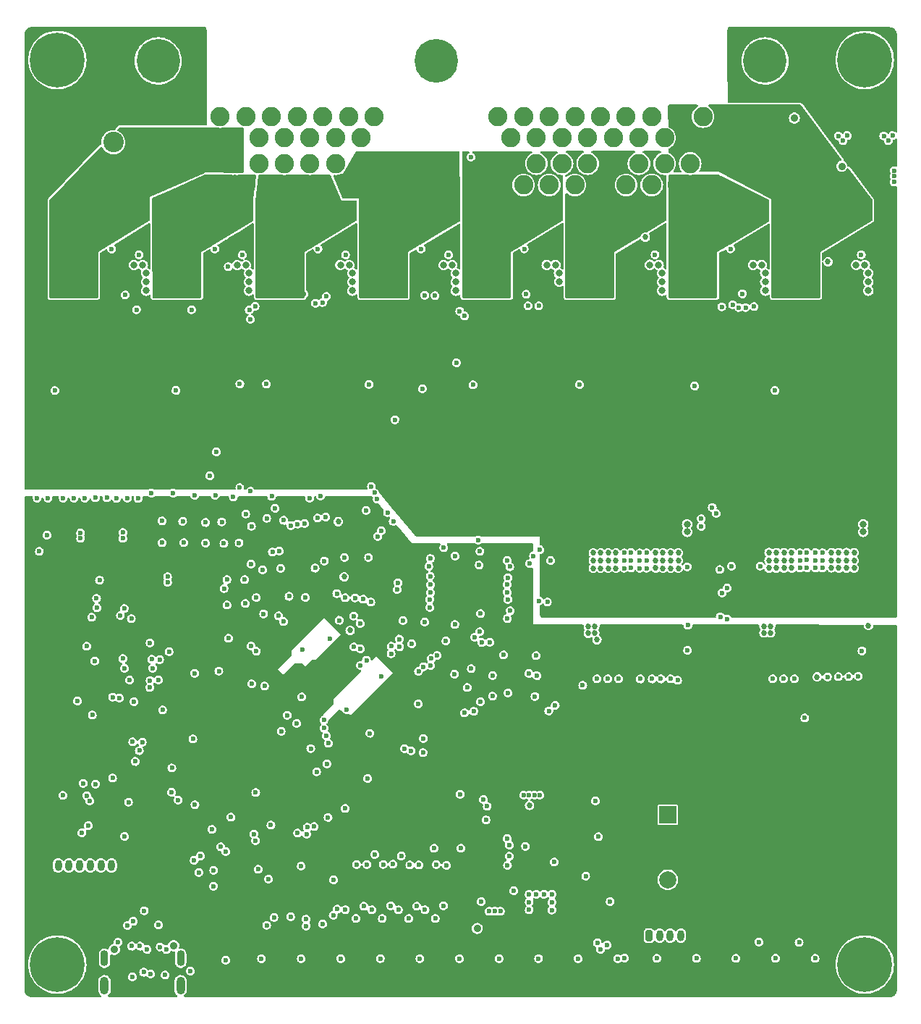
<source format=gbr>
%TF.GenerationSoftware,KiCad,Pcbnew,(6.0.8)*%
%TF.CreationDate,2024-02-14T13:25:32+01:00*%
%TF.ProjectId,pdms,70646d73-2e6b-4696-9361-645f70636258,rev?*%
%TF.SameCoordinates,Original*%
%TF.FileFunction,Copper,L2,Inr*%
%TF.FilePolarity,Positive*%
%FSLAX46Y46*%
G04 Gerber Fmt 4.6, Leading zero omitted, Abs format (unit mm)*
G04 Created by KiCad (PCBNEW (6.0.8)) date 2024-02-14 13:25:32*
%MOMM*%
%LPD*%
G01*
G04 APERTURE LIST*
G04 Aperture macros list*
%AMRoundRect*
0 Rectangle with rounded corners*
0 $1 Rounding radius*
0 $2 $3 $4 $5 $6 $7 $8 $9 X,Y pos of 4 corners*
0 Add a 4 corners polygon primitive as box body*
4,1,4,$2,$3,$4,$5,$6,$7,$8,$9,$2,$3,0*
0 Add four circle primitives for the rounded corners*
1,1,$1+$1,$2,$3*
1,1,$1+$1,$4,$5*
1,1,$1+$1,$6,$7*
1,1,$1+$1,$8,$9*
0 Add four rect primitives between the rounded corners*
20,1,$1+$1,$2,$3,$4,$5,0*
20,1,$1+$1,$4,$5,$6,$7,0*
20,1,$1+$1,$6,$7,$8,$9,0*
20,1,$1+$1,$8,$9,$2,$3,0*%
G04 Aperture macros list end*
%TA.AperFunction,ComponentPad*%
%ADD10RoundRect,0.200000X-0.200000X-0.450000X0.200000X-0.450000X0.200000X0.450000X-0.200000X0.450000X0*%
%TD*%
%TA.AperFunction,ComponentPad*%
%ADD11O,0.800000X1.300000*%
%TD*%
%TA.AperFunction,ComponentPad*%
%ADD12C,0.800000*%
%TD*%
%TA.AperFunction,ComponentPad*%
%ADD13C,6.400000*%
%TD*%
%TA.AperFunction,ComponentPad*%
%ADD14R,2.400000X2.400000*%
%TD*%
%TA.AperFunction,ComponentPad*%
%ADD15C,2.400000*%
%TD*%
%TA.AperFunction,ComponentPad*%
%ADD16O,1.025000X2.050000*%
%TD*%
%TA.AperFunction,ComponentPad*%
%ADD17O,0.925000X1.850000*%
%TD*%
%TA.AperFunction,ComponentPad*%
%ADD18C,2.250000*%
%TD*%
%TA.AperFunction,ComponentPad*%
%ADD19C,5.100000*%
%TD*%
%TA.AperFunction,ComponentPad*%
%ADD20R,2.000000X2.000000*%
%TD*%
%TA.AperFunction,ComponentPad*%
%ADD21C,2.000000*%
%TD*%
%TA.AperFunction,ComponentPad*%
%ADD22C,2.200000*%
%TD*%
%TA.AperFunction,ViaPad*%
%ADD23C,0.889000*%
%TD*%
%TA.AperFunction,ViaPad*%
%ADD24C,0.685800*%
%TD*%
%TA.AperFunction,ViaPad*%
%ADD25C,0.800000*%
%TD*%
%TA.AperFunction,ViaPad*%
%ADD26C,0.600000*%
%TD*%
%TA.AperFunction,ViaPad*%
%ADD27C,1.100000*%
%TD*%
G04 APERTURE END LIST*
D10*
%TO.N,SAFETY_IN*%
%TO.C,J5*%
X89737400Y-155348400D03*
D11*
%TO.N,GND*%
X90987400Y-155348400D03*
%TO.N,+12V*%
X92237400Y-155348400D03*
%TO.N,+5V*%
X93487400Y-155348400D03*
%TD*%
D10*
%TO.N,+3.3V*%
%TO.C,J1*%
X19364000Y-147160400D03*
D11*
%TO.N,GND*%
X20614000Y-147160400D03*
%TO.N,+5V*%
X21864000Y-147160400D03*
%TO.N,NRST*%
X23114000Y-147160400D03*
%TO.N,SWDIO*%
X24364000Y-147160400D03*
%TO.N,SWCLK*%
X25614000Y-147160400D03*
%TO.N,SWO*%
X26864000Y-147160400D03*
%TD*%
D12*
%TO.N,GND*%
%TO.C,H2*%
X116699056Y-51290744D03*
X115002000Y-50587800D03*
X113304944Y-54684856D03*
D13*
X115002000Y-52987800D03*
D12*
X112602000Y-52987800D03*
X113304944Y-51290744D03*
X115002000Y-55387800D03*
X116699056Y-54684856D03*
X117402000Y-52987800D03*
%TD*%
D14*
%TO.N,+12V*%
%TO.C,C88*%
X22051000Y-62611000D03*
D15*
%TO.N,GND*%
X27051000Y-62611000D03*
%TD*%
D16*
%TO.N,unconnected-(J6-PadS1)*%
%TO.C,J6*%
X26030000Y-161213800D03*
%TO.N,unconnected-(J6-PadS2)*%
X34930000Y-161213800D03*
D17*
%TO.N,unconnected-(J6-PadS3)*%
X26030000Y-158013800D03*
%TO.N,unconnected-(J6-PadS4)*%
X34930000Y-158013800D03*
%TD*%
D18*
%TO.N,HP_MOS7*%
%TO.C,J2*%
X96068000Y-67598000D03*
%TO.N,LP_MOS7*%
X94568000Y-65098000D03*
%TO.N,HP_MOS7*%
X93068000Y-67598000D03*
%TO.N,unconnected-(J2-Pad4)*%
X91568000Y-65098000D03*
%TO.N,LP_MOS6*%
X90068000Y-67598000D03*
%TO.N,unconnected-(J2-Pad6)*%
X88568000Y-65098000D03*
%TO.N,LP_MOS5*%
X87068000Y-67598000D03*
%TO.N,HP_MOS6*%
X85568000Y-65098000D03*
X84068000Y-67598000D03*
%TO.N,GND*%
X82568000Y-65098000D03*
%TO.N,LP_MOS4*%
X81068000Y-67598000D03*
%TO.N,GND*%
X79568000Y-65098000D03*
%TO.N,LP_MOS3*%
X78068000Y-67598000D03*
%TO.N,GND*%
X76568000Y-65098000D03*
%TO.N,LP_MOS2*%
X75068000Y-67598000D03*
%TO.N,HP_MOS5*%
X73568000Y-65098000D03*
X72068000Y-67598000D03*
%TO.N,LP_MOS8*%
X96068000Y-59598000D03*
%TO.N,HP_MOS8*%
X94568000Y-62098000D03*
X93068000Y-59598000D03*
%TO.N,+12VA*%
X91568000Y-62098000D03*
X90068000Y-59598000D03*
%TO.N,+3.3VP*%
X88568000Y-62098000D03*
X87068000Y-59598000D03*
%TO.N,+5VL*%
X85568000Y-62098000D03*
X84068000Y-59598000D03*
%TO.N,GND*%
X82568000Y-62098000D03*
X81068000Y-59598000D03*
X79568000Y-62098000D03*
X78068000Y-59598000D03*
X76568000Y-62098000D03*
X75068000Y-59598000D03*
%TO.N,SAFETY_IN*%
X73568000Y-62098000D03*
%TO.N,LP_MOS1*%
X72068000Y-59598000D03*
%TO.N,HP_MOS4*%
X57568000Y-67598000D03*
X56068000Y-65098000D03*
X54568000Y-67598000D03*
%TO.N,CAN1_L*%
X53068000Y-65098000D03*
%TO.N,HP_MOS3*%
X51568000Y-67598000D03*
%TO.N,CAN1_H*%
X50068000Y-65098000D03*
%TO.N,HP_MOS3*%
X48568000Y-67598000D03*
%TO.N,CAN2_L*%
X47068000Y-65098000D03*
%TO.N,HP_MOS3*%
X45568000Y-67598000D03*
%TO.N,CAN2_H*%
X44068000Y-65098000D03*
%TO.N,HP_MOS2*%
X42568000Y-67598000D03*
%TO.N,HP_MOS1*%
X41068000Y-65098000D03*
%TO.N,HP_MOS2*%
X39568000Y-67598000D03*
%TO.N,ADC_IN1*%
X57568000Y-59598000D03*
%TO.N,ADC_IN2*%
X56068000Y-62098000D03*
%TO.N,ADC_IN3*%
X54568000Y-59598000D03*
%TO.N,ADC_IN4*%
X53068000Y-62098000D03*
%TO.N,CONN_AD_IN5*%
X51568000Y-59598000D03*
%TO.N,CONN_AD_IN6*%
X50068000Y-62098000D03*
%TO.N,CONN_AD_IN7*%
X48568000Y-59598000D03*
%TO.N,CONN_AD_IN8*%
X47068000Y-62098000D03*
%TO.N,GND*%
X45568000Y-59598000D03*
X44068000Y-62098000D03*
X42568000Y-59598000D03*
%TO.N,HP_MOS1*%
X41068000Y-62098000D03*
%TO.N,GND*%
X39568000Y-59598000D03*
D19*
%TO.N,unconnected-(J2-PadMH1)*%
X103318000Y-53098000D03*
%TO.N,unconnected-(J2-PadMH2)*%
X64818000Y-53098000D03*
%TO.N,unconnected-(J2-PadMH3)*%
X32318000Y-53098000D03*
%TD*%
D20*
%TO.N,+5V*%
%TO.C,BZ1*%
X91948000Y-141234000D03*
D21*
%TO.N,Net-(BZ1-Pad2)*%
X91948000Y-148834000D03*
%TD*%
D22*
%TO.N,+12V*%
%TO.C,J3*%
X63830000Y-104250000D03*
X66370000Y-104250000D03*
X68910000Y-104250000D03*
X71450000Y-104250000D03*
X63830000Y-101710000D03*
X66370000Y-101710000D03*
X68910000Y-101710000D03*
X71450000Y-101710000D03*
X63830000Y-99170000D03*
X66370000Y-99170000D03*
X68910000Y-99170000D03*
X71450000Y-99170000D03*
X63830000Y-96630000D03*
X66370000Y-96630000D03*
X68910000Y-96630000D03*
X71450000Y-96630000D03*
%TD*%
D12*
%TO.N,GND*%
%TO.C,H1*%
X18812944Y-54684856D03*
D13*
X20510000Y-52987800D03*
D12*
X18812944Y-51290744D03*
X22207056Y-54684856D03*
X20510000Y-55387800D03*
X22207056Y-51290744D03*
X20510000Y-50587800D03*
X22910000Y-52987800D03*
X18110000Y-52987800D03*
%TD*%
%TO.N,GND*%
%TO.C,H3*%
X22207056Y-160434856D03*
X18812944Y-157040744D03*
X22207056Y-157040744D03*
X22910000Y-158737800D03*
X18812944Y-160434856D03*
D13*
X20510000Y-158737800D03*
D12*
X18110000Y-158737800D03*
X20510000Y-161137800D03*
X20510000Y-156337800D03*
%TD*%
%TO.N,GND*%
%TO.C,H4*%
X113304944Y-160434856D03*
X116699056Y-157040744D03*
X115002000Y-161137800D03*
X112602000Y-158737800D03*
D13*
X115002000Y-158737800D03*
D12*
X117402000Y-158737800D03*
X116699056Y-160434856D03*
X113304944Y-157040744D03*
X115002000Y-156337800D03*
%TD*%
D23*
%TO.N,HP_MOS3*%
X48920400Y-79349600D03*
X48920400Y-77317600D03*
X48971200Y-75031600D03*
%TO.N,HP_MOS1*%
X36030400Y-61633600D03*
X38030400Y-63481200D03*
X38030400Y-61633600D03*
X36030400Y-65481200D03*
X36030400Y-63481200D03*
X38030400Y-65481200D03*
X30295600Y-66275200D03*
X30295600Y-62275200D03*
X24295600Y-66275200D03*
X30295600Y-64275200D03*
X28295600Y-66275200D03*
X26295600Y-66275200D03*
X30295600Y-68275200D03*
X24295600Y-78264000D03*
X28295600Y-68264000D03*
X24295600Y-76264000D03*
X22295600Y-70264000D03*
X26295600Y-72264000D03*
X24295600Y-70264000D03*
X26295600Y-68264000D03*
X28295600Y-70264000D03*
X28295600Y-72264000D03*
X22295600Y-68264000D03*
X22295600Y-78264000D03*
X20295600Y-72264000D03*
X22295600Y-80264000D03*
X22295600Y-76264000D03*
X20295600Y-76264000D03*
X26295600Y-70264000D03*
X24295600Y-74264000D03*
X20295600Y-74264000D03*
X20295600Y-70264000D03*
X24295600Y-72264000D03*
X22295600Y-72264000D03*
X22295600Y-74264000D03*
X24295600Y-80264000D03*
X20295600Y-78264000D03*
X24295600Y-68264000D03*
X20295600Y-80264000D03*
%TO.N,HP_MOS2*%
X36062400Y-69355200D03*
X42062400Y-71355200D03*
X38062400Y-71355200D03*
X40062400Y-69355200D03*
X40062400Y-71355200D03*
X40062400Y-73355200D03*
X38062400Y-73355200D03*
X36062400Y-73355200D03*
X42062400Y-69355200D03*
X38062400Y-69355200D03*
X36068000Y-71349600D03*
X36068000Y-79349600D03*
X36068000Y-77349600D03*
X36068000Y-75349600D03*
%TO.N,HP_MOS3*%
X53543200Y-72136000D03*
X53543200Y-70136000D03*
X51866800Y-72136000D03*
X51866800Y-70136000D03*
X50139600Y-72117200D03*
X50139600Y-74117200D03*
X45008800Y-79298800D03*
X45008800Y-77298800D03*
X45008800Y-75298800D03*
X45008800Y-73298800D03*
X45008800Y-71298800D03*
%TO.N,HP_MOS4*%
X64598800Y-66459600D03*
X64598800Y-68459600D03*
X66598800Y-66459600D03*
X58598800Y-70459600D03*
X62598800Y-66459600D03*
X60598800Y-68459600D03*
X66598800Y-70459600D03*
X58598800Y-64459600D03*
X66598800Y-64459600D03*
X60598800Y-66459600D03*
X64598800Y-70459600D03*
X62598800Y-70459600D03*
X60598800Y-70459600D03*
X62598800Y-68459600D03*
X66598800Y-68459600D03*
X64598800Y-64459600D03*
X60598800Y-64459600D03*
X62598800Y-64459600D03*
X56617600Y-80264000D03*
X56617600Y-76264000D03*
X56617600Y-74264000D03*
X56617600Y-78264000D03*
X60617600Y-74264000D03*
X58617600Y-76264000D03*
X58617600Y-80264000D03*
X56617600Y-72264000D03*
X64617600Y-72264000D03*
X58617600Y-74264000D03*
X60617600Y-80264000D03*
X60617600Y-78264000D03*
X58617600Y-78264000D03*
X60617600Y-76264000D03*
X62617600Y-72264000D03*
X58617600Y-72264000D03*
X60617600Y-72264000D03*
%TO.N,HP_MOS5*%
X74777600Y-74015600D03*
X72777600Y-72264000D03*
X72745600Y-70561200D03*
X72777600Y-80264000D03*
X70777600Y-80264000D03*
X68777600Y-80264000D03*
X72777600Y-78264000D03*
X70777600Y-78264000D03*
X68777600Y-78264000D03*
X70777600Y-76264000D03*
X68777600Y-76264000D03*
X68777600Y-74264000D03*
X74269600Y-72440800D03*
%TO.N,HP_MOS8*%
X100888800Y-66852800D03*
X102260400Y-67005200D03*
X103225600Y-67970400D03*
X104444800Y-60198000D03*
X106273600Y-61976000D03*
X107188000Y-62890400D03*
X105410000Y-61112400D03*
X112064800Y-67665600D03*
X111201200Y-66751200D03*
X110337600Y-65887600D03*
X113893600Y-69443600D03*
X114808000Y-70358000D03*
X113030000Y-68580000D03*
X109474000Y-74320400D03*
X108559600Y-73406000D03*
X107696000Y-72542400D03*
X106730800Y-71628000D03*
X105867200Y-70713600D03*
X105003600Y-69850000D03*
X101041200Y-63347600D03*
X99212400Y-63347600D03*
X97212400Y-63347600D03*
X99212400Y-61550800D03*
%TO.N,HP_MOS7*%
X96824800Y-80314800D03*
%TO.N,HP_MOS8*%
X97212400Y-61550800D03*
%TO.N,HP_MOS7*%
X92824800Y-74599800D03*
X94824800Y-74599800D03*
X94824800Y-80314800D03*
X94824800Y-78314800D03*
X96824800Y-78314800D03*
X92824800Y-78314800D03*
X94824800Y-76314800D03*
X92824800Y-76314800D03*
X96824800Y-76314800D03*
X92824800Y-80314800D03*
X96824800Y-74599800D03*
%TO.N,HP_MOS6*%
X88392000Y-72898000D03*
X87630000Y-72009000D03*
X86741000Y-71247000D03*
X85979000Y-70358000D03*
X85090000Y-69342000D03*
X82804000Y-78867000D03*
X82804000Y-77343000D03*
X82804000Y-75946000D03*
X81788000Y-74930000D03*
X80772000Y-73914000D03*
D24*
%TO.N,/POWER_SWITCHES/BTS722204-1/OUT0*%
X84080000Y-110607000D03*
X84980000Y-110607000D03*
X83230000Y-110597000D03*
X84980000Y-111507000D03*
X83230000Y-111497000D03*
X84080000Y-112407000D03*
X83230000Y-112397000D03*
X85880000Y-110607000D03*
X84980000Y-112407000D03*
X85880000Y-112407000D03*
X84080000Y-111507000D03*
X85880000Y-111507000D03*
D25*
%TO.N,GND*%
X90867800Y-76931200D03*
X54650000Y-76950000D03*
D26*
X90452400Y-75748400D03*
X62738000Y-128270000D03*
D25*
X30886400Y-77918000D03*
X115417600Y-78934800D03*
D26*
X21150000Y-138950000D03*
X78376900Y-150535400D03*
X22856600Y-127929600D03*
X63228230Y-91422230D03*
X83462700Y-139613400D03*
X67196102Y-88392000D03*
D25*
X30886400Y-79950000D03*
D26*
X40020500Y-114770000D03*
X32337497Y-154098503D03*
D25*
X67132200Y-79950800D03*
D26*
X118450000Y-67250000D03*
X104557000Y-158013400D03*
D25*
X29489400Y-76952800D03*
D26*
X33573968Y-122170104D03*
X99927000Y-158013400D03*
X75287700Y-144913400D03*
X78376900Y-151449800D03*
X76548100Y-150535400D03*
X45500000Y-142450000D03*
X24957000Y-104172000D03*
X36611209Y-140048147D03*
X72730000Y-122550000D03*
X40197866Y-158241568D03*
D25*
X103352600Y-78934000D03*
D26*
X117772417Y-62410400D03*
D25*
X115417600Y-79950800D03*
D26*
X56632600Y-105650000D03*
D25*
X79205000Y-77910000D03*
D23*
X27178000Y-156972000D03*
D26*
X24300000Y-139600000D03*
D25*
X66725000Y-76950000D03*
D26*
X71046100Y-152516800D03*
X59525800Y-151856700D03*
X24598504Y-129575227D03*
X51004600Y-75077200D03*
X54234600Y-75767200D03*
X69963333Y-110417167D03*
D25*
X91287600Y-77918800D03*
X65709000Y-76950000D03*
D26*
X26860000Y-75080000D03*
X24130000Y-142494000D03*
D24*
X89312065Y-73695317D03*
D26*
X28702000Y-154178000D03*
X50673000Y-112395000D03*
X40350000Y-113730000D03*
D25*
X30505400Y-76952800D03*
D26*
X64600000Y-145150000D03*
X75720900Y-150535400D03*
X70662700Y-141823200D03*
D25*
X115415000Y-77920000D03*
D26*
X38354000Y-101600000D03*
X83837700Y-143788400D03*
D25*
X89851800Y-76931200D03*
D26*
X67050000Y-110975000D03*
X29981000Y-104252000D03*
X69160000Y-90970000D03*
D25*
X94206000Y-107261000D03*
D26*
X99292400Y-75068400D03*
X71430000Y-127350000D03*
X65698000Y-151856700D03*
X63079600Y-75077200D03*
X53677200Y-158047600D03*
X49112159Y-127453924D03*
X51310000Y-103960000D03*
D23*
X69647100Y-154524700D03*
D25*
X77781800Y-76941200D03*
D26*
X54341112Y-128928649D03*
D25*
X67132200Y-78934800D03*
D26*
X25443003Y-113796997D03*
X47800000Y-153150000D03*
X62937200Y-158047600D03*
X51544309Y-153989200D03*
X60000080Y-95052080D03*
D25*
X102937800Y-76941200D03*
D26*
X102615000Y-156102400D03*
X41863678Y-90852651D03*
D25*
X103352600Y-79950000D03*
D26*
X57650000Y-145875000D03*
X118450000Y-65929200D03*
X43159500Y-111910000D03*
X76336200Y-138927600D03*
X43800000Y-122100000D03*
D24*
X54767675Y-119656431D03*
D26*
X44980000Y-90880000D03*
X23227000Y-108283000D03*
X114592400Y-75768400D03*
X73240000Y-126990000D03*
X75772833Y-111850000D03*
X32766000Y-109411000D03*
X33405500Y-114046000D03*
X50031500Y-104216200D03*
X43225000Y-107500000D03*
X55983904Y-121835912D03*
D24*
X54082600Y-113390000D03*
D26*
X76971200Y-138927600D03*
D25*
X78797800Y-76941200D03*
D26*
X62573800Y-151907500D03*
D24*
X103210889Y-119203455D03*
D25*
X115007800Y-76951200D03*
D26*
X56990000Y-90910000D03*
X27441000Y-104243000D03*
X75660000Y-124710000D03*
X56376200Y-151932900D03*
X95102084Y-91097916D03*
X45591100Y-104000000D03*
X28180000Y-108918000D03*
D24*
X103972889Y-119203455D03*
D25*
X42951400Y-77918000D03*
D26*
X71430000Y-124960000D03*
X75720900Y-152335400D03*
X37846000Y-109474000D03*
D24*
X115430000Y-119110000D03*
D26*
X35306000Y-109421000D03*
X29396300Y-153670000D03*
D25*
X42951400Y-78934000D03*
D26*
X40537687Y-120603438D03*
X33906500Y-135760000D03*
X19417000Y-104219000D03*
X22465000Y-104219000D03*
X71706500Y-152516800D03*
X95297000Y-158013400D03*
X40000000Y-109500000D03*
D25*
X103345000Y-77910000D03*
D26*
X84074000Y-156972000D03*
X20208800Y-91617800D03*
X72197200Y-158047600D03*
X46410000Y-117970000D03*
X56816374Y-136991682D03*
X70358000Y-139446000D03*
X85202000Y-151384000D03*
X32820000Y-128970000D03*
X28180000Y-108230000D03*
X67750000Y-145150000D03*
D25*
X114825000Y-108150000D03*
D26*
X78232000Y-111506000D03*
D25*
X55041800Y-77918800D03*
X114825000Y-107261000D03*
D26*
X34400000Y-91610000D03*
X23950000Y-139000000D03*
X39410000Y-124420000D03*
X45225400Y-148733900D03*
X49168485Y-121924050D03*
D24*
X110687600Y-76567927D03*
D26*
X37070738Y-147957395D03*
X31360000Y-121140000D03*
D24*
X82644000Y-119225000D03*
D26*
X58307200Y-158047600D03*
X23368000Y-143342000D03*
X112458011Y-62410400D03*
D25*
X30886400Y-78934000D03*
D24*
X103972889Y-119965455D03*
D26*
X43104168Y-103400000D03*
D25*
X42951400Y-79950000D03*
D26*
X67567200Y-158047600D03*
X72366900Y-152516800D03*
X86087200Y-158047600D03*
X112958011Y-61810400D03*
X60750000Y-146050000D03*
X57080000Y-131700000D03*
X52401377Y-120666813D03*
X75701200Y-138927600D03*
X66309600Y-75767200D03*
X60970500Y-118520000D03*
D24*
X83406000Y-119987000D03*
D26*
X44398200Y-158058800D03*
X23227000Y-108918000D03*
D24*
X53400000Y-106950000D03*
D25*
X91287600Y-79950800D03*
D26*
X73398500Y-146065000D03*
D25*
X79270000Y-78900000D03*
D26*
X82337700Y-148413400D03*
D25*
X55041800Y-78934800D03*
D26*
X44520000Y-112580000D03*
X33405500Y-113411000D03*
X42159600Y-75767200D03*
X107314000Y-156141200D03*
X76403246Y-127403246D03*
D24*
X83660000Y-120749000D03*
D25*
X42575000Y-76950000D03*
D26*
X109187000Y-158013400D03*
X75066200Y-138927600D03*
X78376900Y-152364200D03*
X102775000Y-112150000D03*
X38802031Y-147714218D03*
X118450000Y-66589600D03*
X88730000Y-125348786D03*
D25*
X41559000Y-76950000D03*
D26*
X70041500Y-117710000D03*
X104490000Y-91620000D03*
D25*
X55041800Y-79950800D03*
D26*
X111908011Y-61860400D03*
X73152000Y-144018000D03*
X49424783Y-107177104D03*
D25*
X91287600Y-78934800D03*
D26*
X81607100Y-90931387D03*
D24*
X109420000Y-125120000D03*
D26*
X18401000Y-110442000D03*
X94211205Y-112239502D03*
D24*
X83406000Y-119225000D03*
D26*
X47000500Y-118650000D03*
X38929600Y-75077200D03*
X117222417Y-61860400D03*
X76827200Y-158047600D03*
X75720900Y-151435400D03*
D25*
X94206000Y-108150000D03*
D26*
X81457200Y-158047600D03*
D25*
X67132200Y-77918800D03*
D26*
X94296997Y-119083003D03*
X39116000Y-98806000D03*
X58436592Y-125029441D03*
X67030000Y-118990000D03*
D25*
X101921800Y-76941200D03*
D26*
X30686497Y-152447503D03*
X52193402Y-141547256D03*
X49047200Y-158047600D03*
X30090000Y-75770000D03*
X69875000Y-112025000D03*
X49047603Y-147217603D03*
X75152400Y-75068400D03*
X77448100Y-150535400D03*
D24*
X103210889Y-119965455D03*
D26*
X84836000Y-156464000D03*
X90667000Y-158013400D03*
X38784797Y-149567923D03*
D24*
X82644000Y-119987000D03*
D23*
X34114729Y-156538863D03*
D25*
X113991800Y-76951200D03*
D26*
X118272417Y-61810400D03*
D25*
X53634000Y-76950000D03*
D26*
%TO.N,/POWER_SWITCHES/BTS722204-1/OUT1*%
X87652400Y-112374600D03*
X86852400Y-111507000D03*
X87652400Y-110574600D03*
X86852400Y-110607000D03*
X86852400Y-112407000D03*
X87652400Y-111474600D03*
%TO.N,/POWER_SWITCHES/BTS722204-1/OUT2*%
X89481200Y-111507400D03*
X89481200Y-112407400D03*
X88681200Y-111500000D03*
X88681200Y-112400000D03*
X88681200Y-110600000D03*
X89481200Y-110607400D03*
D24*
%TO.N,/POWER_SWITCHES/BTS722204-1/OUT3*%
X90540000Y-110587000D03*
X93190000Y-111497000D03*
X93190000Y-110597000D03*
X90540000Y-112387000D03*
X91390000Y-112397000D03*
X91390000Y-110597000D03*
X92290000Y-112397000D03*
X91390000Y-111497000D03*
X92290000Y-110597000D03*
X93190000Y-112397000D03*
X92290000Y-111497000D03*
X90540000Y-111487000D03*
D26*
%TO.N,SENS_OUT_LP1*%
X56683479Y-123149700D03*
X68946500Y-124140000D03*
%TO.N,SENS_OUT_LP2*%
X55981600Y-123774200D03*
X68486997Y-126350000D03*
D23*
%TO.N,+12V*%
X100010000Y-115140000D03*
D27*
X51075000Y-83750000D03*
D23*
X101600000Y-108400000D03*
D27*
X96590000Y-86300000D03*
D23*
X27960000Y-96090000D03*
X18030000Y-58690000D03*
X92202000Y-96266000D03*
X67620000Y-92370000D03*
D27*
X74770000Y-86260000D03*
D23*
X17960000Y-100090000D03*
X96520000Y-94266000D03*
X18000000Y-86250000D03*
X53450000Y-94090000D03*
X18000000Y-64500000D03*
X37960000Y-98090000D03*
D27*
X21605800Y-88823800D03*
D23*
X19971000Y-62611000D03*
X77620000Y-98370000D03*
D27*
X29210000Y-88900000D03*
D23*
X71620000Y-92370000D03*
X69620000Y-106370000D03*
X65620000Y-106370000D03*
X26030000Y-58690000D03*
X73620000Y-98370000D03*
D27*
X29210000Y-83820000D03*
D23*
X61620000Y-106370000D03*
X48360000Y-94070000D03*
X101600000Y-106400000D03*
D27*
X53381200Y-88824600D03*
X57851600Y-88824600D03*
X81965800Y-86309200D03*
X81965800Y-88849200D03*
D23*
X42360000Y-94070000D03*
X21960000Y-98090000D03*
X39750000Y-100110000D03*
X27960000Y-100090000D03*
X101600000Y-110400000D03*
D27*
X96560000Y-88840000D03*
X62931600Y-88824600D03*
D23*
X19960000Y-102090000D03*
X19960000Y-96090000D03*
D27*
X77539400Y-83744600D03*
D23*
X39750000Y-96110000D03*
D26*
X50275000Y-77150000D03*
D23*
X18000000Y-66500000D03*
X18000000Y-78250000D03*
X48360000Y-92070000D03*
X116078000Y-105252000D03*
X20030000Y-60690000D03*
X63620000Y-94370000D03*
X21960000Y-96090000D03*
X37960000Y-94090000D03*
X18000000Y-76250000D03*
D27*
X48301200Y-86284600D03*
D23*
X18000000Y-70500000D03*
X20030000Y-58690000D03*
X100010000Y-117140000D03*
X35960000Y-96090000D03*
X24030000Y-58690000D03*
X18000000Y-74500000D03*
X112522000Y-94266000D03*
X59620000Y-102370000D03*
X101560000Y-112730000D03*
X17960000Y-94090000D03*
X71620000Y-94370000D03*
X18030000Y-60690000D03*
X81620000Y-110370000D03*
X112522000Y-96266000D03*
X84328000Y-94266000D03*
D27*
X106105000Y-88860000D03*
D23*
X39720000Y-92070000D03*
D27*
X113725000Y-86320000D03*
X45761200Y-83744600D03*
D23*
X20000000Y-66500000D03*
D27*
X85699600Y-88798400D03*
X36210800Y-86283800D03*
D23*
X65620000Y-92370000D03*
X101600000Y-104400000D03*
X42360000Y-92070000D03*
X23960000Y-100090000D03*
X104902000Y-94266000D03*
X104010000Y-117140000D03*
D27*
X45761200Y-86284600D03*
X69919400Y-88824600D03*
D23*
X116078000Y-111252000D03*
D26*
X18147000Y-104219000D03*
D27*
X48301200Y-83744600D03*
D23*
X18000000Y-72500000D03*
D27*
X74530000Y-88780000D03*
X72459400Y-86284600D03*
D23*
X27960000Y-92090000D03*
D27*
X26685800Y-88823800D03*
X110140000Y-86340000D03*
D23*
X117602000Y-117094000D03*
D27*
X77539400Y-86284600D03*
X101670000Y-83760000D03*
D23*
X22030000Y-60690000D03*
X23960000Y-94090000D03*
D27*
X48301200Y-88824600D03*
D23*
X59620000Y-100370000D03*
X27960000Y-98090000D03*
D27*
X65471600Y-88824600D03*
X45761200Y-88824600D03*
D23*
X23960000Y-96090000D03*
X53450000Y-98090000D03*
D27*
X60391600Y-83744600D03*
D23*
X37960000Y-100090000D03*
D27*
X72459400Y-88824600D03*
D23*
X102010000Y-115140000D03*
X73620000Y-92370000D03*
X19960000Y-94090000D03*
X77620000Y-100370000D03*
X81620000Y-106370000D03*
X104010000Y-115140000D03*
X23960000Y-92090000D03*
X77620000Y-102370000D03*
X73620000Y-96370000D03*
X117348000Y-96266000D03*
D27*
X38750800Y-88823800D03*
D23*
X79620000Y-108370000D03*
D27*
X77539400Y-88824600D03*
D23*
X61620000Y-102370000D03*
D27*
X41290800Y-83743800D03*
X50841200Y-86284600D03*
D23*
X24030000Y-56690000D03*
D27*
X29210000Y-86360000D03*
D23*
X73620000Y-100370000D03*
X77620000Y-106370000D03*
D27*
X94050000Y-88840000D03*
D23*
X73620000Y-102370000D03*
X77620000Y-94370000D03*
D27*
X110170000Y-83790000D03*
X72459400Y-83744600D03*
D23*
X73620000Y-94370000D03*
D27*
X21605800Y-83743800D03*
D23*
X57320000Y-93650000D03*
X17960000Y-98090000D03*
X100838000Y-92456000D03*
X96520000Y-92456000D03*
X104902000Y-96266000D03*
X53450000Y-92090000D03*
X42360000Y-98070000D03*
D27*
X65471600Y-86284600D03*
D23*
X19960000Y-100090000D03*
D26*
X38160000Y-80430000D03*
D27*
X101670000Y-88840000D03*
D23*
X23960000Y-98090000D03*
D27*
X60391600Y-88824600D03*
D23*
X71620000Y-106370000D03*
D27*
X26685800Y-86283800D03*
D23*
X51220000Y-92090000D03*
D27*
X24145800Y-86283800D03*
D23*
X48360000Y-96070000D03*
X18000000Y-80250000D03*
X42360000Y-96070000D03*
X79620000Y-96370000D03*
D27*
X106105000Y-86320000D03*
D26*
X70104000Y-151384000D03*
D23*
X35960000Y-98090000D03*
X77620000Y-104370000D03*
X88138000Y-94266000D03*
X59620000Y-98370000D03*
X53450000Y-96090000D03*
D27*
X60391600Y-86284600D03*
X94050000Y-83760000D03*
D23*
X35960000Y-92090000D03*
X18000000Y-90250000D03*
D27*
X69919400Y-83744600D03*
D23*
X84328000Y-96266000D03*
X117602000Y-115094000D03*
X92202000Y-94266000D03*
X17960000Y-92090000D03*
X77620000Y-92370000D03*
X17971000Y-62611000D03*
D27*
X62931600Y-86284600D03*
D23*
X21960000Y-94090000D03*
X88138000Y-96266000D03*
D27*
X113725000Y-88860000D03*
D23*
X21960000Y-100090000D03*
D27*
X41290800Y-88823800D03*
D23*
X18030000Y-56690000D03*
D27*
X57851600Y-83744600D03*
D23*
X18000000Y-84250000D03*
D27*
X94050000Y-86300000D03*
D23*
X61620000Y-100370000D03*
D27*
X113725000Y-83780000D03*
D23*
X37960000Y-96090000D03*
X17960000Y-96090000D03*
D27*
X21605800Y-86283800D03*
D23*
X27960000Y-94090000D03*
D27*
X65471600Y-83744600D03*
D23*
X115602000Y-117094000D03*
D27*
X89585800Y-88849200D03*
D23*
X20000000Y-64500000D03*
X61620000Y-96370000D03*
X65620000Y-94370000D03*
X18000000Y-82250000D03*
D27*
X36210800Y-83743800D03*
X36210800Y-88823800D03*
D23*
X108712000Y-94266000D03*
D27*
X24145800Y-88823800D03*
X41290800Y-86283800D03*
D23*
X117348000Y-94266000D03*
D26*
X86930165Y-80683829D03*
D23*
X108712000Y-96266000D03*
X35960000Y-94090000D03*
X69620000Y-94370000D03*
X81620000Y-108370000D03*
X102010000Y-117140000D03*
D27*
X81965800Y-83769200D03*
X96590000Y-83760000D03*
X69919400Y-86284600D03*
D23*
X25960000Y-96090000D03*
D27*
X38750800Y-83743800D03*
X89585800Y-83769200D03*
X24145800Y-83743800D03*
D23*
X96520000Y-96266000D03*
X25960000Y-92090000D03*
D26*
X110580000Y-80710000D03*
D27*
X85699600Y-86258400D03*
D23*
X18000000Y-68500000D03*
X17960000Y-102090000D03*
X35960000Y-100090000D03*
X25960000Y-94090000D03*
X73620000Y-104370000D03*
D27*
X74800000Y-83710000D03*
D23*
X48360000Y-98070000D03*
D27*
X53381200Y-86284600D03*
X38750800Y-86283800D03*
D23*
X26030000Y-56690000D03*
X116078000Y-107252000D03*
X100838000Y-94266000D03*
D27*
X57851600Y-86284600D03*
X106105000Y-83780000D03*
D23*
X61620000Y-98370000D03*
X63620000Y-106370000D03*
D27*
X53381200Y-83744600D03*
D23*
X25960000Y-98090000D03*
X61620000Y-104370000D03*
X22030000Y-58690000D03*
X67620000Y-94370000D03*
X18000000Y-88250000D03*
X81640000Y-112460000D03*
X25960000Y-100090000D03*
X100838000Y-96266000D03*
X116078000Y-109252000D03*
D27*
X109900000Y-88860000D03*
D23*
X39750000Y-94110000D03*
D26*
X74270000Y-80500000D03*
D27*
X50841200Y-88824600D03*
X26685800Y-83743800D03*
X89585800Y-86309200D03*
D23*
X61620000Y-94370000D03*
X19960000Y-98090000D03*
X24030000Y-60690000D03*
D27*
X62931600Y-83744600D03*
D23*
X48360000Y-100070000D03*
X77620000Y-96370000D03*
D27*
X101670000Y-86300000D03*
D23*
X53450000Y-100090000D03*
X37930000Y-92050000D03*
D26*
X26020000Y-80540000D03*
D23*
X67620000Y-106370000D03*
D24*
%TO.N,/POWER_SWITCHES/BTS722204-2/OUT0*%
X104646889Y-111485455D03*
X105546889Y-110585455D03*
X103796889Y-111475455D03*
X106446889Y-110585455D03*
X105546889Y-111485455D03*
X104646889Y-110585455D03*
X105546889Y-112385455D03*
X103796889Y-112375455D03*
X106446889Y-112385455D03*
X106446889Y-111485455D03*
X104646889Y-112385455D03*
X103796889Y-110575455D03*
D26*
%TO.N,/POWER_SWITCHES/BTS722204-2/OUT1*%
X108219289Y-112353055D03*
X107419289Y-111485455D03*
X107419289Y-112385455D03*
X108219289Y-111453055D03*
X107419289Y-110585455D03*
X108219289Y-110553055D03*
%TO.N,/POWER_SWITCHES/BTS722204-2/OUT2*%
X109248089Y-111478455D03*
X110048089Y-111485855D03*
X109248089Y-110578455D03*
X110048089Y-112385855D03*
X110048089Y-110585855D03*
X109248089Y-112378455D03*
D24*
%TO.N,/POWER_SWITCHES/BTS722204-2/OUT3*%
X112856889Y-110575455D03*
X111956889Y-112375455D03*
X113756889Y-111475455D03*
X112856889Y-112375455D03*
X111106889Y-112365455D03*
X112856889Y-111475455D03*
X111956889Y-110575455D03*
X111956889Y-111475455D03*
X111106889Y-111465455D03*
X111106889Y-110565455D03*
X113756889Y-112375455D03*
X113756889Y-110575455D03*
D26*
%TO.N,LP_SIG_IN1*%
X51706560Y-130149931D03*
X90110000Y-125348786D03*
%TO.N,+5V*%
X44650000Y-117750000D03*
X43727411Y-138627411D03*
X36068000Y-159512000D03*
X46625000Y-112425000D03*
X46990000Y-106807000D03*
X40821500Y-141496315D03*
X86884383Y-157986749D03*
%TO.N,Net-(JP1-Pad2)*%
X54198761Y-140492239D03*
%TO.N,/ARGB_LEDS/LED_DATA_IN*%
X28834174Y-139750000D03*
X29319411Y-132697411D03*
%TO.N,/POWER1/PG3V3*%
X73406000Y-144780000D03*
X73914000Y-150114000D03*
%TO.N,/PERIPHERAL/BUZZ_IN*%
X83697022Y-156202983D03*
X52790920Y-152988977D03*
D24*
%TO.N,12V_LOGIC_ONLY*%
X75765376Y-140137158D03*
D26*
X70812700Y-140238400D03*
%TO.N,ADC_IN1*%
X21195000Y-104219000D03*
%TO.N,ADC_IN2*%
X23735000Y-104219000D03*
%TO.N,LP_SIG_IN2*%
X51733661Y-131102839D03*
X91140000Y-125348786D03*
%TO.N,LP_SIG_IN3*%
X51973264Y-131978838D03*
X92270000Y-125348786D03*
%TO.N,LP_SIG_IN4*%
X52220387Y-132862357D03*
X93100000Y-125500000D03*
%TO.N,LP_SIG_IN5*%
X110630000Y-125130000D03*
X50560273Y-142611652D03*
%TO.N,LP_SIG_IN6*%
X49745530Y-142686450D03*
X111900000Y-125090000D03*
%TO.N,LP_SIG_IN7*%
X113110000Y-125070000D03*
X43494850Y-143469991D03*
%TO.N,LP_SIG_IN8*%
X43710000Y-144240000D03*
X114240000Y-125020000D03*
%TO.N,VDDA*%
X43200000Y-121500000D03*
%TO.N,NCS*%
X28956000Y-125476000D03*
X29464000Y-128016000D03*
%TO.N,AUX1*%
X32478537Y-123102298D03*
X29166500Y-118294552D03*
%TO.N,SENS_OUT1*%
X40370000Y-116710000D03*
%TO.N,SENS_OUT2*%
X42520000Y-116530000D03*
%TO.N,SENS_OUT3*%
X42430000Y-113740000D03*
%TO.N,SENS_OUT4*%
X54188342Y-115859542D03*
%TO.N,SENS_OUT5*%
X55346600Y-115874800D03*
%TO.N,SENS_OUT6*%
X56311800Y-116027200D03*
%TO.N,SENS_OUT7*%
X55177960Y-117985927D03*
%TO.N,SENS_OUT8*%
X53492400Y-118492300D03*
%TO.N,BK1_IO0*%
X23950000Y-121525000D03*
X24875000Y-123244500D03*
%TO.N,BK1_IO1*%
X27778945Y-127567306D03*
X28375000Y-124100000D03*
%TO.N,BK1_IO2*%
X26972094Y-127469171D03*
X28175000Y-122975000D03*
%TO.N,LP_CSN1*%
X81993564Y-126096859D03*
X49675390Y-143499487D03*
X61150000Y-133500000D03*
%TO.N,LP_CSN2*%
X107978003Y-129908003D03*
X48624500Y-143353981D03*
%TO.N,NRST*%
X36370000Y-132360000D03*
%TO.N,ADC_IN3*%
X26300000Y-104180000D03*
%TO.N,ADC_IN4*%
X28688000Y-104219000D03*
%TO.N,/PERIPHERAL/TEMP1_ALERT*%
X49636147Y-153425005D03*
X45855725Y-153226841D03*
%TO.N,HP_MOS3*%
X49341785Y-80325500D03*
%TO.N,/IMU/IMU_I2C_SA0*%
X29625675Y-135001783D03*
X23525212Y-137547894D03*
%TO.N,/IMU/IMU_I2C_SDA*%
X30099000Y-133731000D03*
X26968324Y-136915549D03*
X24983411Y-137633411D03*
%TO.N,/IMU/IMU_I2C_SCL*%
X30446512Y-132742851D03*
%TO.N,/CAN_BUS/CAN2_RX*%
X47625000Y-115697000D03*
X46700000Y-131480000D03*
%TO.N,/CAN_BUS/CAN2_TX*%
X50850000Y-136200000D03*
X43790000Y-115830000D03*
%TO.N,/CAN_BUS/CAN1_RX*%
X52052338Y-135272662D03*
X53213000Y-115366800D03*
%TO.N,/CAN_BUS/CAN1_TX*%
X50162971Y-133479029D03*
X49530000Y-115824000D03*
%TO.N,CAN1_H*%
X50952400Y-106527600D03*
%TO.N,CAN1_L*%
X51917600Y-106426000D03*
%TO.N,CAN2_L*%
X45991690Y-105395936D03*
%TO.N,CAN2_H*%
X45008800Y-106578400D03*
%TO.N,SWDIO*%
X39630991Y-144969217D03*
%TO.N,SWCLK*%
X40207216Y-145523446D03*
%TO.N,CONN_AD_IN5*%
X31496000Y-103632000D03*
%TO.N,CONN_AD_IN6*%
X34036000Y-103632000D03*
%TO.N,CONN_AD_IN7*%
X36576000Y-103886000D03*
%TO.N,CONN_AD_IN8*%
X38989000Y-103886000D03*
%TO.N,Net-(R1-Pad2)*%
X32780000Y-106860000D03*
X55520000Y-147040100D03*
X54217200Y-152337300D03*
%TO.N,SIG_IN5*%
X70190027Y-121083643D03*
X75380000Y-80370000D03*
%TO.N,SIG_IN6*%
X71111895Y-121047778D03*
X76838900Y-81718100D03*
%TO.N,SIG_IN7*%
X98313003Y-115298541D03*
X68160000Y-129310000D03*
X98021500Y-112552844D03*
X98086997Y-118086997D03*
X78778623Y-128428623D03*
X99531873Y-81596500D03*
%TO.N,SIG_IN8*%
X78020000Y-129096500D03*
X99419500Y-112170000D03*
X98892500Y-114714344D03*
X101060904Y-81923595D03*
X69233003Y-129123003D03*
X98880000Y-118339500D03*
%TO.N,HP_MOS1*%
X51765200Y-111556800D03*
X45675161Y-110499839D03*
X42967348Y-82199500D03*
%TO.N,HP_MOS2*%
X50726500Y-81425500D03*
X36900000Y-80475000D03*
%TO.N,HP_MOS6*%
X75585900Y-81718100D03*
%TO.N,HP_MOS7*%
X69930000Y-119830143D03*
X76890000Y-116210000D03*
X98263500Y-81840000D03*
%TO.N,HP_MOS8*%
X100261401Y-81923595D03*
X77860000Y-116350500D03*
X69349589Y-120454643D03*
%TO.N,+3.3V*%
X22030000Y-114210000D03*
X76708000Y-133950500D03*
X53848000Y-139065000D03*
X39979600Y-147828000D03*
X41855168Y-102980000D03*
X36500000Y-141500000D03*
D24*
X82680000Y-125170000D03*
D26*
X50106709Y-152778649D03*
D24*
X103265200Y-125169200D03*
D26*
X81712700Y-147138400D03*
X32319000Y-112058000D03*
X58300000Y-105900000D03*
X72130000Y-111230000D03*
X32333554Y-129604488D03*
X37450000Y-111958000D03*
X83212700Y-144663400D03*
X51622007Y-139967768D03*
X44971400Y-147480900D03*
X19671000Y-110442000D03*
X83212700Y-147138400D03*
X73060000Y-125680000D03*
X82462700Y-146338400D03*
X56093091Y-135422909D03*
X35493179Y-125649230D03*
X21450000Y-140900000D03*
X32900000Y-132850000D03*
X80962700Y-144588400D03*
X72850000Y-123970000D03*
X28488581Y-132725671D03*
X82462700Y-145463400D03*
X32386011Y-137700733D03*
X40416500Y-108100000D03*
X43104168Y-104450000D03*
X21573988Y-141800325D03*
X81712700Y-144588400D03*
X83212700Y-145463400D03*
X83212700Y-146338400D03*
X22007000Y-106980000D03*
X38252400Y-147066000D03*
X39998617Y-121201350D03*
X82462700Y-144663400D03*
X54967175Y-120841526D03*
X39450000Y-126550000D03*
X80962700Y-147138400D03*
X27003000Y-106980000D03*
D24*
X55167400Y-109303255D03*
D26*
X65700000Y-110900000D03*
X68475000Y-110376500D03*
X46250000Y-141850000D03*
X82462700Y-147138400D03*
X21485000Y-127955000D03*
X50190000Y-125100000D03*
%TO.N,SAFETY_IN*%
X52832000Y-148839900D03*
X61634000Y-153357300D03*
X61984118Y-121237558D03*
X55450000Y-153350000D03*
X58535200Y-153357300D03*
X64957886Y-122599500D03*
X70016359Y-128016000D03*
X53262314Y-152265592D03*
X59817500Y-106920866D03*
X67002800Y-124797152D03*
X64732800Y-153357300D03*
X67640000Y-138819500D03*
X68912916Y-64332916D03*
%TO.N,MAIN_12V_DIV*%
X43256997Y-125906997D03*
X19300000Y-108540000D03*
X44758003Y-126178003D03*
X36571500Y-124680000D03*
%TO.N,AUX2*%
X31568782Y-123054788D03*
X28339502Y-117110000D03*
%TO.N,AUX3*%
X27890000Y-117930000D03*
X31678644Y-124091356D03*
%TO.N,AUX4*%
X25100000Y-115920000D03*
X32330341Y-125450159D03*
%TO.N,AUX5*%
X31358516Y-125543945D03*
X25140000Y-117020000D03*
%TO.N,AUX6*%
X24520000Y-118120000D03*
X31336953Y-126343156D03*
%TO.N,Net-(R117-Pad2)*%
X58636800Y-147030700D03*
X35179000Y-106934000D03*
X57316000Y-152337300D03*
%TO.N,Net-(R118-Pad2)*%
X37846000Y-107061000D03*
X60414800Y-152337300D03*
X61761000Y-147106900D03*
%TO.N,Net-(R119-Pad2)*%
X64850000Y-147050000D03*
X39750500Y-107000000D03*
X63539000Y-152337300D03*
%TO.N,Net-(D4-Pad3)*%
X44018200Y-147599400D03*
%TO.N,SPI2_MISO*%
X104235200Y-125322800D03*
X63350000Y-132298100D03*
X83650000Y-125323600D03*
%TO.N,SPI2_MOSI*%
X105501200Y-125322800D03*
X61911408Y-133743846D03*
X84916000Y-125323600D03*
%TO.N,SPI1_MISO*%
X33850000Y-138600000D03*
%TO.N,SPI1_SCK*%
X45005566Y-154143743D03*
X49632609Y-154224500D03*
%TO.N,SPI1_MOSI*%
X34650000Y-139500000D03*
%TO.N,Net-(J6-PadA5)*%
X29210000Y-156591000D03*
%TO.N,USB_CONN_D+*%
X30606162Y-159639000D03*
X30175200Y-156591000D03*
%TO.N,USB_CONN_D-*%
X31013118Y-156972808D03*
%TO.N,Net-(J6-PadB5)*%
X31433624Y-159839975D03*
%TO.N,/USB-C/USB_D+*%
X36519000Y-146558000D03*
%TO.N,/USB-C/USB_D-*%
X37243285Y-146050500D03*
%TO.N,USBC_SWCLK*%
X29305603Y-160178397D03*
X27600171Y-156127658D03*
X32539691Y-156678756D03*
%TO.N,USBC_SWDIO*%
X33126947Y-159962819D03*
X33280213Y-156980137D03*
%TO.N,SPI2_SCK*%
X63300000Y-133950500D03*
X106771200Y-125322800D03*
X86186000Y-125323600D03*
D23*
%TO.N,12V_EXTERNAL*%
X112309200Y-65420800D03*
X106760000Y-59780000D03*
D26*
%TO.N,/POWER1/PREFUSE_3V3*%
X73187700Y-147138400D03*
X78662700Y-146738400D03*
%TO.N,Net-(C99-Pad2)*%
X40500000Y-77150000D03*
%TO.N,Net-(C104-Pad2)*%
X43114700Y-83290000D03*
%TO.N,SWO*%
X38610000Y-142925500D03*
X28380174Y-143764000D03*
%TO.N,/CAN_BUS/CAN_TERMINATOR_2*%
X48627416Y-107235500D03*
X48525993Y-130544008D03*
%TO.N,/CAN_BUS/CAN_TERMINATOR_1*%
X47404659Y-129591508D03*
X47845997Y-107404581D03*
%TO.N,Net-(C109-Pad2)*%
X64700000Y-80530000D03*
%TO.N,Net-(C113-Pad2)*%
X36223807Y-82170798D03*
X29775500Y-82171298D03*
X28450000Y-80450000D03*
%TO.N,Net-(C115-Pad2)*%
X67600000Y-82360000D03*
%TO.N,Net-(C120-Pad2)*%
X68182342Y-82907797D03*
%TO.N,Net-(C125-Pad2)*%
X95860000Y-106612210D03*
X97149500Y-105309151D03*
X100690000Y-80320000D03*
%TO.N,Net-(C130-Pad2)*%
X102040000Y-81810500D03*
X97603500Y-105996776D03*
X95860000Y-107500000D03*
%TO.N,SIG_IN1*%
X54125500Y-111145500D03*
X43650532Y-81782609D03*
X62777713Y-124458292D03*
X56925000Y-111150900D03*
X59566360Y-122392365D03*
X46467656Y-110394222D03*
%TO.N,SIG_UP_5*%
X56740000Y-147030100D03*
%TO.N,SIG_UP_6*%
X59779800Y-147005300D03*
%TO.N,SIG_UP_7*%
X62802400Y-147106900D03*
%TO.N,SIG_UP_8*%
X66050000Y-147150000D03*
%TO.N,SIG_IN4*%
X60526214Y-120693496D03*
X63510000Y-80490000D03*
X59142343Y-105889972D03*
X64254189Y-122978989D03*
%TO.N,SIG_IN3*%
X51981700Y-80641102D03*
X64198847Y-123776574D03*
X60567766Y-121589708D03*
X58437472Y-108010735D03*
%TO.N,SIG_IN2*%
X51567112Y-81324710D03*
X59593557Y-121533557D03*
X58012231Y-108687769D03*
X63362505Y-123913111D03*
%TO.N,/VMUX/VMUX_ADC*%
X55220000Y-121600000D03*
X65990000Y-120900500D03*
%TO.N,/VMUX/HP_MOS_DIV4*%
X64179999Y-115247167D03*
%TO.N,/VMUX/HP_MOS_DIV8*%
X64149999Y-111257167D03*
%TO.N,/VMUX/HP_MOS_DIV1*%
X63494108Y-118696546D03*
%TO.N,/VMUX/HP_MOS_DIV5*%
X64169999Y-114337167D03*
%TO.N,/VMUX/HP_MOS_DIV2*%
X64114250Y-116994250D03*
%TO.N,/VMUX/HP_MOS_DIV7*%
X63975317Y-112180000D03*
%TO.N,/VMUX/HP_MOS_DIV3*%
X64072571Y-116039419D03*
%TO.N,/VMUX/HP_MOS_DIV6*%
X64139999Y-113337167D03*
%TO.N,/VMUX/LP_MOS_DIV1*%
X73123534Y-111496953D03*
%TO.N,/VMUX/LP_MOS_DIV2*%
X73454360Y-112224798D03*
%TO.N,/VMUX/LP_MOS_DIV3*%
X73254095Y-113504915D03*
%TO.N,/VMUX/LP_MOS_DIV4*%
X73146667Y-114297167D03*
%TO.N,/VMUX/LP_MOS_DIV5*%
X73156667Y-115207167D03*
%TO.N,/VMUX/LP_MOS_DIV6*%
X73220000Y-116050000D03*
%TO.N,/VMUX/LP_MOS_DIV7*%
X73500000Y-117360000D03*
%TO.N,/VMUX/LP_MOS_DIV8*%
X73176667Y-118287167D03*
%TO.N,Net-(D41-Pad1)*%
X41778500Y-109450000D03*
%TO.N,Net-(D42-Pad1)*%
X42554370Y-106050000D03*
%TO.N,Net-(D43-Pad1)*%
X57266500Y-102870932D03*
%TO.N,Net-(D44-Pad1)*%
X41100000Y-104070000D03*
%TO.N,Net-(D45-Pad1)*%
X57631997Y-103581997D03*
%TO.N,Net-(D46-Pad1)*%
X57940974Y-104319383D03*
%TO.N,Net-(D47-Pad1)*%
X69750000Y-109123500D03*
X60374990Y-114095332D03*
X76962000Y-110236000D03*
X57200800Y-116357400D03*
%TO.N,Net-(D48-Pad1)*%
X65725000Y-110000000D03*
X60272300Y-114888212D03*
X55956200Y-118872000D03*
X76232295Y-110965705D03*
%TO.N,Net-(D49-Pad1)*%
X94260000Y-122000000D03*
X76540000Y-122630000D03*
%TO.N,Net-(D50-Pad1)*%
X114670000Y-122070000D03*
X76620000Y-124970000D03*
%TD*%
%TA.AperFunction,Conductor*%
%TO.N,HP_MOS2*%
G36*
X40897083Y-66413956D02*
G01*
X40906384Y-66414424D01*
X41062525Y-66428084D01*
X41068000Y-66428563D01*
X41073475Y-66428084D01*
X41183965Y-66418418D01*
X41196626Y-66417950D01*
X41551748Y-66422684D01*
X41562362Y-66422826D01*
X41730656Y-66421078D01*
X43618808Y-66401467D01*
X43687133Y-66420760D01*
X43734181Y-66473930D01*
X43745446Y-66540447D01*
X43465617Y-69240813D01*
X43450157Y-69390000D01*
X43450179Y-69393453D01*
X43464902Y-71725167D01*
X43445331Y-71793413D01*
X43403515Y-71834136D01*
X40052938Y-73835315D01*
X38782011Y-74594394D01*
X38752028Y-74607369D01*
X38723129Y-74615628D01*
X38601880Y-74692130D01*
X38595937Y-74698859D01*
X38589100Y-74704678D01*
X38588950Y-74704502D01*
X38566628Y-74723035D01*
X37354157Y-75447200D01*
X37354157Y-80694000D01*
X37334155Y-80762121D01*
X37280499Y-80808614D01*
X37228157Y-80820000D01*
X31755537Y-80820000D01*
X31687416Y-80799998D01*
X31640923Y-80746342D01*
X31629538Y-80694420D01*
X31609561Y-74704678D01*
X31591338Y-69240812D01*
X31611112Y-69172626D01*
X31665838Y-69125399D01*
X33728871Y-68201519D01*
X37786985Y-66384191D01*
X37840163Y-66373197D01*
X40897083Y-66413956D01*
G37*
%TD.AperFunction*%
%TD*%
%TA.AperFunction,Conductor*%
%TO.N,HP_MOS7*%
G36*
X94329177Y-66408132D02*
G01*
X94339941Y-66408611D01*
X94568000Y-66428563D01*
X94573475Y-66428084D01*
X94787060Y-66409398D01*
X94798252Y-66408919D01*
X97930030Y-66414174D01*
X97986869Y-66427829D01*
X98190134Y-66531049D01*
X103756651Y-69357787D01*
X103808331Y-69406464D01*
X103825600Y-69470131D01*
X103825600Y-71738684D01*
X103805598Y-71806805D01*
X103764458Y-71846709D01*
X99254974Y-74554175D01*
X99223184Y-74565361D01*
X99223776Y-74567431D01*
X99085929Y-74606828D01*
X98964680Y-74683330D01*
X98958738Y-74690058D01*
X98958737Y-74690059D01*
X98892712Y-74764819D01*
X98863128Y-74789437D01*
X97729600Y-75470000D01*
X97729600Y-80696800D01*
X97709598Y-80764921D01*
X97655942Y-80811414D01*
X97603600Y-80822800D01*
X92140600Y-80822800D01*
X92072479Y-80802798D01*
X92025986Y-80749142D01*
X92014600Y-80696800D01*
X92014600Y-69392800D01*
X92000694Y-66531049D01*
X92020365Y-66462832D01*
X92073794Y-66416079D01*
X92126904Y-66404437D01*
X94329177Y-66408132D01*
G37*
%TD.AperFunction*%
%TD*%
%TA.AperFunction,Conductor*%
%TO.N,HP_MOS5*%
G36*
X68685114Y-63672802D02*
G01*
X68731607Y-63726458D01*
X68741711Y-63796732D01*
X68712217Y-63861312D01*
X68684229Y-63885361D01*
X68585196Y-63947846D01*
X68490293Y-64055304D01*
X68429363Y-64185079D01*
X68407307Y-64326739D01*
X68408471Y-64335641D01*
X68408471Y-64335644D01*
X68409730Y-64345270D01*
X68425896Y-64468895D01*
X68483636Y-64600119D01*
X68489413Y-64606992D01*
X68489414Y-64606993D01*
X68496708Y-64615670D01*
X68575886Y-64709864D01*
X68695229Y-64789306D01*
X68832073Y-64832058D01*
X68841045Y-64832222D01*
X68841048Y-64832223D01*
X68906379Y-64833420D01*
X68975415Y-64834686D01*
X68984449Y-64832223D01*
X69105074Y-64799337D01*
X69105076Y-64799336D01*
X69113733Y-64796976D01*
X69235907Y-64721961D01*
X69332116Y-64615670D01*
X69394626Y-64486649D01*
X69418412Y-64345270D01*
X69418563Y-64332916D01*
X69398239Y-64190998D01*
X69338900Y-64060488D01*
X69320514Y-64039150D01*
X69251176Y-63958679D01*
X69251173Y-63958676D01*
X69245316Y-63951879D01*
X69141411Y-63884531D01*
X69095129Y-63830696D01*
X69085298Y-63760383D01*
X69115042Y-63695918D01*
X69174917Y-63657767D01*
X69209945Y-63652800D01*
X75962493Y-63652800D01*
X76030614Y-63672802D01*
X76077107Y-63726458D01*
X76087211Y-63796732D01*
X76057717Y-63861312D01*
X76015743Y-63892995D01*
X75907706Y-63943373D01*
X75907701Y-63943376D01*
X75902719Y-63945699D01*
X75898212Y-63948855D01*
X75898210Y-63948856D01*
X75717242Y-64075571D01*
X75717239Y-64075573D01*
X75712731Y-64078730D01*
X75548730Y-64242731D01*
X75545573Y-64247239D01*
X75545571Y-64247242D01*
X75482179Y-64337775D01*
X75415699Y-64432719D01*
X75413376Y-64437701D01*
X75413373Y-64437706D01*
X75363448Y-64544771D01*
X75317680Y-64642921D01*
X75257651Y-64866950D01*
X75237437Y-65098000D01*
X75257651Y-65329050D01*
X75317680Y-65553079D01*
X75320005Y-65558064D01*
X75413373Y-65758294D01*
X75413376Y-65758299D01*
X75415699Y-65763281D01*
X75548730Y-65953269D01*
X75712731Y-66117270D01*
X75902718Y-66250301D01*
X75907700Y-66252624D01*
X75907705Y-66252627D01*
X75985867Y-66289074D01*
X76112921Y-66348320D01*
X76336950Y-66408349D01*
X76568000Y-66428563D01*
X76799050Y-66408349D01*
X77023079Y-66348320D01*
X77150133Y-66289074D01*
X77228295Y-66252627D01*
X77228300Y-66252624D01*
X77233282Y-66250301D01*
X77423269Y-66117270D01*
X77587270Y-65953269D01*
X77720301Y-65763281D01*
X77722624Y-65758299D01*
X77722627Y-65758294D01*
X77815995Y-65558064D01*
X77818320Y-65553079D01*
X77878349Y-65329050D01*
X77898563Y-65098000D01*
X77878349Y-64866950D01*
X77818320Y-64642921D01*
X77772552Y-64544771D01*
X77722627Y-64437706D01*
X77722624Y-64437701D01*
X77720301Y-64432719D01*
X77653821Y-64337775D01*
X77590429Y-64247242D01*
X77590427Y-64247239D01*
X77587270Y-64242731D01*
X77423269Y-64078730D01*
X77408891Y-64068662D01*
X77245958Y-63954575D01*
X77233282Y-63945699D01*
X77228300Y-63943376D01*
X77228295Y-63943373D01*
X77120258Y-63892995D01*
X77066973Y-63846078D01*
X77047512Y-63777800D01*
X77068054Y-63709840D01*
X77122077Y-63663775D01*
X77173508Y-63652800D01*
X78962493Y-63652800D01*
X79030614Y-63672802D01*
X79077107Y-63726458D01*
X79087211Y-63796732D01*
X79057717Y-63861312D01*
X79015743Y-63892995D01*
X78907706Y-63943373D01*
X78907701Y-63943376D01*
X78902719Y-63945699D01*
X78898212Y-63948855D01*
X78898210Y-63948856D01*
X78717242Y-64075571D01*
X78717239Y-64075573D01*
X78712731Y-64078730D01*
X78548730Y-64242731D01*
X78545573Y-64247239D01*
X78545571Y-64247242D01*
X78482179Y-64337775D01*
X78415699Y-64432719D01*
X78413376Y-64437701D01*
X78413373Y-64437706D01*
X78363448Y-64544771D01*
X78317680Y-64642921D01*
X78257651Y-64866950D01*
X78237437Y-65098000D01*
X78257651Y-65329050D01*
X78317680Y-65553079D01*
X78320005Y-65558064D01*
X78413373Y-65758294D01*
X78413376Y-65758299D01*
X78415699Y-65763281D01*
X78548730Y-65953269D01*
X78712731Y-66117270D01*
X78902718Y-66250301D01*
X78907700Y-66252624D01*
X78907705Y-66252627D01*
X78985867Y-66289074D01*
X79112921Y-66348320D01*
X79336950Y-66408349D01*
X79568000Y-66428563D01*
X79567897Y-66429745D01*
X79630362Y-66448086D01*
X79676855Y-66501742D01*
X79688241Y-66554403D01*
X79682666Y-68752627D01*
X79675180Y-71704021D01*
X79655005Y-71772090D01*
X79614202Y-71811628D01*
X75014703Y-74582638D01*
X74984308Y-74595859D01*
X74945929Y-74606828D01*
X74824680Y-74683330D01*
X74818738Y-74690058D01*
X74818737Y-74690059D01*
X74811480Y-74698276D01*
X74782061Y-74722795D01*
X73590517Y-75440651D01*
X73590516Y-75440652D01*
X73575000Y-75450000D01*
X73575067Y-75464614D01*
X73599020Y-80696223D01*
X73579330Y-80764435D01*
X73525887Y-80811173D01*
X73473021Y-80822800D01*
X68010600Y-80822800D01*
X67942479Y-80802798D01*
X67895986Y-80749142D01*
X67884600Y-80696800D01*
X67884600Y-67598000D01*
X73737437Y-67598000D01*
X73757651Y-67829050D01*
X73817680Y-68053079D01*
X73820005Y-68058064D01*
X73913373Y-68258294D01*
X73913376Y-68258299D01*
X73915699Y-68263281D01*
X74048730Y-68453269D01*
X74212731Y-68617270D01*
X74402718Y-68750301D01*
X74407700Y-68752624D01*
X74407705Y-68752627D01*
X74514616Y-68802480D01*
X74612921Y-68848320D01*
X74836950Y-68908349D01*
X75068000Y-68928563D01*
X75299050Y-68908349D01*
X75523079Y-68848320D01*
X75621384Y-68802480D01*
X75728295Y-68752627D01*
X75728300Y-68752624D01*
X75733282Y-68750301D01*
X75923269Y-68617270D01*
X76087270Y-68453269D01*
X76220301Y-68263281D01*
X76222624Y-68258299D01*
X76222627Y-68258294D01*
X76315995Y-68058064D01*
X76318320Y-68053079D01*
X76378349Y-67829050D01*
X76398563Y-67598000D01*
X76737437Y-67598000D01*
X76757651Y-67829050D01*
X76817680Y-68053079D01*
X76820005Y-68058064D01*
X76913373Y-68258294D01*
X76913376Y-68258299D01*
X76915699Y-68263281D01*
X77048730Y-68453269D01*
X77212731Y-68617270D01*
X77402718Y-68750301D01*
X77407700Y-68752624D01*
X77407705Y-68752627D01*
X77514616Y-68802480D01*
X77612921Y-68848320D01*
X77836950Y-68908349D01*
X78068000Y-68928563D01*
X78299050Y-68908349D01*
X78523079Y-68848320D01*
X78621384Y-68802480D01*
X78728295Y-68752627D01*
X78728300Y-68752624D01*
X78733282Y-68750301D01*
X78923269Y-68617270D01*
X79087270Y-68453269D01*
X79220301Y-68263281D01*
X79222624Y-68258299D01*
X79222627Y-68258294D01*
X79315995Y-68058064D01*
X79318320Y-68053079D01*
X79378349Y-67829050D01*
X79398563Y-67598000D01*
X79378349Y-67366950D01*
X79318320Y-67142921D01*
X79272552Y-67044771D01*
X79222627Y-66937706D01*
X79222624Y-66937701D01*
X79220301Y-66932719D01*
X79087270Y-66742731D01*
X78923269Y-66578730D01*
X78733282Y-66445699D01*
X78728300Y-66443376D01*
X78728295Y-66443373D01*
X78621384Y-66393520D01*
X78523079Y-66347680D01*
X78299050Y-66287651D01*
X78068000Y-66267437D01*
X77836950Y-66287651D01*
X77612921Y-66347680D01*
X77514771Y-66393448D01*
X77407706Y-66443373D01*
X77407701Y-66443376D01*
X77402719Y-66445699D01*
X77398212Y-66448855D01*
X77398210Y-66448856D01*
X77217242Y-66575571D01*
X77217239Y-66575573D01*
X77212731Y-66578730D01*
X77048730Y-66742731D01*
X76915699Y-66932719D01*
X76913376Y-66937701D01*
X76913373Y-66937706D01*
X76863448Y-67044771D01*
X76817680Y-67142921D01*
X76757651Y-67366950D01*
X76737437Y-67598000D01*
X76398563Y-67598000D01*
X76378349Y-67366950D01*
X76318320Y-67142921D01*
X76272552Y-67044771D01*
X76222627Y-66937706D01*
X76222624Y-66937701D01*
X76220301Y-66932719D01*
X76087270Y-66742731D01*
X75923269Y-66578730D01*
X75733282Y-66445699D01*
X75728300Y-66443376D01*
X75728295Y-66443373D01*
X75621384Y-66393520D01*
X75523079Y-66347680D01*
X75299050Y-66287651D01*
X75068000Y-66267437D01*
X74836950Y-66287651D01*
X74612921Y-66347680D01*
X74514771Y-66393448D01*
X74407706Y-66443373D01*
X74407701Y-66443376D01*
X74402719Y-66445699D01*
X74398212Y-66448855D01*
X74398210Y-66448856D01*
X74217242Y-66575571D01*
X74217239Y-66575573D01*
X74212731Y-66578730D01*
X74048730Y-66742731D01*
X73915699Y-66932719D01*
X73913376Y-66937701D01*
X73913373Y-66937706D01*
X73863448Y-67044771D01*
X73817680Y-67142921D01*
X73757651Y-67366950D01*
X73737437Y-67598000D01*
X67884600Y-67598000D01*
X67884600Y-63778800D01*
X67904602Y-63710679D01*
X67958258Y-63664186D01*
X68010600Y-63652800D01*
X68616993Y-63652800D01*
X68685114Y-63672802D01*
G37*
%TD.AperFunction*%
%TD*%
%TA.AperFunction,Conductor*%
%TO.N,HP_MOS4*%
G36*
X67542881Y-63670002D02*
G01*
X67589374Y-63723658D01*
X67600758Y-63775237D01*
X67634800Y-69400000D01*
X67649545Y-71735167D01*
X67629974Y-71803413D01*
X67588158Y-71844136D01*
X65216401Y-73260701D01*
X63030550Y-74566231D01*
X63000566Y-74579206D01*
X62939033Y-74596793D01*
X62873129Y-74615628D01*
X62751880Y-74692130D01*
X62689092Y-74763225D01*
X62659265Y-74787987D01*
X61538800Y-75457200D01*
X61538800Y-80704000D01*
X61518798Y-80772121D01*
X61465142Y-80818614D01*
X61412800Y-80830000D01*
X55940600Y-80830000D01*
X55872479Y-80809998D01*
X55825986Y-80756342D01*
X55814600Y-80704000D01*
X55814600Y-69400000D01*
X55800000Y-69160000D01*
X53983200Y-69160000D01*
X53915079Y-69139998D01*
X53867324Y-69083484D01*
X52803129Y-66591494D01*
X52794770Y-66520992D01*
X52825856Y-66457162D01*
X52886515Y-66420271D01*
X52929986Y-66416489D01*
X53062525Y-66428084D01*
X53068000Y-66428563D01*
X53299050Y-66408349D01*
X53523079Y-66348320D01*
X53577052Y-66323152D01*
X53625057Y-66311456D01*
X53710672Y-66307889D01*
X53900000Y-66300000D01*
X55463246Y-63710874D01*
X55515578Y-63662897D01*
X55571110Y-63650000D01*
X67474760Y-63650000D01*
X67542881Y-63670002D01*
G37*
%TD.AperFunction*%
%TD*%
%TA.AperFunction,Conductor*%
%TO.N,+12V*%
G36*
X32097854Y-49142617D02*
G01*
X37836720Y-49143096D01*
X37885571Y-49160881D01*
X37897009Y-49172830D01*
X37899931Y-49176638D01*
X37909850Y-49193820D01*
X37952140Y-49295922D01*
X37957272Y-49315076D01*
X37965406Y-49376860D01*
X37972352Y-49429627D01*
X37973002Y-49439546D01*
X37973002Y-54970170D01*
X37973001Y-60557464D01*
X37955220Y-60606316D01*
X37910198Y-60632309D01*
X37896955Y-60633463D01*
X28054008Y-60626675D01*
X27853790Y-60626537D01*
X27837132Y-60627500D01*
X27829991Y-60627913D01*
X27829985Y-60627913D01*
X27828887Y-60627977D01*
X27827804Y-60628103D01*
X27827786Y-60628105D01*
X27803497Y-60630941D01*
X27799694Y-60631385D01*
X27796059Y-60632579D01*
X27796056Y-60632580D01*
X27722249Y-60656831D01*
X27718606Y-60658028D01*
X27656948Y-60693225D01*
X27608998Y-60730555D01*
X27386619Y-60961505D01*
X27367247Y-60984708D01*
X27346433Y-61013569D01*
X27310251Y-61096550D01*
X27309455Y-61100527D01*
X27309454Y-61100530D01*
X27299751Y-61149008D01*
X27272728Y-61193420D01*
X27223480Y-61210072D01*
X27211903Y-61208914D01*
X27184006Y-61203945D01*
X27031156Y-61202078D01*
X26955529Y-61201154D01*
X26955528Y-61201154D01*
X26952411Y-61201116D01*
X26723464Y-61236150D01*
X26720503Y-61237118D01*
X26720498Y-61237119D01*
X26543029Y-61295125D01*
X26503314Y-61308106D01*
X26297872Y-61415052D01*
X26112655Y-61554117D01*
X25952639Y-61721564D01*
X25822119Y-61912899D01*
X25820804Y-61915732D01*
X25738613Y-62092798D01*
X25724602Y-62122981D01*
X25723769Y-62125983D01*
X25723768Y-62125987D01*
X25668384Y-62325699D01*
X25662707Y-62346169D01*
X25662376Y-62349267D01*
X25662375Y-62349272D01*
X25655529Y-62413336D01*
X25638095Y-62576469D01*
X25638274Y-62579575D01*
X25638274Y-62579577D01*
X25649098Y-62767297D01*
X25651427Y-62807697D01*
X25652113Y-62810740D01*
X25652114Y-62810749D01*
X25654851Y-62822893D01*
X25648246Y-62874458D01*
X25610041Y-62909715D01*
X25602757Y-62912334D01*
X25529456Y-62934552D01*
X25529453Y-62934553D01*
X25525373Y-62935790D01*
X25521672Y-62937903D01*
X25521669Y-62937904D01*
X25466071Y-62969642D01*
X25466064Y-62969646D01*
X25463716Y-62970987D01*
X25415767Y-63008316D01*
X19446042Y-69208119D01*
X19432338Y-69223817D01*
X19417104Y-69243091D01*
X19379750Y-69315330D01*
X19359748Y-69383451D01*
X19351100Y-69443601D01*
X19351100Y-80696800D01*
X19351316Y-80698805D01*
X19351316Y-80698813D01*
X19353790Y-80721823D01*
X19355979Y-80742182D01*
X19356408Y-80744152D01*
X19356409Y-80744161D01*
X19360758Y-80764150D01*
X19367365Y-80794524D01*
X19367474Y-80794970D01*
X19367477Y-80794983D01*
X19368140Y-80797693D01*
X19369950Y-80805100D01*
X19372183Y-80809291D01*
X19372184Y-80809293D01*
X19409697Y-80879691D01*
X19414633Y-80888954D01*
X19417428Y-80892180D01*
X19417429Y-80892181D01*
X19445994Y-80925147D01*
X19461126Y-80942610D01*
X19461926Y-80943427D01*
X19461932Y-80943433D01*
X19475441Y-80957220D01*
X19479404Y-80961265D01*
X19562329Y-81007650D01*
X19630450Y-81027652D01*
X19690600Y-81036300D01*
X25162800Y-81036300D01*
X25164805Y-81036084D01*
X25164813Y-81036084D01*
X25206174Y-81031637D01*
X25206176Y-81031637D01*
X25208182Y-81031421D01*
X25210152Y-81030992D01*
X25210161Y-81030991D01*
X25238380Y-81024852D01*
X25260524Y-81020035D01*
X25260970Y-81019926D01*
X25260983Y-81019923D01*
X25266486Y-81018578D01*
X25266488Y-81018577D01*
X25271100Y-81017450D01*
X25275291Y-81015217D01*
X25275293Y-81015216D01*
X25351186Y-80974775D01*
X25351187Y-80974774D01*
X25354954Y-80972767D01*
X25358186Y-80969967D01*
X25407733Y-80927034D01*
X25407734Y-80927033D01*
X25408610Y-80926274D01*
X25409642Y-80925263D01*
X25423385Y-80911798D01*
X25423386Y-80911796D01*
X25427265Y-80907996D01*
X25473650Y-80825071D01*
X25493652Y-80756950D01*
X25502300Y-80696800D01*
X25502300Y-80443724D01*
X27936309Y-80443724D01*
X27955195Y-80588152D01*
X27957376Y-80593108D01*
X27957376Y-80593109D01*
X27965278Y-80611068D01*
X28013859Y-80721474D01*
X28017339Y-80725615D01*
X28017341Y-80725617D01*
X28103711Y-80828367D01*
X28107583Y-80832973D01*
X28122498Y-80842901D01*
X28224325Y-80910683D01*
X28224327Y-80910684D01*
X28228834Y-80913684D01*
X28367864Y-80957121D01*
X28440681Y-80958456D01*
X28508087Y-80959691D01*
X28508088Y-80959691D01*
X28513498Y-80959790D01*
X28518717Y-80958367D01*
X28518718Y-80958367D01*
X28553320Y-80948933D01*
X28654026Y-80921477D01*
X28778154Y-80845263D01*
X28789279Y-80832973D01*
X28824081Y-80794524D01*
X28875901Y-80737274D01*
X28939410Y-80606191D01*
X28943349Y-80582782D01*
X28959447Y-80487093D01*
X28963576Y-80462552D01*
X28963729Y-80450000D01*
X28963313Y-80447093D01*
X28943848Y-80311173D01*
X28943847Y-80311170D01*
X28943080Y-80305813D01*
X28922804Y-80261218D01*
X28885034Y-80178148D01*
X28885032Y-80178146D01*
X28882792Y-80173218D01*
X28787713Y-80062873D01*
X28751061Y-80039116D01*
X28670026Y-79986591D01*
X28670024Y-79986590D01*
X28665485Y-79983648D01*
X28525934Y-79941914D01*
X28467381Y-79941556D01*
X28385694Y-79941057D01*
X28385693Y-79941057D01*
X28380279Y-79941024D01*
X28240229Y-79981051D01*
X28117042Y-80058776D01*
X28020622Y-80167951D01*
X28018320Y-80172854D01*
X28014414Y-80181173D01*
X27958719Y-80299800D01*
X27936309Y-80443724D01*
X25502300Y-80443724D01*
X25502300Y-75613334D01*
X25520081Y-75564482D01*
X25539001Y-75548283D01*
X26245141Y-75121681D01*
X26296149Y-75111639D01*
X26341678Y-75136734D01*
X26359798Y-75176878D01*
X26365195Y-75218152D01*
X26367376Y-75223108D01*
X26367376Y-75223109D01*
X26384451Y-75261914D01*
X26423859Y-75351474D01*
X26427339Y-75355615D01*
X26427341Y-75355617D01*
X26504346Y-75447226D01*
X26517583Y-75462973D01*
X26530570Y-75471618D01*
X26634325Y-75540683D01*
X26634327Y-75540684D01*
X26638834Y-75543684D01*
X26644003Y-75545299D01*
X26653554Y-75548283D01*
X26777864Y-75587121D01*
X26850681Y-75588456D01*
X26918087Y-75589691D01*
X26918088Y-75589691D01*
X26923498Y-75589790D01*
X26928717Y-75588367D01*
X26928718Y-75588367D01*
X26965400Y-75578366D01*
X27064026Y-75551477D01*
X27188154Y-75475263D01*
X27195167Y-75467516D01*
X27268070Y-75386973D01*
X27285901Y-75367274D01*
X27349410Y-75236191D01*
X27352261Y-75219249D01*
X27373088Y-75095452D01*
X27373576Y-75092552D01*
X27373729Y-75080000D01*
X27372912Y-75074293D01*
X27353848Y-74941173D01*
X27353847Y-74941170D01*
X27353080Y-74935813D01*
X27292792Y-74803218D01*
X27197713Y-74692873D01*
X27193172Y-74689930D01*
X27193169Y-74689927D01*
X27182479Y-74682998D01*
X27151157Y-74641506D01*
X27153833Y-74589588D01*
X27184518Y-74554173D01*
X31272239Y-72084650D01*
X31323247Y-72074608D01*
X31368776Y-72099703D01*
X31387538Y-72149447D01*
X31404712Y-77299019D01*
X31405031Y-77394596D01*
X31387413Y-77443506D01*
X31342478Y-77469650D01*
X31291251Y-77460793D01*
X31282765Y-77455144D01*
X31203858Y-77394596D01*
X31193276Y-77386476D01*
X31188676Y-77384571D01*
X31188675Y-77384570D01*
X31132336Y-77361234D01*
X31085205Y-77341712D01*
X31046876Y-77306590D01*
X31040090Y-77255048D01*
X31044074Y-77242413D01*
X31059254Y-77205765D01*
X31098238Y-77111650D01*
X31099011Y-77105784D01*
X31118501Y-76957737D01*
X31119151Y-76952800D01*
X31108626Y-76872854D01*
X31098888Y-76798884D01*
X31098887Y-76798881D01*
X31098238Y-76793950D01*
X31036924Y-76645925D01*
X30939387Y-76518813D01*
X30812276Y-76421276D01*
X30807676Y-76419371D01*
X30807675Y-76419370D01*
X30722027Y-76383894D01*
X30664250Y-76359962D01*
X30659319Y-76359313D01*
X30659316Y-76359312D01*
X30516285Y-76340482D01*
X30505400Y-76339049D01*
X30387782Y-76354534D01*
X30337028Y-76343282D01*
X30305381Y-76302038D01*
X30307648Y-76250100D01*
X30338097Y-76214418D01*
X30377027Y-76190515D01*
X30418154Y-76165263D01*
X30428010Y-76154375D01*
X30455481Y-76124024D01*
X30515901Y-76057274D01*
X30579410Y-75926191D01*
X30582224Y-75909468D01*
X30603088Y-75785452D01*
X30603576Y-75782552D01*
X30603729Y-75770000D01*
X30602849Y-75763852D01*
X30583848Y-75631173D01*
X30583847Y-75631170D01*
X30583080Y-75625813D01*
X30580346Y-75619800D01*
X30525034Y-75498148D01*
X30525032Y-75498146D01*
X30522792Y-75493218D01*
X30427713Y-75382873D01*
X30394389Y-75361273D01*
X30310026Y-75306591D01*
X30310024Y-75306590D01*
X30305485Y-75303648D01*
X30165934Y-75261914D01*
X30107381Y-75261556D01*
X30025694Y-75261057D01*
X30025693Y-75261057D01*
X30020279Y-75261024D01*
X29905897Y-75293715D01*
X29886363Y-75299298D01*
X29880229Y-75301051D01*
X29757042Y-75378776D01*
X29753458Y-75382834D01*
X29751216Y-75385373D01*
X29660622Y-75487951D01*
X29658320Y-75492854D01*
X29653675Y-75502747D01*
X29598719Y-75619800D01*
X29576309Y-75763724D01*
X29595195Y-75908152D01*
X29653859Y-76041474D01*
X29657339Y-76045615D01*
X29657341Y-76045617D01*
X29739757Y-76143663D01*
X29747583Y-76152973D01*
X29761840Y-76162463D01*
X29864325Y-76230683D01*
X29864327Y-76230684D01*
X29868834Y-76233684D01*
X30007864Y-76277121D01*
X30071109Y-76278280D01*
X30148084Y-76279691D01*
X30148086Y-76279691D01*
X30153498Y-76279790D01*
X30155676Y-76279196D01*
X30205075Y-76290510D01*
X30236434Y-76331974D01*
X30233804Y-76383894D01*
X30202096Y-76419797D01*
X30198525Y-76421276D01*
X30071413Y-76518813D01*
X30068382Y-76522763D01*
X30068379Y-76522766D01*
X30057695Y-76536690D01*
X30013850Y-76564623D01*
X29962308Y-76557838D01*
X29937105Y-76536690D01*
X29926421Y-76522766D01*
X29926418Y-76522763D01*
X29923387Y-76518813D01*
X29796276Y-76421276D01*
X29791676Y-76419371D01*
X29791675Y-76419370D01*
X29706027Y-76383894D01*
X29648250Y-76359962D01*
X29643319Y-76359313D01*
X29643316Y-76359312D01*
X29500285Y-76340482D01*
X29489400Y-76339049D01*
X29478515Y-76340482D01*
X29335484Y-76359312D01*
X29335481Y-76359313D01*
X29330550Y-76359962D01*
X29237419Y-76398538D01*
X29189285Y-76418476D01*
X29182525Y-76421276D01*
X29055413Y-76518813D01*
X28957876Y-76645925D01*
X28896562Y-76793950D01*
X28895913Y-76798881D01*
X28895912Y-76798884D01*
X28886174Y-76872854D01*
X28875649Y-76952800D01*
X28876299Y-76957737D01*
X28895790Y-77105784D01*
X28896562Y-77111650D01*
X28935546Y-77205765D01*
X28954708Y-77252026D01*
X28957876Y-77259675D01*
X29001426Y-77316430D01*
X29050234Y-77380037D01*
X29055413Y-77386787D01*
X29182524Y-77484324D01*
X29187124Y-77486229D01*
X29187125Y-77486230D01*
X29204394Y-77493383D01*
X29330550Y-77545638D01*
X29335481Y-77546287D01*
X29335484Y-77546288D01*
X29468132Y-77563751D01*
X29483362Y-77565756D01*
X29484463Y-77565901D01*
X29489400Y-77566551D01*
X29494337Y-77565901D01*
X29495439Y-77565756D01*
X29510668Y-77563751D01*
X29643316Y-77546288D01*
X29643319Y-77546287D01*
X29648250Y-77545638D01*
X29774406Y-77493383D01*
X29791675Y-77486230D01*
X29791676Y-77486229D01*
X29796276Y-77484324D01*
X29923387Y-77386787D01*
X29926418Y-77382837D01*
X29926421Y-77382834D01*
X29937105Y-77368910D01*
X29980950Y-77340977D01*
X30032492Y-77347762D01*
X30057695Y-77368910D01*
X30068379Y-77382834D01*
X30068382Y-77382837D01*
X30071413Y-77386787D01*
X30198524Y-77484324D01*
X30203124Y-77486229D01*
X30203125Y-77486230D01*
X30220394Y-77493383D01*
X30299828Y-77526285D01*
X30306595Y-77529088D01*
X30344924Y-77564210D01*
X30351710Y-77615752D01*
X30347727Y-77628385D01*
X30293562Y-77759150D01*
X30272649Y-77918000D01*
X30273299Y-77922937D01*
X30292509Y-78068850D01*
X30293562Y-78076850D01*
X30354876Y-78224875D01*
X30452413Y-78351987D01*
X30456363Y-78355018D01*
X30456366Y-78355021D01*
X30470290Y-78365705D01*
X30498223Y-78409550D01*
X30491438Y-78461092D01*
X30470290Y-78486295D01*
X30456366Y-78496979D01*
X30456363Y-78496982D01*
X30452413Y-78500013D01*
X30354876Y-78627125D01*
X30293562Y-78775150D01*
X30272649Y-78934000D01*
X30273299Y-78938937D01*
X30289086Y-79058850D01*
X30293562Y-79092850D01*
X30354876Y-79240875D01*
X30452413Y-79367987D01*
X30456363Y-79371018D01*
X30456366Y-79371021D01*
X30470290Y-79381705D01*
X30498223Y-79425550D01*
X30491438Y-79477092D01*
X30470290Y-79502295D01*
X30456366Y-79512979D01*
X30456363Y-79512982D01*
X30452413Y-79516013D01*
X30354876Y-79643125D01*
X30293562Y-79791150D01*
X30292913Y-79796081D01*
X30292912Y-79796084D01*
X30280170Y-79892869D01*
X30272649Y-79950000D01*
X30273299Y-79954937D01*
X30292388Y-80099929D01*
X30293562Y-80108850D01*
X30332930Y-80203892D01*
X30351180Y-80247951D01*
X30354876Y-80256875D01*
X30452413Y-80383987D01*
X30579524Y-80481524D01*
X30584124Y-80483429D01*
X30584125Y-80483430D01*
X30607075Y-80492936D01*
X30727550Y-80542838D01*
X30732481Y-80543487D01*
X30732484Y-80543488D01*
X30881463Y-80563101D01*
X30886400Y-80563751D01*
X30891337Y-80563101D01*
X31040316Y-80543488D01*
X31040319Y-80543487D01*
X31045250Y-80542838D01*
X31165725Y-80492936D01*
X31188675Y-80483430D01*
X31188676Y-80483429D01*
X31193276Y-80481524D01*
X31242537Y-80443724D01*
X31293006Y-80404998D01*
X31342587Y-80389365D01*
X31390617Y-80409260D01*
X31414622Y-80455373D01*
X31415272Y-80465035D01*
X31415530Y-80542552D01*
X31415966Y-80673109D01*
X31416039Y-80695132D01*
X31416260Y-80697138D01*
X31416260Y-80697142D01*
X31420677Y-80737274D01*
X31420993Y-80740148D01*
X31421424Y-80742116D01*
X31421425Y-80742119D01*
X31421873Y-80744161D01*
X31432378Y-80792070D01*
X31434887Y-80802300D01*
X31437117Y-80806485D01*
X31475421Y-80878367D01*
X31479570Y-80886154D01*
X31482365Y-80889380D01*
X31482366Y-80889381D01*
X31519874Y-80932668D01*
X31526063Y-80939810D01*
X31526863Y-80940627D01*
X31526869Y-80940633D01*
X31539657Y-80953684D01*
X31544341Y-80958465D01*
X31627266Y-81004850D01*
X31695387Y-81024852D01*
X31755537Y-81033500D01*
X37228157Y-81033500D01*
X37230162Y-81033284D01*
X37230170Y-81033284D01*
X37271531Y-81028837D01*
X37271533Y-81028837D01*
X37273539Y-81028621D01*
X37275509Y-81028192D01*
X37275518Y-81028191D01*
X37307856Y-81021156D01*
X37325881Y-81017235D01*
X37326327Y-81017126D01*
X37326340Y-81017123D01*
X37331843Y-81015778D01*
X37331845Y-81015777D01*
X37336457Y-81014650D01*
X37340648Y-81012417D01*
X37340650Y-81012416D01*
X37416543Y-80971975D01*
X37416544Y-80971974D01*
X37420311Y-80969967D01*
X37429401Y-80962091D01*
X37473090Y-80924234D01*
X37473091Y-80924233D01*
X37473967Y-80923474D01*
X37474790Y-80922668D01*
X37488742Y-80908998D01*
X37488743Y-80908996D01*
X37492622Y-80905196D01*
X37539007Y-80822271D01*
X37559009Y-80754150D01*
X37567657Y-80694000D01*
X37567657Y-75611497D01*
X37585438Y-75562645D01*
X37604686Y-75546250D01*
X38008626Y-75304991D01*
X38315468Y-75121726D01*
X38366526Y-75111941D01*
X38411928Y-75137266D01*
X38429795Y-75177117D01*
X38434795Y-75215352D01*
X38436976Y-75220308D01*
X38436976Y-75220309D01*
X38454051Y-75259114D01*
X38493459Y-75348674D01*
X38496939Y-75352815D01*
X38496941Y-75352817D01*
X38525652Y-75386973D01*
X38587183Y-75460173D01*
X38609901Y-75475295D01*
X38703925Y-75537883D01*
X38703927Y-75537884D01*
X38708434Y-75540884D01*
X38847464Y-75584321D01*
X38920281Y-75585656D01*
X38987687Y-75586891D01*
X38987688Y-75586891D01*
X38993098Y-75586990D01*
X38998317Y-75585567D01*
X38998318Y-75585567D01*
X39045714Y-75572645D01*
X39133626Y-75548677D01*
X39257754Y-75472463D01*
X39263287Y-75466351D01*
X39295081Y-75431224D01*
X39355501Y-75364474D01*
X39419010Y-75233391D01*
X39422692Y-75211509D01*
X39442688Y-75092652D01*
X39443176Y-75089752D01*
X39443329Y-75077200D01*
X39442913Y-75074293D01*
X39423448Y-74938373D01*
X39423447Y-74938370D01*
X39422680Y-74933013D01*
X39362392Y-74800418D01*
X39298162Y-74725875D01*
X39270846Y-74694173D01*
X39270845Y-74694172D01*
X39267313Y-74690073D01*
X39259895Y-74685265D01*
X39228571Y-74643775D01*
X39231245Y-74591857D01*
X39262260Y-74556241D01*
X39265723Y-74554173D01*
X39413854Y-74465699D01*
X40196583Y-73998204D01*
X40218585Y-73989370D01*
X40280755Y-73975131D01*
X40280758Y-73975130D01*
X40285220Y-73974108D01*
X40289311Y-73972050D01*
X40289315Y-73972049D01*
X40422325Y-73905151D01*
X40426419Y-73903092D01*
X40495772Y-73843859D01*
X40543119Y-73803421D01*
X40543120Y-73803420D01*
X40546602Y-73800446D01*
X40551621Y-73793462D01*
X40574367Y-73772567D01*
X41783851Y-73050185D01*
X43386131Y-72093201D01*
X43437188Y-72083416D01*
X43482590Y-72108740D01*
X43501100Y-72158449D01*
X43501100Y-77418690D01*
X43483319Y-77467542D01*
X43438297Y-77493535D01*
X43387100Y-77484508D01*
X43378834Y-77478984D01*
X43262232Y-77389511D01*
X43262227Y-77389508D01*
X43258276Y-77386476D01*
X43253676Y-77384571D01*
X43253675Y-77384570D01*
X43153142Y-77342928D01*
X43114813Y-77307806D01*
X43108028Y-77256264D01*
X43112011Y-77243629D01*
X43151169Y-77149093D01*
X43167838Y-77108850D01*
X43169647Y-77095116D01*
X43188101Y-76954937D01*
X43188751Y-76950000D01*
X43183709Y-76911704D01*
X43168488Y-76796084D01*
X43168487Y-76796081D01*
X43167838Y-76791150D01*
X43122667Y-76682098D01*
X43108430Y-76647726D01*
X43108429Y-76647725D01*
X43106524Y-76643125D01*
X43014169Y-76522766D01*
X43012018Y-76519963D01*
X43008987Y-76516013D01*
X43003415Y-76511737D01*
X42904734Y-76436016D01*
X42881876Y-76418476D01*
X42877276Y-76416571D01*
X42877275Y-76416570D01*
X42791627Y-76381094D01*
X42733850Y-76357162D01*
X42728919Y-76356513D01*
X42728916Y-76356512D01*
X42589052Y-76338099D01*
X42575000Y-76336249D01*
X42457382Y-76351734D01*
X42406628Y-76340482D01*
X42374981Y-76299238D01*
X42377248Y-76247300D01*
X42407697Y-76211618D01*
X42461449Y-76178614D01*
X42487754Y-76162463D01*
X42497793Y-76151373D01*
X42553967Y-76089312D01*
X42585501Y-76054474D01*
X42649010Y-75923391D01*
X42651353Y-75909468D01*
X42672688Y-75782652D01*
X42673176Y-75779752D01*
X42673329Y-75767200D01*
X42672850Y-75763852D01*
X42653448Y-75628373D01*
X42653447Y-75628370D01*
X42652680Y-75623013D01*
X42641398Y-75598200D01*
X42594634Y-75495348D01*
X42594632Y-75495346D01*
X42592392Y-75490418D01*
X42528162Y-75415875D01*
X42500846Y-75384173D01*
X42500845Y-75384172D01*
X42497313Y-75380073D01*
X42470044Y-75362398D01*
X42379626Y-75303791D01*
X42379624Y-75303790D01*
X42375085Y-75300848D01*
X42235534Y-75259114D01*
X42176981Y-75258756D01*
X42095294Y-75258257D01*
X42095293Y-75258257D01*
X42089879Y-75258224D01*
X41949829Y-75298251D01*
X41826642Y-75375976D01*
X41730222Y-75485151D01*
X41727920Y-75490054D01*
X41724871Y-75496548D01*
X41668319Y-75617000D01*
X41645909Y-75760924D01*
X41646611Y-75766292D01*
X41646611Y-75766293D01*
X41647480Y-75772936D01*
X41664795Y-75905352D01*
X41666976Y-75910308D01*
X41666976Y-75910309D01*
X41674878Y-75928268D01*
X41723459Y-76038674D01*
X41726939Y-76042815D01*
X41726941Y-76042817D01*
X41766024Y-76089312D01*
X41817183Y-76150173D01*
X41839901Y-76165295D01*
X41933925Y-76227883D01*
X41933927Y-76227884D01*
X41938434Y-76230884D01*
X42077464Y-76274321D01*
X42140709Y-76275480D01*
X42217684Y-76276891D01*
X42217686Y-76276891D01*
X42223098Y-76276990D01*
X42225276Y-76276396D01*
X42274675Y-76287710D01*
X42306034Y-76329174D01*
X42303404Y-76381094D01*
X42271696Y-76416997D01*
X42268125Y-76418476D01*
X42141013Y-76516013D01*
X42137982Y-76519963D01*
X42137979Y-76519966D01*
X42127295Y-76533890D01*
X42083450Y-76561823D01*
X42031908Y-76555038D01*
X42006705Y-76533890D01*
X41996021Y-76519966D01*
X41996018Y-76519963D01*
X41992987Y-76516013D01*
X41987415Y-76511737D01*
X41888734Y-76436016D01*
X41865876Y-76418476D01*
X41861276Y-76416571D01*
X41861275Y-76416570D01*
X41775627Y-76381094D01*
X41717850Y-76357162D01*
X41712919Y-76356513D01*
X41712916Y-76356512D01*
X41573052Y-76338099D01*
X41559000Y-76336249D01*
X41544948Y-76338099D01*
X41405084Y-76356512D01*
X41405081Y-76356513D01*
X41400150Y-76357162D01*
X41302114Y-76397770D01*
X41277972Y-76407770D01*
X41252125Y-76418476D01*
X41125013Y-76516013D01*
X41121982Y-76519963D01*
X41119831Y-76522766D01*
X41027476Y-76643125D01*
X41025571Y-76647725D01*
X41025570Y-76647726D01*
X40979600Y-76758708D01*
X40944478Y-76797037D01*
X40892936Y-76803823D01*
X40851810Y-76779234D01*
X40837713Y-76762873D01*
X40766121Y-76716469D01*
X40720026Y-76686591D01*
X40720024Y-76686590D01*
X40715485Y-76683648D01*
X40575934Y-76641914D01*
X40517381Y-76641556D01*
X40435694Y-76641057D01*
X40435693Y-76641057D01*
X40430279Y-76641024D01*
X40315897Y-76673715D01*
X40295915Y-76679426D01*
X40290229Y-76681051D01*
X40167042Y-76758776D01*
X40163458Y-76762834D01*
X40159115Y-76767752D01*
X40070622Y-76867951D01*
X40008719Y-76999800D01*
X39986309Y-77143724D01*
X40005195Y-77288152D01*
X40007376Y-77293108D01*
X40007376Y-77293109D01*
X40019293Y-77320192D01*
X40063859Y-77421474D01*
X40067339Y-77425615D01*
X40067341Y-77425617D01*
X40151961Y-77526285D01*
X40157583Y-77532973D01*
X40171344Y-77542133D01*
X40274325Y-77610683D01*
X40274327Y-77610684D01*
X40278834Y-77613684D01*
X40417864Y-77657121D01*
X40490681Y-77658456D01*
X40558087Y-77659691D01*
X40558088Y-77659691D01*
X40563498Y-77659790D01*
X40568717Y-77658367D01*
X40568718Y-77658367D01*
X40599206Y-77650055D01*
X40704026Y-77621477D01*
X40828154Y-77545263D01*
X40832074Y-77540933D01*
X40874976Y-77493535D01*
X40925901Y-77437274D01*
X40951718Y-77383987D01*
X40965083Y-77356403D01*
X41002385Y-77320192D01*
X41054235Y-77316430D01*
X41093772Y-77343273D01*
X41125013Y-77383987D01*
X41252124Y-77481524D01*
X41256724Y-77483429D01*
X41256725Y-77483430D01*
X41280754Y-77493383D01*
X41400150Y-77542838D01*
X41405081Y-77543487D01*
X41405084Y-77543488D01*
X41554063Y-77563101D01*
X41559000Y-77563751D01*
X41563937Y-77563101D01*
X41712916Y-77543488D01*
X41712919Y-77543487D01*
X41717850Y-77542838D01*
X41837246Y-77493383D01*
X41861275Y-77483430D01*
X41861276Y-77483429D01*
X41865876Y-77481524D01*
X41992987Y-77383987D01*
X41996018Y-77380037D01*
X41996021Y-77380034D01*
X42006705Y-77366110D01*
X42050550Y-77338177D01*
X42102092Y-77344962D01*
X42127295Y-77366110D01*
X42137979Y-77380034D01*
X42137982Y-77380037D01*
X42141013Y-77383987D01*
X42268124Y-77481524D01*
X42272724Y-77483429D01*
X42272725Y-77483430D01*
X42373258Y-77525072D01*
X42411587Y-77560194D01*
X42418372Y-77611736D01*
X42414389Y-77624371D01*
X42412085Y-77629933D01*
X42358562Y-77759150D01*
X42337649Y-77918000D01*
X42338299Y-77922937D01*
X42357509Y-78068850D01*
X42358562Y-78076850D01*
X42419876Y-78224875D01*
X42517413Y-78351987D01*
X42521363Y-78355018D01*
X42521366Y-78355021D01*
X42535290Y-78365705D01*
X42563223Y-78409550D01*
X42556438Y-78461092D01*
X42535290Y-78486295D01*
X42521366Y-78496979D01*
X42521363Y-78496982D01*
X42517413Y-78500013D01*
X42419876Y-78627125D01*
X42358562Y-78775150D01*
X42337649Y-78934000D01*
X42338299Y-78938937D01*
X42354086Y-79058850D01*
X42358562Y-79092850D01*
X42419876Y-79240875D01*
X42517413Y-79367987D01*
X42521363Y-79371018D01*
X42521366Y-79371021D01*
X42535290Y-79381705D01*
X42563223Y-79425550D01*
X42556438Y-79477092D01*
X42535290Y-79502295D01*
X42521366Y-79512979D01*
X42521363Y-79512982D01*
X42517413Y-79516013D01*
X42419876Y-79643125D01*
X42358562Y-79791150D01*
X42357913Y-79796081D01*
X42357912Y-79796084D01*
X42345170Y-79892869D01*
X42337649Y-79950000D01*
X42338299Y-79954937D01*
X42357388Y-80099929D01*
X42358562Y-80108850D01*
X42397930Y-80203892D01*
X42416180Y-80247951D01*
X42419876Y-80256875D01*
X42517413Y-80383987D01*
X42644524Y-80481524D01*
X42649124Y-80483429D01*
X42649125Y-80483430D01*
X42672075Y-80492936D01*
X42792550Y-80542838D01*
X42797481Y-80543487D01*
X42797484Y-80543488D01*
X42946463Y-80563101D01*
X42951400Y-80563751D01*
X42956337Y-80563101D01*
X43105316Y-80543488D01*
X43105319Y-80543487D01*
X43110250Y-80542838D01*
X43230725Y-80492936D01*
X43253675Y-80483430D01*
X43253676Y-80483429D01*
X43258276Y-80481524D01*
X43262229Y-80478491D01*
X43262232Y-80478489D01*
X43378834Y-80389016D01*
X43428414Y-80373382D01*
X43476444Y-80393276D01*
X43500450Y-80439389D01*
X43501100Y-80449310D01*
X43501100Y-80696800D01*
X43501316Y-80698805D01*
X43501316Y-80698813D01*
X43503790Y-80721823D01*
X43505979Y-80742182D01*
X43506408Y-80744152D01*
X43506409Y-80744161D01*
X43510758Y-80764150D01*
X43517365Y-80794524D01*
X43517474Y-80794970D01*
X43517477Y-80794983D01*
X43518140Y-80797693D01*
X43519950Y-80805100D01*
X43522183Y-80809291D01*
X43522184Y-80809293D01*
X43559697Y-80879691D01*
X43564633Y-80888954D01*
X43567428Y-80892180D01*
X43567429Y-80892181D01*
X43595994Y-80925147D01*
X43611126Y-80942610D01*
X43611926Y-80943427D01*
X43611932Y-80943433D01*
X43625441Y-80957220D01*
X43629404Y-80961265D01*
X43712329Y-81007650D01*
X43780450Y-81027652D01*
X43840600Y-81036300D01*
X49312800Y-81036300D01*
X49314805Y-81036084D01*
X49314813Y-81036084D01*
X49356174Y-81031637D01*
X49356176Y-81031637D01*
X49358182Y-81031421D01*
X49360152Y-81030992D01*
X49360161Y-81030991D01*
X49388380Y-81024852D01*
X49410524Y-81020035D01*
X49410970Y-81019926D01*
X49410983Y-81019923D01*
X49416486Y-81018578D01*
X49416488Y-81018577D01*
X49421100Y-81017450D01*
X49425291Y-81015217D01*
X49425293Y-81015216D01*
X49501186Y-80974775D01*
X49501187Y-80974774D01*
X49504954Y-80972767D01*
X49508186Y-80969967D01*
X49557733Y-80927034D01*
X49557734Y-80927033D01*
X49558610Y-80926274D01*
X49559642Y-80925263D01*
X49573385Y-80911798D01*
X49573386Y-80911796D01*
X49577265Y-80907996D01*
X49623650Y-80825071D01*
X49625272Y-80819549D01*
X49643083Y-80758888D01*
X49666952Y-80722597D01*
X49669939Y-80720763D01*
X49673781Y-80716519D01*
X49723773Y-80661288D01*
X49767686Y-80612774D01*
X49831195Y-80481691D01*
X49832121Y-80476191D01*
X49852511Y-80354994D01*
X49855361Y-80338052D01*
X49855400Y-80334898D01*
X49855478Y-80328436D01*
X49855514Y-80325500D01*
X49855098Y-80322593D01*
X49835633Y-80186673D01*
X49835632Y-80186670D01*
X49834865Y-80181313D01*
X49828790Y-80167951D01*
X49776819Y-80053648D01*
X49776817Y-80053646D01*
X49774577Y-80048718D01*
X49694460Y-79955737D01*
X49683031Y-79942473D01*
X49683030Y-79942472D01*
X49679498Y-79938373D01*
X49677688Y-79937200D01*
X49653215Y-79892869D01*
X49652300Y-79881110D01*
X49652300Y-75614297D01*
X49670081Y-75565445D01*
X49689329Y-75549050D01*
X50391507Y-75129665D01*
X50442564Y-75119880D01*
X50487966Y-75145205D01*
X50505833Y-75185055D01*
X50509795Y-75215352D01*
X50511976Y-75220308D01*
X50511976Y-75220309D01*
X50529051Y-75259114D01*
X50568459Y-75348674D01*
X50571939Y-75352815D01*
X50571941Y-75352817D01*
X50600652Y-75386973D01*
X50662183Y-75460173D01*
X50684901Y-75475295D01*
X50778925Y-75537883D01*
X50778927Y-75537884D01*
X50783434Y-75540884D01*
X50922464Y-75584321D01*
X50995281Y-75585656D01*
X51062687Y-75586891D01*
X51062688Y-75586891D01*
X51068098Y-75586990D01*
X51073317Y-75585567D01*
X51073318Y-75585567D01*
X51120714Y-75572645D01*
X51208626Y-75548677D01*
X51332754Y-75472463D01*
X51338287Y-75466351D01*
X51370081Y-75431224D01*
X51430501Y-75364474D01*
X51494010Y-75233391D01*
X51497692Y-75211509D01*
X51517688Y-75092652D01*
X51518176Y-75089752D01*
X51518329Y-75077200D01*
X51517913Y-75074293D01*
X51498448Y-74938373D01*
X51498447Y-74938370D01*
X51497680Y-74933013D01*
X51437392Y-74800418D01*
X51373162Y-74725875D01*
X51345846Y-74694173D01*
X51345845Y-74694172D01*
X51342313Y-74690073D01*
X51337771Y-74687129D01*
X51333690Y-74683569D01*
X51335533Y-74681456D01*
X51310448Y-74648245D01*
X51313110Y-74596326D01*
X51344132Y-74560695D01*
X51983422Y-74178870D01*
X55486131Y-72086829D01*
X55537188Y-72077044D01*
X55582590Y-72102369D01*
X55601100Y-72152077D01*
X55601100Y-77427565D01*
X55583319Y-77476417D01*
X55538297Y-77502410D01*
X55487100Y-77493383D01*
X55475841Y-77484743D01*
X55475787Y-77484813D01*
X55462516Y-77474630D01*
X55348676Y-77387276D01*
X55344076Y-77385371D01*
X55344075Y-77385370D01*
X55230114Y-77338166D01*
X55191785Y-77303044D01*
X55185000Y-77251502D01*
X55188983Y-77238867D01*
X55189311Y-77238075D01*
X55242838Y-77108850D01*
X55244647Y-77095116D01*
X55263101Y-76954937D01*
X55263751Y-76950000D01*
X55258709Y-76911704D01*
X55243488Y-76796084D01*
X55243487Y-76796081D01*
X55242838Y-76791150D01*
X55197667Y-76682098D01*
X55183430Y-76647726D01*
X55183429Y-76647725D01*
X55181524Y-76643125D01*
X55089169Y-76522766D01*
X55087018Y-76519963D01*
X55083987Y-76516013D01*
X55078415Y-76511737D01*
X54979734Y-76436016D01*
X54956876Y-76418476D01*
X54952276Y-76416571D01*
X54952275Y-76416570D01*
X54866627Y-76381094D01*
X54808850Y-76357162D01*
X54803919Y-76356513D01*
X54803916Y-76356512D01*
X54664052Y-76338099D01*
X54650000Y-76336249D01*
X54532382Y-76351734D01*
X54481628Y-76340482D01*
X54449981Y-76299238D01*
X54452248Y-76247300D01*
X54482697Y-76211618D01*
X54536449Y-76178614D01*
X54562754Y-76162463D01*
X54572793Y-76151373D01*
X54628967Y-76089312D01*
X54660501Y-76054474D01*
X54724010Y-75923391D01*
X54726353Y-75909468D01*
X54747688Y-75782652D01*
X54748176Y-75779752D01*
X54748329Y-75767200D01*
X54747850Y-75763852D01*
X54728448Y-75628373D01*
X54728447Y-75628370D01*
X54727680Y-75623013D01*
X54716398Y-75598200D01*
X54669634Y-75495348D01*
X54669632Y-75495346D01*
X54667392Y-75490418D01*
X54603162Y-75415875D01*
X54575846Y-75384173D01*
X54575845Y-75384172D01*
X54572313Y-75380073D01*
X54545044Y-75362398D01*
X54454626Y-75303791D01*
X54454624Y-75303790D01*
X54450085Y-75300848D01*
X54310534Y-75259114D01*
X54251981Y-75258756D01*
X54170294Y-75258257D01*
X54170293Y-75258257D01*
X54164879Y-75258224D01*
X54024829Y-75298251D01*
X53901642Y-75375976D01*
X53805222Y-75485151D01*
X53802920Y-75490054D01*
X53799871Y-75496548D01*
X53743319Y-75617000D01*
X53720909Y-75760924D01*
X53721611Y-75766292D01*
X53721611Y-75766293D01*
X53722480Y-75772936D01*
X53739795Y-75905352D01*
X53741976Y-75910308D01*
X53741976Y-75910309D01*
X53749878Y-75928268D01*
X53798459Y-76038674D01*
X53801939Y-76042815D01*
X53801941Y-76042817D01*
X53841024Y-76089312D01*
X53892183Y-76150173D01*
X53914901Y-76165295D01*
X54008925Y-76227883D01*
X54008927Y-76227884D01*
X54013434Y-76230884D01*
X54152464Y-76274321D01*
X54215709Y-76275480D01*
X54292684Y-76276891D01*
X54292686Y-76276891D01*
X54298098Y-76276990D01*
X54300276Y-76276396D01*
X54349675Y-76287710D01*
X54381034Y-76329174D01*
X54378404Y-76381094D01*
X54346696Y-76416997D01*
X54343125Y-76418476D01*
X54216013Y-76516013D01*
X54212982Y-76519963D01*
X54212979Y-76519966D01*
X54202295Y-76533890D01*
X54158450Y-76561823D01*
X54106908Y-76555038D01*
X54081705Y-76533890D01*
X54071021Y-76519966D01*
X54071018Y-76519963D01*
X54067987Y-76516013D01*
X54062415Y-76511737D01*
X53963734Y-76436016D01*
X53940876Y-76418476D01*
X53936276Y-76416571D01*
X53936275Y-76416570D01*
X53850627Y-76381094D01*
X53792850Y-76357162D01*
X53787919Y-76356513D01*
X53787916Y-76356512D01*
X53648052Y-76338099D01*
X53634000Y-76336249D01*
X53619948Y-76338099D01*
X53480084Y-76356512D01*
X53480081Y-76356513D01*
X53475150Y-76357162D01*
X53377114Y-76397770D01*
X53352972Y-76407770D01*
X53327125Y-76418476D01*
X53200013Y-76516013D01*
X53196982Y-76519963D01*
X53194831Y-76522766D01*
X53102476Y-76643125D01*
X53100571Y-76647725D01*
X53100570Y-76647726D01*
X53086333Y-76682098D01*
X53041162Y-76791150D01*
X53040513Y-76796081D01*
X53040512Y-76796084D01*
X53025291Y-76911704D01*
X53020249Y-76950000D01*
X53020899Y-76954937D01*
X53039354Y-77095116D01*
X53041162Y-77108850D01*
X53057831Y-77149093D01*
X53098493Y-77247258D01*
X53102476Y-77256875D01*
X53200013Y-77383987D01*
X53327124Y-77481524D01*
X53331724Y-77483429D01*
X53331725Y-77483430D01*
X53355754Y-77493383D01*
X53475150Y-77542838D01*
X53480081Y-77543487D01*
X53480084Y-77543488D01*
X53629063Y-77563101D01*
X53634000Y-77563751D01*
X53638937Y-77563101D01*
X53787916Y-77543488D01*
X53787919Y-77543487D01*
X53792850Y-77542838D01*
X53912246Y-77493383D01*
X53936275Y-77483430D01*
X53936276Y-77483429D01*
X53940876Y-77481524D01*
X54067987Y-77383987D01*
X54071018Y-77380037D01*
X54071021Y-77380034D01*
X54081705Y-77366110D01*
X54125550Y-77338177D01*
X54177092Y-77344962D01*
X54202295Y-77366110D01*
X54212979Y-77380034D01*
X54212982Y-77380037D01*
X54216013Y-77383987D01*
X54343124Y-77481524D01*
X54347724Y-77483429D01*
X54347725Y-77483430D01*
X54461686Y-77530634D01*
X54500015Y-77565756D01*
X54506800Y-77617298D01*
X54502818Y-77629931D01*
X54448962Y-77759950D01*
X54428049Y-77918800D01*
X54428699Y-77923737D01*
X54447154Y-78063916D01*
X54448962Y-78077650D01*
X54450867Y-78082248D01*
X54491769Y-78180994D01*
X54510276Y-78225675D01*
X54607813Y-78352787D01*
X54611763Y-78355818D01*
X54611766Y-78355821D01*
X54625690Y-78366505D01*
X54653623Y-78410350D01*
X54646838Y-78461892D01*
X54625690Y-78487095D01*
X54611766Y-78497779D01*
X54611764Y-78497781D01*
X54607813Y-78500813D01*
X54510276Y-78627925D01*
X54448962Y-78775950D01*
X54448313Y-78780881D01*
X54448312Y-78780884D01*
X54430052Y-78919589D01*
X54428049Y-78934800D01*
X54428699Y-78939737D01*
X54444986Y-79063448D01*
X54448962Y-79093650D01*
X54450867Y-79098248D01*
X54491769Y-79196994D01*
X54510276Y-79241675D01*
X54607813Y-79368787D01*
X54611763Y-79371818D01*
X54611766Y-79371821D01*
X54625690Y-79382505D01*
X54653623Y-79426350D01*
X54646838Y-79477892D01*
X54625690Y-79503095D01*
X54611766Y-79513779D01*
X54611763Y-79513782D01*
X54607813Y-79516813D01*
X54510276Y-79643925D01*
X54448962Y-79791950D01*
X54448313Y-79796881D01*
X54448312Y-79796884D01*
X54430797Y-79929929D01*
X54428049Y-79950800D01*
X54428699Y-79955737D01*
X54448070Y-80102873D01*
X54448962Y-80109650D01*
X54476368Y-80175813D01*
X54499299Y-80231173D01*
X54510276Y-80257675D01*
X54588960Y-80360218D01*
X54595771Y-80369093D01*
X54607813Y-80384787D01*
X54734924Y-80482324D01*
X54739524Y-80484229D01*
X54739525Y-80484230D01*
X54783090Y-80502275D01*
X54882950Y-80543638D01*
X54887881Y-80544287D01*
X54887884Y-80544288D01*
X55026589Y-80562548D01*
X55035724Y-80563751D01*
X55036863Y-80563901D01*
X55041800Y-80564551D01*
X55046737Y-80563901D01*
X55047877Y-80563751D01*
X55057011Y-80562548D01*
X55195716Y-80544288D01*
X55195719Y-80544287D01*
X55200650Y-80543638D01*
X55300510Y-80502275D01*
X55344075Y-80484230D01*
X55344076Y-80484229D01*
X55348676Y-80482324D01*
X55475787Y-80384787D01*
X55476603Y-80385850D01*
X55518476Y-80366324D01*
X55568692Y-80379779D01*
X55598510Y-80422365D01*
X55601100Y-80442035D01*
X55601100Y-80704000D01*
X55601316Y-80706005D01*
X55601316Y-80706013D01*
X55603016Y-80721823D01*
X55605979Y-80749382D01*
X55606408Y-80751352D01*
X55606409Y-80751361D01*
X55610986Y-80772398D01*
X55617365Y-80801724D01*
X55617474Y-80802170D01*
X55617477Y-80802183D01*
X55618529Y-80806485D01*
X55619950Y-80812300D01*
X55622183Y-80816491D01*
X55622184Y-80816493D01*
X55660796Y-80888954D01*
X55664633Y-80896154D01*
X55667428Y-80899380D01*
X55667429Y-80899381D01*
X55696272Y-80932668D01*
X55711126Y-80949810D01*
X55711926Y-80950627D01*
X55711932Y-80950633D01*
X55723159Y-80962091D01*
X55729404Y-80968465D01*
X55812329Y-81014850D01*
X55880450Y-81034852D01*
X55940600Y-81043500D01*
X61412800Y-81043500D01*
X61414805Y-81043284D01*
X61414813Y-81043284D01*
X61456174Y-81038837D01*
X61456176Y-81038837D01*
X61458182Y-81038621D01*
X61460152Y-81038192D01*
X61460161Y-81038191D01*
X61490550Y-81031580D01*
X61510524Y-81027235D01*
X61510970Y-81027126D01*
X61510983Y-81027123D01*
X61516486Y-81025778D01*
X61516488Y-81025777D01*
X61521100Y-81024650D01*
X61525291Y-81022417D01*
X61525293Y-81022416D01*
X61601186Y-80981975D01*
X61601187Y-80981974D01*
X61604954Y-80979967D01*
X61611947Y-80973908D01*
X61657733Y-80934234D01*
X61657734Y-80934233D01*
X61658610Y-80933474D01*
X61659433Y-80932668D01*
X61673385Y-80918998D01*
X61673386Y-80918996D01*
X61677265Y-80915196D01*
X61723650Y-80832271D01*
X61743652Y-80764150D01*
X61752300Y-80704000D01*
X61752300Y-80483724D01*
X62996309Y-80483724D01*
X62997011Y-80489092D01*
X62997011Y-80489093D01*
X63000840Y-80518375D01*
X63015195Y-80628152D01*
X63017376Y-80633108D01*
X63017376Y-80633109D01*
X63019614Y-80638195D01*
X63073859Y-80761474D01*
X63077339Y-80765615D01*
X63077341Y-80765617D01*
X63136483Y-80835975D01*
X63167583Y-80872973D01*
X63181724Y-80882386D01*
X63284325Y-80950683D01*
X63284327Y-80950684D01*
X63288834Y-80953684D01*
X63427864Y-80997121D01*
X63500681Y-80998456D01*
X63568087Y-80999691D01*
X63568088Y-80999691D01*
X63573498Y-80999790D01*
X63578717Y-80998367D01*
X63578718Y-80998367D01*
X63609206Y-80990055D01*
X63714026Y-80961477D01*
X63838154Y-80885263D01*
X63845435Y-80877220D01*
X63890692Y-80827220D01*
X63935901Y-80777274D01*
X63999410Y-80646191D01*
X64000756Y-80638195D01*
X64020014Y-80523724D01*
X64186309Y-80523724D01*
X64205195Y-80668152D01*
X64207376Y-80673108D01*
X64207376Y-80673109D01*
X64220076Y-80701972D01*
X64263859Y-80801474D01*
X64267339Y-80805615D01*
X64267341Y-80805617D01*
X64340278Y-80892386D01*
X64357583Y-80912973D01*
X64375340Y-80924793D01*
X64474325Y-80990683D01*
X64474327Y-80990684D01*
X64478834Y-80993684D01*
X64617864Y-81037121D01*
X64690681Y-81038455D01*
X64758087Y-81039691D01*
X64758088Y-81039691D01*
X64763498Y-81039790D01*
X64768717Y-81038367D01*
X64768718Y-81038367D01*
X64810825Y-81026887D01*
X64904026Y-81001477D01*
X65028154Y-80925263D01*
X65034717Y-80918013D01*
X65098003Y-80848095D01*
X65125901Y-80817274D01*
X65189410Y-80686191D01*
X65193349Y-80662782D01*
X65213088Y-80545452D01*
X65213576Y-80542552D01*
X65213729Y-80530000D01*
X65213184Y-80526191D01*
X65193848Y-80391173D01*
X65193847Y-80391170D01*
X65193080Y-80385813D01*
X65190346Y-80379800D01*
X65135034Y-80258148D01*
X65135032Y-80258146D01*
X65132792Y-80253218D01*
X65037713Y-80142873D01*
X65022455Y-80132983D01*
X64920026Y-80066591D01*
X64920024Y-80066590D01*
X64915485Y-80063648D01*
X64775934Y-80021914D01*
X64717381Y-80021556D01*
X64635694Y-80021057D01*
X64635693Y-80021057D01*
X64630279Y-80021024D01*
X64490229Y-80061051D01*
X64367042Y-80138776D01*
X64270622Y-80247951D01*
X64268320Y-80252854D01*
X64264577Y-80260826D01*
X64208719Y-80379800D01*
X64186309Y-80523724D01*
X64020014Y-80523724D01*
X64023088Y-80505452D01*
X64023576Y-80502552D01*
X64023729Y-80490000D01*
X64022903Y-80484230D01*
X64003848Y-80351173D01*
X64003847Y-80351170D01*
X64003080Y-80345813D01*
X63992678Y-80322936D01*
X63945034Y-80218148D01*
X63945032Y-80218146D01*
X63942792Y-80213218D01*
X63856825Y-80113448D01*
X63851246Y-80106973D01*
X63851245Y-80106972D01*
X63847713Y-80102873D01*
X63792327Y-80066973D01*
X63730026Y-80026591D01*
X63730024Y-80026590D01*
X63725485Y-80023648D01*
X63585934Y-79981914D01*
X63527381Y-79981556D01*
X63445694Y-79981057D01*
X63445693Y-79981057D01*
X63440279Y-79981024D01*
X63300229Y-80021051D01*
X63177042Y-80098776D01*
X63173458Y-80102834D01*
X63171796Y-80104716D01*
X63080622Y-80207951D01*
X63078320Y-80212854D01*
X63075059Y-80219800D01*
X63018719Y-80339800D01*
X62996309Y-80483724D01*
X61752300Y-80483724D01*
X61752300Y-75621497D01*
X61770081Y-75572645D01*
X61789329Y-75556250D01*
X62469191Y-75150193D01*
X62520248Y-75140408D01*
X62565650Y-75165732D01*
X62583518Y-75205586D01*
X62584795Y-75215352D01*
X62586976Y-75220308D01*
X62586976Y-75220309D01*
X62604051Y-75259114D01*
X62643459Y-75348674D01*
X62646939Y-75352815D01*
X62646941Y-75352817D01*
X62675652Y-75386973D01*
X62737183Y-75460173D01*
X62759901Y-75475295D01*
X62853925Y-75537883D01*
X62853927Y-75537884D01*
X62858434Y-75540884D01*
X62997464Y-75584321D01*
X63070281Y-75585656D01*
X63137687Y-75586891D01*
X63137688Y-75586891D01*
X63143098Y-75586990D01*
X63148317Y-75585567D01*
X63148318Y-75585567D01*
X63195714Y-75572645D01*
X63283626Y-75548677D01*
X63407754Y-75472463D01*
X63413287Y-75466351D01*
X63445081Y-75431224D01*
X63505501Y-75364474D01*
X63569010Y-75233391D01*
X63572692Y-75211509D01*
X63592688Y-75092652D01*
X63593176Y-75089752D01*
X63593329Y-75077200D01*
X63592913Y-75074293D01*
X63573448Y-74938373D01*
X63573447Y-74938370D01*
X63572680Y-74933013D01*
X63512392Y-74800418D01*
X63417313Y-74690073D01*
X63419031Y-74688593D01*
X63398161Y-74650795D01*
X63408165Y-74599780D01*
X63434275Y-74573782D01*
X64005644Y-74232524D01*
X67556131Y-72111947D01*
X67607188Y-72102162D01*
X67652590Y-72127487D01*
X67671100Y-72177195D01*
X67671100Y-77411202D01*
X67653319Y-77460054D01*
X67608297Y-77486047D01*
X67557100Y-77477020D01*
X67548834Y-77471497D01*
X67477186Y-77416519D01*
X67439076Y-77387276D01*
X67434476Y-77385371D01*
X67434475Y-77385370D01*
X67393066Y-77368218D01*
X67307368Y-77332721D01*
X67269040Y-77297600D01*
X67262254Y-77246058D01*
X67266238Y-77233423D01*
X67277694Y-77205765D01*
X67317838Y-77108850D01*
X67319647Y-77095116D01*
X67338101Y-76954937D01*
X67338751Y-76950000D01*
X67333709Y-76911704D01*
X67318488Y-76796084D01*
X67318487Y-76796081D01*
X67317838Y-76791150D01*
X67272667Y-76682098D01*
X67258430Y-76647726D01*
X67258429Y-76647725D01*
X67256524Y-76643125D01*
X67164169Y-76522766D01*
X67162018Y-76519963D01*
X67158987Y-76516013D01*
X67153415Y-76511737D01*
X67054734Y-76436016D01*
X67031876Y-76418476D01*
X67027276Y-76416571D01*
X67027275Y-76416570D01*
X66941627Y-76381094D01*
X66883850Y-76357162D01*
X66878919Y-76356513D01*
X66878916Y-76356512D01*
X66739052Y-76338099D01*
X66725000Y-76336249D01*
X66607382Y-76351734D01*
X66556628Y-76340482D01*
X66524981Y-76299238D01*
X66527248Y-76247300D01*
X66557697Y-76211618D01*
X66611449Y-76178614D01*
X66637754Y-76162463D01*
X66647793Y-76151373D01*
X66703967Y-76089312D01*
X66735501Y-76054474D01*
X66799010Y-75923391D01*
X66801353Y-75909468D01*
X66822688Y-75782652D01*
X66823176Y-75779752D01*
X66823329Y-75767200D01*
X66822850Y-75763852D01*
X66803448Y-75628373D01*
X66803447Y-75628370D01*
X66802680Y-75623013D01*
X66791398Y-75598200D01*
X66744634Y-75495348D01*
X66744632Y-75495346D01*
X66742392Y-75490418D01*
X66678162Y-75415875D01*
X66650846Y-75384173D01*
X66650845Y-75384172D01*
X66647313Y-75380073D01*
X66620044Y-75362398D01*
X66529626Y-75303791D01*
X66529624Y-75303790D01*
X66525085Y-75300848D01*
X66385534Y-75259114D01*
X66326981Y-75258756D01*
X66245294Y-75258257D01*
X66245293Y-75258257D01*
X66239879Y-75258224D01*
X66099829Y-75298251D01*
X65976642Y-75375976D01*
X65880222Y-75485151D01*
X65877920Y-75490054D01*
X65874871Y-75496548D01*
X65818319Y-75617000D01*
X65795909Y-75760924D01*
X65796611Y-75766292D01*
X65796611Y-75766293D01*
X65797480Y-75772936D01*
X65814795Y-75905352D01*
X65816976Y-75910308D01*
X65816976Y-75910309D01*
X65824878Y-75928268D01*
X65873459Y-76038674D01*
X65876939Y-76042815D01*
X65876941Y-76042817D01*
X65916024Y-76089312D01*
X65967183Y-76150173D01*
X65989901Y-76165295D01*
X66083925Y-76227883D01*
X66083927Y-76227884D01*
X66088434Y-76230884D01*
X66227464Y-76274321D01*
X66290709Y-76275480D01*
X66367684Y-76276891D01*
X66367686Y-76276891D01*
X66373098Y-76276990D01*
X66375276Y-76276396D01*
X66424675Y-76287710D01*
X66456034Y-76329174D01*
X66453404Y-76381094D01*
X66421696Y-76416997D01*
X66418125Y-76418476D01*
X66291013Y-76516013D01*
X66287982Y-76519963D01*
X66287979Y-76519966D01*
X66277295Y-76533890D01*
X66233450Y-76561823D01*
X66181908Y-76555038D01*
X66156705Y-76533890D01*
X66146021Y-76519966D01*
X66146018Y-76519963D01*
X66142987Y-76516013D01*
X66137415Y-76511737D01*
X66038734Y-76436016D01*
X66015876Y-76418476D01*
X66011276Y-76416571D01*
X66011275Y-76416570D01*
X65925627Y-76381094D01*
X65867850Y-76357162D01*
X65862919Y-76356513D01*
X65862916Y-76356512D01*
X65723052Y-76338099D01*
X65709000Y-76336249D01*
X65694948Y-76338099D01*
X65555084Y-76356512D01*
X65555081Y-76356513D01*
X65550150Y-76357162D01*
X65452114Y-76397770D01*
X65427972Y-76407770D01*
X65402125Y-76418476D01*
X65275013Y-76516013D01*
X65271982Y-76519963D01*
X65269831Y-76522766D01*
X65177476Y-76643125D01*
X65175571Y-76647725D01*
X65175570Y-76647726D01*
X65161333Y-76682098D01*
X65116162Y-76791150D01*
X65115513Y-76796081D01*
X65115512Y-76796084D01*
X65100291Y-76911704D01*
X65095249Y-76950000D01*
X65095899Y-76954937D01*
X65114354Y-77095116D01*
X65116162Y-77108850D01*
X65132831Y-77149093D01*
X65173493Y-77247258D01*
X65177476Y-77256875D01*
X65275013Y-77383987D01*
X65402124Y-77481524D01*
X65406724Y-77483429D01*
X65406725Y-77483430D01*
X65430754Y-77493383D01*
X65550150Y-77542838D01*
X65555081Y-77543487D01*
X65555084Y-77543488D01*
X65704063Y-77563101D01*
X65709000Y-77563751D01*
X65713937Y-77563101D01*
X65862916Y-77543488D01*
X65862919Y-77543487D01*
X65867850Y-77542838D01*
X65987246Y-77493383D01*
X66011275Y-77483430D01*
X66011276Y-77483429D01*
X66015876Y-77481524D01*
X66142987Y-77383987D01*
X66146018Y-77380037D01*
X66146021Y-77380034D01*
X66156705Y-77366110D01*
X66200550Y-77338177D01*
X66252092Y-77344962D01*
X66277295Y-77366110D01*
X66287979Y-77380034D01*
X66287982Y-77380037D01*
X66291013Y-77383987D01*
X66418124Y-77481524D01*
X66422724Y-77483429D01*
X66422725Y-77483430D01*
X66446754Y-77493383D01*
X66549832Y-77536079D01*
X66588160Y-77571200D01*
X66594946Y-77622742D01*
X66590962Y-77635376D01*
X66539362Y-77759950D01*
X66518449Y-77918800D01*
X66519099Y-77923737D01*
X66537554Y-78063916D01*
X66539362Y-78077650D01*
X66541267Y-78082248D01*
X66582169Y-78180994D01*
X66600676Y-78225675D01*
X66698213Y-78352787D01*
X66702163Y-78355818D01*
X66702166Y-78355821D01*
X66716090Y-78366505D01*
X66744023Y-78410350D01*
X66737238Y-78461892D01*
X66716090Y-78487095D01*
X66702166Y-78497779D01*
X66702164Y-78497781D01*
X66698213Y-78500813D01*
X66600676Y-78627925D01*
X66539362Y-78775950D01*
X66538713Y-78780881D01*
X66538712Y-78780884D01*
X66520452Y-78919589D01*
X66518449Y-78934800D01*
X66519099Y-78939737D01*
X66535386Y-79063448D01*
X66539362Y-79093650D01*
X66541267Y-79098248D01*
X66582169Y-79196994D01*
X66600676Y-79241675D01*
X66698213Y-79368787D01*
X66702163Y-79371818D01*
X66702166Y-79371821D01*
X66716090Y-79382505D01*
X66744023Y-79426350D01*
X66737238Y-79477892D01*
X66716090Y-79503095D01*
X66702166Y-79513779D01*
X66702163Y-79513782D01*
X66698213Y-79516813D01*
X66600676Y-79643925D01*
X66539362Y-79791950D01*
X66538713Y-79796881D01*
X66538712Y-79796884D01*
X66521197Y-79929929D01*
X66518449Y-79950800D01*
X66519099Y-79955737D01*
X66538470Y-80102873D01*
X66539362Y-80109650D01*
X66566768Y-80175813D01*
X66589699Y-80231173D01*
X66600676Y-80257675D01*
X66679360Y-80360218D01*
X66686171Y-80369093D01*
X66698213Y-80384787D01*
X66825324Y-80482324D01*
X66829924Y-80484229D01*
X66829925Y-80484230D01*
X66873490Y-80502275D01*
X66973350Y-80543638D01*
X66978281Y-80544287D01*
X66978284Y-80544288D01*
X67116989Y-80562548D01*
X67126124Y-80563751D01*
X67127263Y-80563901D01*
X67132200Y-80564551D01*
X67137137Y-80563901D01*
X67138277Y-80563751D01*
X67147411Y-80562548D01*
X67286116Y-80544288D01*
X67286119Y-80544287D01*
X67291050Y-80543638D01*
X67390910Y-80502275D01*
X67434475Y-80484230D01*
X67434476Y-80484229D01*
X67439076Y-80482324D01*
X67539848Y-80404998D01*
X67548834Y-80398103D01*
X67598415Y-80382470D01*
X67646445Y-80402365D01*
X67670450Y-80448478D01*
X67671100Y-80458398D01*
X67671100Y-80696800D01*
X67671316Y-80698805D01*
X67671316Y-80698813D01*
X67673790Y-80721823D01*
X67675979Y-80742182D01*
X67676408Y-80744152D01*
X67676409Y-80744161D01*
X67680758Y-80764150D01*
X67687365Y-80794524D01*
X67687474Y-80794970D01*
X67687477Y-80794983D01*
X67688140Y-80797693D01*
X67689950Y-80805100D01*
X67692183Y-80809291D01*
X67692184Y-80809293D01*
X67729697Y-80879691D01*
X67734633Y-80888954D01*
X67737428Y-80892180D01*
X67737429Y-80892181D01*
X67765994Y-80925147D01*
X67781126Y-80942610D01*
X67781926Y-80943427D01*
X67781932Y-80943433D01*
X67795441Y-80957220D01*
X67799404Y-80961265D01*
X67882329Y-81007650D01*
X67950450Y-81027652D01*
X68010600Y-81036300D01*
X73473021Y-81036300D01*
X73475070Y-81036077D01*
X73475077Y-81036077D01*
X73516830Y-81031540D01*
X73516833Y-81031540D01*
X73518881Y-81031317D01*
X73546517Y-81025239D01*
X73571267Y-81019796D01*
X73571296Y-81019789D01*
X73571747Y-81019690D01*
X73576229Y-81018578D01*
X73578157Y-81018100D01*
X73578159Y-81018099D01*
X73582787Y-81016951D01*
X73619411Y-80997220D01*
X73662682Y-80973908D01*
X73662685Y-80973906D01*
X73666436Y-80971885D01*
X73685164Y-80955507D01*
X73719007Y-80925910D01*
X73719014Y-80925903D01*
X73719879Y-80925147D01*
X73738451Y-80906783D01*
X73784455Y-80823646D01*
X73786295Y-80817274D01*
X73801629Y-80764150D01*
X73804145Y-80755434D01*
X73808968Y-80720763D01*
X73812145Y-80697929D01*
X73812145Y-80697924D01*
X73812518Y-80695245D01*
X73812370Y-80662782D01*
X73811001Y-80363724D01*
X74866309Y-80363724D01*
X74885195Y-80508152D01*
X74887376Y-80513108D01*
X74887376Y-80513109D01*
X74895278Y-80531068D01*
X74943859Y-80641474D01*
X74947339Y-80645615D01*
X74947341Y-80645617D01*
X75034097Y-80748826D01*
X75037583Y-80752973D01*
X75050328Y-80761457D01*
X75154325Y-80830683D01*
X75154327Y-80830684D01*
X75158834Y-80833684D01*
X75297864Y-80877121D01*
X75370681Y-80878456D01*
X75438087Y-80879691D01*
X75438088Y-80879691D01*
X75443498Y-80879790D01*
X75448717Y-80878367D01*
X75448718Y-80878367D01*
X75483713Y-80868826D01*
X75584026Y-80841477D01*
X75708154Y-80765263D01*
X75713925Y-80758888D01*
X75757042Y-80711252D01*
X75805901Y-80657274D01*
X75869410Y-80526191D01*
X75873349Y-80502782D01*
X75893088Y-80385452D01*
X75893576Y-80382552D01*
X75893729Y-80370000D01*
X75892916Y-80364320D01*
X75873848Y-80231173D01*
X75873847Y-80231170D01*
X75873080Y-80225813D01*
X75867353Y-80213218D01*
X75815034Y-80098148D01*
X75815032Y-80098146D01*
X75812792Y-80093218D01*
X75717713Y-79982873D01*
X75675848Y-79955737D01*
X75600026Y-79906591D01*
X75600024Y-79906590D01*
X75595485Y-79903648D01*
X75455934Y-79861914D01*
X75397381Y-79861556D01*
X75315694Y-79861057D01*
X75315693Y-79861057D01*
X75310279Y-79861024D01*
X75170229Y-79901051D01*
X75047042Y-79978776D01*
X74950622Y-80087951D01*
X74948320Y-80092854D01*
X74945540Y-80098776D01*
X74888719Y-80219800D01*
X74866309Y-80363724D01*
X73811001Y-80363724D01*
X73789251Y-75613463D01*
X73806808Y-75564530D01*
X73826031Y-75548016D01*
X73835189Y-75542499D01*
X74538746Y-75118634D01*
X74589766Y-75108655D01*
X74635264Y-75133805D01*
X74653322Y-75173876D01*
X74657595Y-75206552D01*
X74716259Y-75339874D01*
X74719739Y-75344015D01*
X74719741Y-75344017D01*
X74806497Y-75447226D01*
X74809983Y-75451373D01*
X74827410Y-75462973D01*
X74926725Y-75529083D01*
X74926727Y-75529084D01*
X74931234Y-75532084D01*
X75070264Y-75575521D01*
X75143081Y-75576855D01*
X75210487Y-75578091D01*
X75210488Y-75578091D01*
X75215898Y-75578190D01*
X75221117Y-75576767D01*
X75221118Y-75576767D01*
X75262645Y-75565445D01*
X75356426Y-75539877D01*
X75480554Y-75463663D01*
X75484933Y-75458826D01*
X75549970Y-75386973D01*
X75578301Y-75355674D01*
X75641810Y-75224591D01*
X75642894Y-75218152D01*
X75661315Y-75108655D01*
X75665976Y-75080952D01*
X75666129Y-75068400D01*
X75665713Y-75065493D01*
X75646248Y-74929573D01*
X75646247Y-74929570D01*
X75645480Y-74924213D01*
X75591435Y-74805348D01*
X75587434Y-74796548D01*
X75587432Y-74796546D01*
X75585192Y-74791618D01*
X75490113Y-74681273D01*
X75483556Y-74677023D01*
X75482557Y-74675700D01*
X75481490Y-74674769D01*
X75481685Y-74674545D01*
X75452233Y-74635532D01*
X75454909Y-74583614D01*
X75485674Y-74548149D01*
X79427723Y-72173226D01*
X79620881Y-72056856D01*
X79671901Y-72046877D01*
X79717399Y-72072027D01*
X79736100Y-72121955D01*
X79736100Y-77396417D01*
X79718319Y-77445269D01*
X79673297Y-77471262D01*
X79622100Y-77462235D01*
X79613834Y-77456712D01*
X79535257Y-77396417D01*
X79511876Y-77378476D01*
X79507276Y-77376571D01*
X79507275Y-77376570D01*
X79436634Y-77347310D01*
X79380168Y-77323921D01*
X79341840Y-77288800D01*
X79335054Y-77237258D01*
X79339038Y-77224623D01*
X79346849Y-77205765D01*
X79390638Y-77100050D01*
X79391350Y-77094648D01*
X79410901Y-76946137D01*
X79411551Y-76941200D01*
X79399539Y-76849957D01*
X79391288Y-76787284D01*
X79391287Y-76787281D01*
X79390638Y-76782350D01*
X79332716Y-76642513D01*
X79331230Y-76638926D01*
X79331229Y-76638925D01*
X79329324Y-76634325D01*
X79231787Y-76507213D01*
X79104676Y-76409676D01*
X79100076Y-76407771D01*
X79100075Y-76407770D01*
X79042432Y-76383894D01*
X78956650Y-76348362D01*
X78951719Y-76347713D01*
X78951716Y-76347712D01*
X78802737Y-76328099D01*
X78797800Y-76327449D01*
X78792863Y-76328099D01*
X78643884Y-76347712D01*
X78643881Y-76347713D01*
X78638950Y-76348362D01*
X78559928Y-76381094D01*
X78519669Y-76397770D01*
X78490925Y-76409676D01*
X78363813Y-76507213D01*
X78360782Y-76511163D01*
X78360779Y-76511166D01*
X78350095Y-76525090D01*
X78306250Y-76553023D01*
X78254708Y-76546238D01*
X78229505Y-76525090D01*
X78218821Y-76511166D01*
X78218818Y-76511163D01*
X78215787Y-76507213D01*
X78088676Y-76409676D01*
X78084076Y-76407771D01*
X78084075Y-76407770D01*
X78026432Y-76383894D01*
X77940650Y-76348362D01*
X77935719Y-76347713D01*
X77935716Y-76347712D01*
X77786737Y-76328099D01*
X77781800Y-76327449D01*
X77776863Y-76328099D01*
X77627884Y-76347712D01*
X77627881Y-76347713D01*
X77622950Y-76348362D01*
X77543928Y-76381094D01*
X77503669Y-76397770D01*
X77474925Y-76409676D01*
X77347813Y-76507213D01*
X77250276Y-76634325D01*
X77248371Y-76638925D01*
X77248370Y-76638926D01*
X77246884Y-76642513D01*
X77188962Y-76782350D01*
X77188313Y-76787281D01*
X77188312Y-76787284D01*
X77180061Y-76849957D01*
X77168049Y-76941200D01*
X77168699Y-76946137D01*
X77188251Y-77094648D01*
X77188962Y-77100050D01*
X77250276Y-77248075D01*
X77347813Y-77375187D01*
X77474924Y-77472724D01*
X77479524Y-77474629D01*
X77479525Y-77474630D01*
X77516543Y-77489963D01*
X77622950Y-77534038D01*
X77627881Y-77534687D01*
X77627884Y-77534688D01*
X77776863Y-77554301D01*
X77781800Y-77554951D01*
X77786737Y-77554301D01*
X77935716Y-77534688D01*
X77935719Y-77534687D01*
X77940650Y-77534038D01*
X78047057Y-77489963D01*
X78084075Y-77474630D01*
X78084076Y-77474629D01*
X78088676Y-77472724D01*
X78215787Y-77375187D01*
X78218818Y-77371237D01*
X78218821Y-77371234D01*
X78229505Y-77357310D01*
X78273350Y-77329377D01*
X78324892Y-77336162D01*
X78350095Y-77357310D01*
X78360779Y-77371234D01*
X78360782Y-77371237D01*
X78363813Y-77375187D01*
X78490924Y-77472724D01*
X78495524Y-77474629D01*
X78495525Y-77474630D01*
X78532543Y-77489963D01*
X78622632Y-77527279D01*
X78660960Y-77562400D01*
X78667746Y-77613942D01*
X78663762Y-77626576D01*
X78612162Y-77751150D01*
X78611513Y-77756081D01*
X78611512Y-77756084D01*
X78610196Y-77766084D01*
X78591249Y-77910000D01*
X78612162Y-78068850D01*
X78673476Y-78216875D01*
X78771013Y-78343987D01*
X78810565Y-78374337D01*
X78838497Y-78418181D01*
X78831711Y-78469723D01*
X78824594Y-78480895D01*
X78738476Y-78593125D01*
X78677162Y-78741150D01*
X78676513Y-78746081D01*
X78676512Y-78746084D01*
X78672580Y-78775950D01*
X78656249Y-78900000D01*
X78656899Y-78904937D01*
X78660831Y-78934800D01*
X78677162Y-79058850D01*
X78738476Y-79206875D01*
X78836013Y-79333987D01*
X78963124Y-79431524D01*
X78967724Y-79433429D01*
X78967725Y-79433430D01*
X78988415Y-79442000D01*
X79111150Y-79492838D01*
X79116081Y-79493487D01*
X79116084Y-79493488D01*
X79265063Y-79513101D01*
X79270000Y-79513751D01*
X79274937Y-79513101D01*
X79423916Y-79493488D01*
X79423919Y-79493487D01*
X79428850Y-79492838D01*
X79551585Y-79442000D01*
X79572275Y-79433430D01*
X79572276Y-79433429D01*
X79576876Y-79431524D01*
X79607915Y-79407707D01*
X79613834Y-79403165D01*
X79663415Y-79387532D01*
X79711445Y-79407427D01*
X79735450Y-79453540D01*
X79736100Y-79463460D01*
X79736100Y-80696800D01*
X79736316Y-80698805D01*
X79736316Y-80698813D01*
X79738790Y-80721823D01*
X79740979Y-80742182D01*
X79741408Y-80744152D01*
X79741409Y-80744161D01*
X79745758Y-80764150D01*
X79752365Y-80794524D01*
X79752474Y-80794970D01*
X79752477Y-80794983D01*
X79753140Y-80797693D01*
X79754950Y-80805100D01*
X79757183Y-80809291D01*
X79757184Y-80809293D01*
X79794697Y-80879691D01*
X79799633Y-80888954D01*
X79802428Y-80892180D01*
X79802429Y-80892181D01*
X79830994Y-80925147D01*
X79846126Y-80942610D01*
X79846926Y-80943427D01*
X79846932Y-80943433D01*
X79860441Y-80957220D01*
X79864404Y-80961265D01*
X79947329Y-81007650D01*
X80015450Y-81027652D01*
X80075600Y-81036300D01*
X85538600Y-81036300D01*
X85540605Y-81036084D01*
X85540613Y-81036084D01*
X85581974Y-81031637D01*
X85581976Y-81031637D01*
X85583982Y-81031421D01*
X85585952Y-81030992D01*
X85585961Y-81030991D01*
X85614180Y-81024852D01*
X85636324Y-81020035D01*
X85636770Y-81019926D01*
X85636783Y-81019923D01*
X85642286Y-81018578D01*
X85642288Y-81018577D01*
X85646900Y-81017450D01*
X85651091Y-81015217D01*
X85651093Y-81015216D01*
X85726986Y-80974775D01*
X85726987Y-80974774D01*
X85730754Y-80972767D01*
X85733986Y-80969967D01*
X85783533Y-80927034D01*
X85783534Y-80927033D01*
X85784410Y-80926274D01*
X85785442Y-80925263D01*
X85799185Y-80911798D01*
X85799186Y-80911796D01*
X85803065Y-80907996D01*
X85849450Y-80825071D01*
X85869452Y-80756950D01*
X85878100Y-80696800D01*
X85878100Y-75638364D01*
X85895881Y-75589512D01*
X85914810Y-75573309D01*
X88701456Y-73890441D01*
X88752464Y-73880407D01*
X88797989Y-73905510D01*
X88810958Y-73926415D01*
X88830418Y-73973396D01*
X88918802Y-74088580D01*
X89033986Y-74176964D01*
X89038586Y-74178869D01*
X89038587Y-74178870D01*
X89078968Y-74195596D01*
X89168121Y-74232524D01*
X89173052Y-74233173D01*
X89173055Y-74233174D01*
X89307128Y-74250825D01*
X89312065Y-74251475D01*
X89317002Y-74250825D01*
X89451075Y-74233174D01*
X89451078Y-74233173D01*
X89456009Y-74232524D01*
X89545162Y-74195596D01*
X89585543Y-74178870D01*
X89585544Y-74178869D01*
X89590144Y-74176964D01*
X89705328Y-74088580D01*
X89793712Y-73973396D01*
X89849272Y-73839261D01*
X89854383Y-73800446D01*
X89867573Y-73700254D01*
X89868223Y-73695317D01*
X89849272Y-73551373D01*
X89793712Y-73417238D01*
X89747685Y-73357254D01*
X89732052Y-73307674D01*
X89751947Y-73259644D01*
X89768692Y-73245932D01*
X91538403Y-72177195D01*
X91685813Y-72088174D01*
X91736821Y-72078140D01*
X91782346Y-72103243D01*
X91801100Y-72153231D01*
X91801100Y-77391712D01*
X91783319Y-77440564D01*
X91738297Y-77466557D01*
X91687100Y-77457530D01*
X91678834Y-77452007D01*
X91632586Y-77416519D01*
X91594476Y-77387276D01*
X91589876Y-77385371D01*
X91589875Y-77385370D01*
X91446450Y-77325962D01*
X91447381Y-77323715D01*
X91412128Y-77299019D01*
X91398684Y-77248800D01*
X91404178Y-77226357D01*
X91423425Y-77179890D01*
X91460638Y-77090050D01*
X91481551Y-76931200D01*
X91469729Y-76841405D01*
X91461288Y-76777284D01*
X91461287Y-76777281D01*
X91460638Y-76772350D01*
X91406858Y-76642513D01*
X91401230Y-76628926D01*
X91401229Y-76628925D01*
X91399324Y-76624325D01*
X91301787Y-76497213D01*
X91174676Y-76399676D01*
X91170076Y-76397771D01*
X91170075Y-76397770D01*
X91083396Y-76361867D01*
X91026650Y-76338362D01*
X91021719Y-76337713D01*
X91021716Y-76337712D01*
X90872737Y-76318099D01*
X90867800Y-76317449D01*
X90750182Y-76332934D01*
X90699428Y-76321682D01*
X90667781Y-76280438D01*
X90670048Y-76228500D01*
X90700497Y-76192818D01*
X90745322Y-76165295D01*
X90780554Y-76143663D01*
X90791679Y-76131373D01*
X90829750Y-76089312D01*
X90878301Y-76035674D01*
X90941810Y-75904591D01*
X90945749Y-75881182D01*
X90964723Y-75768400D01*
X90965976Y-75760952D01*
X90966129Y-75748400D01*
X90965713Y-75745493D01*
X90946248Y-75609573D01*
X90946247Y-75609570D01*
X90945480Y-75604213D01*
X90942746Y-75598200D01*
X90887434Y-75476548D01*
X90887432Y-75476546D01*
X90885192Y-75471618D01*
X90820962Y-75397075D01*
X90793646Y-75365373D01*
X90793645Y-75365372D01*
X90790113Y-75361273D01*
X90705750Y-75306591D01*
X90672426Y-75284991D01*
X90672424Y-75284990D01*
X90667885Y-75282048D01*
X90528334Y-75240314D01*
X90469781Y-75239956D01*
X90388094Y-75239457D01*
X90388093Y-75239457D01*
X90382679Y-75239424D01*
X90242629Y-75279451D01*
X90119442Y-75357176D01*
X90115858Y-75361234D01*
X90099220Y-75380073D01*
X90023022Y-75466351D01*
X90020721Y-75471252D01*
X90020720Y-75471254D01*
X90017508Y-75478095D01*
X89961119Y-75598200D01*
X89938709Y-75742124D01*
X89939411Y-75747492D01*
X89939411Y-75747493D01*
X89941550Y-75763852D01*
X89957595Y-75886552D01*
X89959776Y-75891508D01*
X89959776Y-75891509D01*
X89971454Y-75918049D01*
X90016259Y-76019874D01*
X90019739Y-76024015D01*
X90019741Y-76024017D01*
X90074627Y-76089312D01*
X90109983Y-76131373D01*
X90128446Y-76143663D01*
X90226725Y-76209083D01*
X90226727Y-76209084D01*
X90231234Y-76212084D01*
X90370264Y-76255521D01*
X90433509Y-76256680D01*
X90510484Y-76258091D01*
X90510486Y-76258091D01*
X90515898Y-76258190D01*
X90518076Y-76257596D01*
X90567475Y-76268910D01*
X90598834Y-76310374D01*
X90596204Y-76362294D01*
X90564496Y-76398197D01*
X90560925Y-76399676D01*
X90433813Y-76497213D01*
X90430782Y-76501163D01*
X90430779Y-76501166D01*
X90420095Y-76515090D01*
X90376250Y-76543023D01*
X90324708Y-76536238D01*
X90299505Y-76515090D01*
X90288821Y-76501166D01*
X90288818Y-76501163D01*
X90285787Y-76497213D01*
X90158676Y-76399676D01*
X90154076Y-76397771D01*
X90154075Y-76397770D01*
X90067396Y-76361867D01*
X90010650Y-76338362D01*
X90005719Y-76337713D01*
X90005716Y-76337712D01*
X89856737Y-76318099D01*
X89851800Y-76317449D01*
X89846863Y-76318099D01*
X89697884Y-76337712D01*
X89697881Y-76337713D01*
X89692950Y-76338362D01*
X89544925Y-76399676D01*
X89417813Y-76497213D01*
X89320276Y-76624325D01*
X89318371Y-76628925D01*
X89318370Y-76628926D01*
X89312742Y-76642513D01*
X89258962Y-76772350D01*
X89258313Y-76777281D01*
X89258312Y-76777284D01*
X89249871Y-76841405D01*
X89238049Y-76931200D01*
X89258962Y-77090050D01*
X89320276Y-77238075D01*
X89417813Y-77365187D01*
X89544924Y-77462724D01*
X89549524Y-77464629D01*
X89549525Y-77464630D01*
X89584179Y-77478984D01*
X89692950Y-77524038D01*
X89697881Y-77524687D01*
X89697884Y-77524688D01*
X89821280Y-77540933D01*
X89842549Y-77543733D01*
X89846863Y-77544301D01*
X89851800Y-77544951D01*
X89856737Y-77544301D01*
X89861052Y-77543733D01*
X89882320Y-77540933D01*
X90005716Y-77524688D01*
X90005719Y-77524687D01*
X90010650Y-77524038D01*
X90119421Y-77478984D01*
X90154075Y-77464630D01*
X90154076Y-77464629D01*
X90158676Y-77462724D01*
X90285787Y-77365187D01*
X90288818Y-77361237D01*
X90288821Y-77361234D01*
X90299505Y-77347310D01*
X90343350Y-77319377D01*
X90394892Y-77326162D01*
X90420095Y-77347310D01*
X90430779Y-77361234D01*
X90430782Y-77361237D01*
X90433813Y-77365187D01*
X90560924Y-77462724D01*
X90565524Y-77464629D01*
X90565525Y-77464630D01*
X90708950Y-77524038D01*
X90708019Y-77526285D01*
X90743272Y-77550981D01*
X90756716Y-77601200D01*
X90751222Y-77623643D01*
X90750007Y-77626577D01*
X90694762Y-77759950D01*
X90673849Y-77918800D01*
X90674499Y-77923737D01*
X90692954Y-78063916D01*
X90694762Y-78077650D01*
X90696667Y-78082248D01*
X90737569Y-78180994D01*
X90756076Y-78225675D01*
X90853613Y-78352787D01*
X90857563Y-78355818D01*
X90857566Y-78355821D01*
X90871490Y-78366505D01*
X90899423Y-78410350D01*
X90892638Y-78461892D01*
X90871490Y-78487095D01*
X90857566Y-78497779D01*
X90857564Y-78497781D01*
X90853613Y-78500813D01*
X90756076Y-78627925D01*
X90694762Y-78775950D01*
X90694113Y-78780881D01*
X90694112Y-78780884D01*
X90675852Y-78919589D01*
X90673849Y-78934800D01*
X90674499Y-78939737D01*
X90690786Y-79063448D01*
X90694762Y-79093650D01*
X90696667Y-79098248D01*
X90737569Y-79196994D01*
X90756076Y-79241675D01*
X90853613Y-79368787D01*
X90857563Y-79371818D01*
X90857566Y-79371821D01*
X90871490Y-79382505D01*
X90899423Y-79426350D01*
X90892638Y-79477892D01*
X90871490Y-79503095D01*
X90857566Y-79513779D01*
X90857563Y-79513782D01*
X90853613Y-79516813D01*
X90756076Y-79643925D01*
X90694762Y-79791950D01*
X90694113Y-79796881D01*
X90694112Y-79796884D01*
X90676597Y-79929929D01*
X90673849Y-79950800D01*
X90674499Y-79955737D01*
X90693870Y-80102873D01*
X90694762Y-80109650D01*
X90722168Y-80175813D01*
X90745099Y-80231173D01*
X90756076Y-80257675D01*
X90834760Y-80360218D01*
X90841571Y-80369093D01*
X90853613Y-80384787D01*
X90980724Y-80482324D01*
X90985324Y-80484229D01*
X90985325Y-80484230D01*
X91028890Y-80502275D01*
X91128750Y-80543638D01*
X91133681Y-80544287D01*
X91133684Y-80544288D01*
X91272389Y-80562548D01*
X91281524Y-80563751D01*
X91282663Y-80563901D01*
X91287600Y-80564551D01*
X91292537Y-80563901D01*
X91293677Y-80563751D01*
X91302811Y-80562548D01*
X91441516Y-80544288D01*
X91441519Y-80544287D01*
X91446450Y-80543638D01*
X91546310Y-80502275D01*
X91589875Y-80484230D01*
X91589876Y-80484229D01*
X91594476Y-80482324D01*
X91678834Y-80417593D01*
X91728415Y-80401960D01*
X91776445Y-80421855D01*
X91800450Y-80467968D01*
X91801100Y-80477888D01*
X91801100Y-80696800D01*
X91801316Y-80698805D01*
X91801316Y-80698813D01*
X91803790Y-80721823D01*
X91805979Y-80742182D01*
X91806408Y-80744152D01*
X91806409Y-80744161D01*
X91810758Y-80764150D01*
X91817365Y-80794524D01*
X91817474Y-80794970D01*
X91817477Y-80794983D01*
X91818140Y-80797693D01*
X91819950Y-80805100D01*
X91822183Y-80809291D01*
X91822184Y-80809293D01*
X91859697Y-80879691D01*
X91864633Y-80888954D01*
X91867428Y-80892180D01*
X91867429Y-80892181D01*
X91895994Y-80925147D01*
X91911126Y-80942610D01*
X91911926Y-80943427D01*
X91911932Y-80943433D01*
X91925441Y-80957220D01*
X91929404Y-80961265D01*
X92012329Y-81007650D01*
X92080450Y-81027652D01*
X92140600Y-81036300D01*
X97603600Y-81036300D01*
X97605605Y-81036084D01*
X97605613Y-81036084D01*
X97646974Y-81031637D01*
X97646976Y-81031637D01*
X97648982Y-81031421D01*
X97650952Y-81030992D01*
X97650961Y-81030991D01*
X97679180Y-81024852D01*
X97701324Y-81020035D01*
X97701770Y-81019926D01*
X97701783Y-81019923D01*
X97707286Y-81018578D01*
X97707288Y-81018577D01*
X97711900Y-81017450D01*
X97716091Y-81015217D01*
X97716093Y-81015216D01*
X97791986Y-80974775D01*
X97791987Y-80974774D01*
X97795754Y-80972767D01*
X97798986Y-80969967D01*
X97848533Y-80927034D01*
X97848534Y-80927033D01*
X97849410Y-80926274D01*
X97850442Y-80925263D01*
X97864185Y-80911798D01*
X97864186Y-80911796D01*
X97868065Y-80907996D01*
X97914450Y-80825071D01*
X97934452Y-80756950D01*
X97943100Y-80696800D01*
X97943100Y-80313724D01*
X100176309Y-80313724D01*
X100195195Y-80458152D01*
X100197376Y-80463108D01*
X100197376Y-80463109D01*
X100210501Y-80492936D01*
X100253859Y-80591474D01*
X100257339Y-80595615D01*
X100257341Y-80595617D01*
X100343343Y-80697929D01*
X100347583Y-80702973D01*
X100366046Y-80715263D01*
X100464325Y-80780683D01*
X100464327Y-80780684D01*
X100468834Y-80783684D01*
X100607864Y-80827121D01*
X100680681Y-80828455D01*
X100748087Y-80829691D01*
X100748088Y-80829691D01*
X100753498Y-80829790D01*
X100758717Y-80828367D01*
X100758718Y-80828367D01*
X100805054Y-80815734D01*
X100894026Y-80791477D01*
X101018154Y-80715263D01*
X101029279Y-80702973D01*
X101060797Y-80668152D01*
X101115901Y-80607274D01*
X101179410Y-80476191D01*
X101180794Y-80467968D01*
X101199117Y-80359053D01*
X101203576Y-80332552D01*
X101203729Y-80320000D01*
X101203313Y-80317093D01*
X101183848Y-80181173D01*
X101183847Y-80181170D01*
X101183080Y-80175813D01*
X101168085Y-80142834D01*
X101125034Y-80048148D01*
X101125032Y-80048146D01*
X101122792Y-80043218D01*
X101047414Y-79955737D01*
X101031246Y-79936973D01*
X101031245Y-79936972D01*
X101027713Y-79932873D01*
X100982625Y-79903648D01*
X100910026Y-79856591D01*
X100910024Y-79856590D01*
X100905485Y-79853648D01*
X100765934Y-79811914D01*
X100707381Y-79811556D01*
X100625694Y-79811057D01*
X100625693Y-79811057D01*
X100620279Y-79811024D01*
X100480229Y-79851051D01*
X100357042Y-79928776D01*
X100260622Y-80037951D01*
X100258320Y-80042854D01*
X100255567Y-80048718D01*
X100198719Y-80169800D01*
X100176309Y-80313724D01*
X97943100Y-80313724D01*
X97943100Y-75633857D01*
X97960881Y-75585005D01*
X97979979Y-75568699D01*
X97987003Y-75564482D01*
X98682545Y-75146883D01*
X98733581Y-75136981D01*
X98779041Y-75162200D01*
X98794364Y-75196268D01*
X98795437Y-75195968D01*
X98796893Y-75201182D01*
X98797595Y-75206552D01*
X98856259Y-75339874D01*
X98859739Y-75344015D01*
X98859741Y-75344017D01*
X98946497Y-75447226D01*
X98949983Y-75451373D01*
X98967410Y-75462973D01*
X99066725Y-75529083D01*
X99066727Y-75529084D01*
X99071234Y-75532084D01*
X99210264Y-75575521D01*
X99283081Y-75576855D01*
X99350487Y-75578091D01*
X99350488Y-75578091D01*
X99355898Y-75578190D01*
X99361117Y-75576767D01*
X99361118Y-75576767D01*
X99402645Y-75565445D01*
X99496426Y-75539877D01*
X99620554Y-75463663D01*
X99624933Y-75458826D01*
X99689970Y-75386973D01*
X99718301Y-75355674D01*
X99781810Y-75224591D01*
X99782894Y-75218152D01*
X99801315Y-75108655D01*
X99805976Y-75080952D01*
X99806129Y-75068400D01*
X99805713Y-75065493D01*
X99786248Y-74929573D01*
X99786247Y-74929570D01*
X99785480Y-74924213D01*
X99731435Y-74805348D01*
X99727434Y-74796548D01*
X99727432Y-74796546D01*
X99725192Y-74791618D01*
X99630331Y-74681526D01*
X99611913Y-74632911D01*
X99629052Y-74583830D01*
X99648785Y-74566758D01*
X103743811Y-72108131D01*
X103794846Y-72098229D01*
X103840306Y-72123448D01*
X103858931Y-72173226D01*
X103860193Y-73695317D01*
X103863248Y-77381508D01*
X103863252Y-77386495D01*
X103845512Y-77435362D01*
X103800511Y-77461392D01*
X103749307Y-77452407D01*
X103740986Y-77446853D01*
X103668859Y-77391508D01*
X103651876Y-77378476D01*
X103647276Y-77376571D01*
X103647275Y-77376570D01*
X103576634Y-77347310D01*
X103520168Y-77323921D01*
X103481840Y-77288800D01*
X103475054Y-77237258D01*
X103479038Y-77224623D01*
X103486849Y-77205765D01*
X103530638Y-77100050D01*
X103531350Y-77094648D01*
X103550901Y-76946137D01*
X103551551Y-76941200D01*
X103539539Y-76849957D01*
X103531288Y-76787284D01*
X103531287Y-76787281D01*
X103530638Y-76782350D01*
X103472716Y-76642513D01*
X103471230Y-76638926D01*
X103471229Y-76638925D01*
X103469324Y-76634325D01*
X103371787Y-76507213D01*
X103244676Y-76409676D01*
X103240076Y-76407771D01*
X103240075Y-76407770D01*
X103182432Y-76383894D01*
X103096650Y-76348362D01*
X103091719Y-76347713D01*
X103091716Y-76347712D01*
X102942737Y-76328099D01*
X102937800Y-76327449D01*
X102932863Y-76328099D01*
X102783884Y-76347712D01*
X102783881Y-76347713D01*
X102778950Y-76348362D01*
X102699928Y-76381094D01*
X102659669Y-76397770D01*
X102630925Y-76409676D01*
X102503813Y-76507213D01*
X102500782Y-76511163D01*
X102500779Y-76511166D01*
X102490095Y-76525090D01*
X102446250Y-76553023D01*
X102394708Y-76546238D01*
X102369505Y-76525090D01*
X102358821Y-76511166D01*
X102358818Y-76511163D01*
X102355787Y-76507213D01*
X102228676Y-76409676D01*
X102224076Y-76407771D01*
X102224075Y-76407770D01*
X102166432Y-76383894D01*
X102080650Y-76348362D01*
X102075719Y-76347713D01*
X102075716Y-76347712D01*
X101926737Y-76328099D01*
X101921800Y-76327449D01*
X101916863Y-76328099D01*
X101767884Y-76347712D01*
X101767881Y-76347713D01*
X101762950Y-76348362D01*
X101683928Y-76381094D01*
X101643669Y-76397770D01*
X101614925Y-76409676D01*
X101487813Y-76507213D01*
X101390276Y-76634325D01*
X101388371Y-76638925D01*
X101388370Y-76638926D01*
X101386884Y-76642513D01*
X101328962Y-76782350D01*
X101328313Y-76787281D01*
X101328312Y-76787284D01*
X101320061Y-76849957D01*
X101308049Y-76941200D01*
X101308699Y-76946137D01*
X101328251Y-77094648D01*
X101328962Y-77100050D01*
X101390276Y-77248075D01*
X101487813Y-77375187D01*
X101614924Y-77472724D01*
X101619524Y-77474629D01*
X101619525Y-77474630D01*
X101656543Y-77489963D01*
X101762950Y-77534038D01*
X101767881Y-77534687D01*
X101767884Y-77534688D01*
X101916863Y-77554301D01*
X101921800Y-77554951D01*
X101926737Y-77554301D01*
X102075716Y-77534688D01*
X102075719Y-77534687D01*
X102080650Y-77534038D01*
X102187057Y-77489963D01*
X102224075Y-77474630D01*
X102224076Y-77474629D01*
X102228676Y-77472724D01*
X102355787Y-77375187D01*
X102358818Y-77371237D01*
X102358821Y-77371234D01*
X102369505Y-77357310D01*
X102413350Y-77329377D01*
X102464892Y-77336162D01*
X102490095Y-77357310D01*
X102500779Y-77371234D01*
X102500782Y-77371237D01*
X102503813Y-77375187D01*
X102630924Y-77472724D01*
X102635524Y-77474629D01*
X102635525Y-77474630D01*
X102672543Y-77489963D01*
X102762632Y-77527279D01*
X102800960Y-77562400D01*
X102807746Y-77613942D01*
X102803762Y-77626576D01*
X102752162Y-77751150D01*
X102751513Y-77756081D01*
X102751512Y-77756084D01*
X102750196Y-77766084D01*
X102731249Y-77910000D01*
X102752162Y-78068850D01*
X102813476Y-78216875D01*
X102911013Y-78343987D01*
X102914963Y-78347018D01*
X102914964Y-78347019D01*
X102937904Y-78364622D01*
X102965836Y-78408468D01*
X102959049Y-78460010D01*
X102937903Y-78485210D01*
X102922567Y-78496978D01*
X102922563Y-78496982D01*
X102918613Y-78500013D01*
X102821076Y-78627125D01*
X102759762Y-78775150D01*
X102738849Y-78934000D01*
X102739499Y-78938937D01*
X102755286Y-79058850D01*
X102759762Y-79092850D01*
X102821076Y-79240875D01*
X102918613Y-79367987D01*
X102922563Y-79371018D01*
X102922566Y-79371021D01*
X102936490Y-79381705D01*
X102964423Y-79425550D01*
X102957638Y-79477092D01*
X102936490Y-79502295D01*
X102922566Y-79512979D01*
X102922563Y-79512982D01*
X102918613Y-79516013D01*
X102821076Y-79643125D01*
X102759762Y-79791150D01*
X102759113Y-79796081D01*
X102759112Y-79796084D01*
X102746370Y-79892869D01*
X102738849Y-79950000D01*
X102739499Y-79954937D01*
X102758588Y-80099929D01*
X102759762Y-80108850D01*
X102799130Y-80203892D01*
X102817380Y-80247951D01*
X102821076Y-80256875D01*
X102918613Y-80383987D01*
X103045724Y-80481524D01*
X103050324Y-80483429D01*
X103050325Y-80483430D01*
X103073275Y-80492936D01*
X103193750Y-80542838D01*
X103198681Y-80543487D01*
X103198684Y-80543488D01*
X103347663Y-80563101D01*
X103352600Y-80563751D01*
X103357537Y-80563101D01*
X103506516Y-80543488D01*
X103506519Y-80543487D01*
X103511450Y-80542838D01*
X103631925Y-80492936D01*
X103654875Y-80483430D01*
X103654876Y-80483429D01*
X103659476Y-80481524D01*
X103696933Y-80452782D01*
X103743548Y-80417013D01*
X103793129Y-80401380D01*
X103841159Y-80421275D01*
X103865164Y-80467388D01*
X103865814Y-80477241D01*
X103865867Y-80540933D01*
X103865994Y-80694086D01*
X103865996Y-80697081D01*
X103866214Y-80699101D01*
X103866215Y-80699111D01*
X103868557Y-80720763D01*
X103870894Y-80742372D01*
X103882280Y-80794610D01*
X103884846Y-80805100D01*
X103900938Y-80835299D01*
X103923888Y-80878367D01*
X103929529Y-80888954D01*
X103932324Y-80892180D01*
X103932325Y-80892181D01*
X103960890Y-80925147D01*
X103976022Y-80942610D01*
X103976822Y-80943427D01*
X103976828Y-80943433D01*
X103990337Y-80957220D01*
X103994300Y-80961265D01*
X104077225Y-81007650D01*
X104145346Y-81027652D01*
X104205496Y-81036300D01*
X109668257Y-81036300D01*
X109671834Y-81035913D01*
X109711883Y-81031580D01*
X109711888Y-81031579D01*
X109713923Y-81031359D01*
X109766577Y-81019830D01*
X109777431Y-81017154D01*
X109781633Y-81014900D01*
X109781636Y-81014899D01*
X109846761Y-80979967D01*
X109861163Y-80972242D01*
X109914692Y-80925603D01*
X109919554Y-80920814D01*
X109929420Y-80911094D01*
X109929421Y-80911092D01*
X109933294Y-80907277D01*
X109954665Y-80868826D01*
X109977382Y-80827955D01*
X109977384Y-80827951D01*
X109979454Y-80824226D01*
X109981923Y-80815734D01*
X109985588Y-80803124D01*
X109999271Y-80756052D01*
X110004813Y-80716752D01*
X110007378Y-80698561D01*
X110007378Y-80698557D01*
X110007756Y-80695878D01*
X110007749Y-80693113D01*
X109999183Y-77541252D01*
X109996913Y-76705821D01*
X110014561Y-76656921D01*
X110059512Y-76630805D01*
X110110734Y-76639693D01*
X110144259Y-76679426D01*
X110148263Y-76695693D01*
X110150393Y-76711871D01*
X110205953Y-76846006D01*
X110294337Y-76961190D01*
X110409521Y-77049574D01*
X110414121Y-77051479D01*
X110414122Y-77051480D01*
X110454503Y-77068206D01*
X110543656Y-77105134D01*
X110548587Y-77105783D01*
X110548590Y-77105784D01*
X110682663Y-77123435D01*
X110687600Y-77124085D01*
X110692537Y-77123435D01*
X110826610Y-77105784D01*
X110826613Y-77105783D01*
X110831544Y-77105134D01*
X110920697Y-77068206D01*
X110961078Y-77051480D01*
X110961079Y-77051479D01*
X110965679Y-77049574D01*
X111080863Y-76961190D01*
X111088529Y-76951200D01*
X113378049Y-76951200D01*
X113378699Y-76956137D01*
X113398251Y-77104648D01*
X113398962Y-77110050D01*
X113415134Y-77149093D01*
X113453789Y-77242413D01*
X113460276Y-77258075D01*
X113557813Y-77385187D01*
X113684924Y-77482724D01*
X113689524Y-77484629D01*
X113689525Y-77484630D01*
X113733908Y-77503014D01*
X113832950Y-77544038D01*
X113837881Y-77544687D01*
X113837884Y-77544688D01*
X113986863Y-77564301D01*
X113991800Y-77564951D01*
X113996737Y-77564301D01*
X114145716Y-77544688D01*
X114145719Y-77544687D01*
X114150650Y-77544038D01*
X114249692Y-77503014D01*
X114294075Y-77484630D01*
X114294076Y-77484629D01*
X114298676Y-77482724D01*
X114425787Y-77385187D01*
X114428818Y-77381237D01*
X114428821Y-77381234D01*
X114439505Y-77367310D01*
X114483350Y-77339377D01*
X114534892Y-77346162D01*
X114560095Y-77367310D01*
X114570779Y-77381234D01*
X114570782Y-77381237D01*
X114573813Y-77385187D01*
X114700924Y-77482724D01*
X114705524Y-77484629D01*
X114705525Y-77484630D01*
X114726657Y-77493383D01*
X114832632Y-77537279D01*
X114870960Y-77572400D01*
X114877746Y-77623942D01*
X114873762Y-77636576D01*
X114822162Y-77761150D01*
X114801249Y-77920000D01*
X114801899Y-77924937D01*
X114821451Y-78073448D01*
X114822162Y-78078850D01*
X114883476Y-78226875D01*
X114981013Y-78353987D01*
X114984963Y-78357018D01*
X114984967Y-78357022D01*
X114999409Y-78368104D01*
X115027342Y-78411949D01*
X115020556Y-78463491D01*
X114999407Y-78488694D01*
X114988610Y-78496979D01*
X114983613Y-78500813D01*
X114886076Y-78627925D01*
X114824762Y-78775950D01*
X114824113Y-78780881D01*
X114824112Y-78780884D01*
X114805852Y-78919589D01*
X114803849Y-78934800D01*
X114804499Y-78939737D01*
X114820786Y-79063448D01*
X114824762Y-79093650D01*
X114826667Y-79098248D01*
X114867569Y-79196994D01*
X114886076Y-79241675D01*
X114983613Y-79368787D01*
X114987563Y-79371818D01*
X114987566Y-79371821D01*
X115001490Y-79382505D01*
X115029423Y-79426350D01*
X115022638Y-79477892D01*
X115001490Y-79503095D01*
X114987566Y-79513779D01*
X114987563Y-79513782D01*
X114983613Y-79516813D01*
X114886076Y-79643925D01*
X114824762Y-79791950D01*
X114824113Y-79796881D01*
X114824112Y-79796884D01*
X114806597Y-79929929D01*
X114803849Y-79950800D01*
X114804499Y-79955737D01*
X114823870Y-80102873D01*
X114824762Y-80109650D01*
X114852168Y-80175813D01*
X114875099Y-80231173D01*
X114886076Y-80257675D01*
X114964760Y-80360218D01*
X114971571Y-80369093D01*
X114983613Y-80384787D01*
X115110724Y-80482324D01*
X115115324Y-80484229D01*
X115115325Y-80484230D01*
X115158890Y-80502275D01*
X115258750Y-80543638D01*
X115263681Y-80544287D01*
X115263684Y-80544288D01*
X115402389Y-80562548D01*
X115411524Y-80563751D01*
X115412663Y-80563901D01*
X115417600Y-80564551D01*
X115422537Y-80563901D01*
X115423677Y-80563751D01*
X115432811Y-80562548D01*
X115571516Y-80544288D01*
X115571519Y-80544287D01*
X115576450Y-80543638D01*
X115676310Y-80502275D01*
X115719875Y-80484230D01*
X115719876Y-80484229D01*
X115724476Y-80482324D01*
X115851587Y-80384787D01*
X115863630Y-80369093D01*
X115870440Y-80360218D01*
X115949124Y-80257675D01*
X115960102Y-80231173D01*
X115983032Y-80175813D01*
X116010438Y-80109650D01*
X116011331Y-80102873D01*
X116030701Y-79955737D01*
X116031351Y-79950800D01*
X116028603Y-79929929D01*
X116011088Y-79796884D01*
X116011087Y-79796881D01*
X116010438Y-79791950D01*
X115949124Y-79643925D01*
X115851587Y-79516813D01*
X115833706Y-79503093D01*
X115805776Y-79459250D01*
X115812561Y-79407707D01*
X115833705Y-79382509D01*
X115851587Y-79368787D01*
X115949124Y-79241675D01*
X115967632Y-79196994D01*
X116008533Y-79098248D01*
X116010438Y-79093650D01*
X116014415Y-79063448D01*
X116030701Y-78939737D01*
X116031351Y-78934800D01*
X116029348Y-78919589D01*
X116011088Y-78780884D01*
X116011087Y-78780881D01*
X116010438Y-78775950D01*
X115949124Y-78627925D01*
X115851587Y-78500813D01*
X115833190Y-78486696D01*
X115805258Y-78442850D01*
X115812045Y-78391308D01*
X115833193Y-78366106D01*
X115845036Y-78357019D01*
X115845037Y-78357018D01*
X115848987Y-78353987D01*
X115946524Y-78226875D01*
X116007838Y-78078850D01*
X116008550Y-78073448D01*
X116028101Y-77924937D01*
X116028751Y-77920000D01*
X116007838Y-77761150D01*
X115950881Y-77623643D01*
X115948430Y-77617726D01*
X115948429Y-77617725D01*
X115946524Y-77613125D01*
X115848987Y-77486013D01*
X115721876Y-77388476D01*
X115717276Y-77386571D01*
X115717275Y-77386570D01*
X115674639Y-77368910D01*
X115590168Y-77333921D01*
X115551840Y-77298800D01*
X115545054Y-77247258D01*
X115549038Y-77234623D01*
X115553180Y-77224623D01*
X115600638Y-77110050D01*
X115601350Y-77104648D01*
X115620901Y-76956137D01*
X115621551Y-76951200D01*
X115616351Y-76911704D01*
X115601288Y-76797284D01*
X115601287Y-76797281D01*
X115600638Y-76792350D01*
X115556831Y-76686591D01*
X115541230Y-76648926D01*
X115541229Y-76648925D01*
X115539324Y-76644325D01*
X115441787Y-76517213D01*
X115314676Y-76419676D01*
X115310076Y-76417771D01*
X115310075Y-76417770D01*
X115221530Y-76381094D01*
X115166650Y-76358362D01*
X115161719Y-76357713D01*
X115161716Y-76357712D01*
X115012737Y-76338099D01*
X115007800Y-76337449D01*
X114890182Y-76352934D01*
X114839428Y-76341682D01*
X114807781Y-76300438D01*
X114810048Y-76248500D01*
X114840497Y-76212818D01*
X114879427Y-76188915D01*
X114920554Y-76163663D01*
X114930048Y-76153175D01*
X114987853Y-76089312D01*
X115018301Y-76055674D01*
X115081810Y-75924591D01*
X115084355Y-75909468D01*
X115105488Y-75783852D01*
X115105976Y-75780952D01*
X115106129Y-75768400D01*
X115105478Y-75763852D01*
X115086248Y-75629573D01*
X115086247Y-75629570D01*
X115085480Y-75624213D01*
X115082693Y-75618084D01*
X115027434Y-75496548D01*
X115027432Y-75496546D01*
X115025192Y-75491618D01*
X114960962Y-75417075D01*
X114933646Y-75385373D01*
X114933645Y-75385372D01*
X114930113Y-75381273D01*
X114883096Y-75350798D01*
X114812426Y-75304991D01*
X114812424Y-75304990D01*
X114807885Y-75302048D01*
X114668334Y-75260314D01*
X114609781Y-75259956D01*
X114528094Y-75259457D01*
X114528093Y-75259457D01*
X114522679Y-75259424D01*
X114382629Y-75299451D01*
X114259442Y-75377176D01*
X114255858Y-75381234D01*
X114253262Y-75384173D01*
X114163022Y-75486351D01*
X114160720Y-75491254D01*
X114157483Y-75498148D01*
X114101119Y-75618200D01*
X114078709Y-75762124D01*
X114097595Y-75906552D01*
X114099776Y-75911508D01*
X114099776Y-75911509D01*
X114107150Y-75928268D01*
X114156259Y-76039874D01*
X114159739Y-76044015D01*
X114159741Y-76044017D01*
X114243502Y-76143663D01*
X114249983Y-76151373D01*
X114264824Y-76161252D01*
X114366725Y-76229083D01*
X114366727Y-76229084D01*
X114371234Y-76232084D01*
X114510264Y-76275521D01*
X114573509Y-76276680D01*
X114650484Y-76278091D01*
X114650486Y-76278091D01*
X114655898Y-76278190D01*
X114658076Y-76277596D01*
X114707475Y-76288910D01*
X114738834Y-76330374D01*
X114736204Y-76382294D01*
X114704496Y-76418197D01*
X114700925Y-76419676D01*
X114573813Y-76517213D01*
X114570782Y-76521163D01*
X114570779Y-76521166D01*
X114560095Y-76535090D01*
X114516250Y-76563023D01*
X114464708Y-76556238D01*
X114439505Y-76535090D01*
X114428821Y-76521166D01*
X114428818Y-76521163D01*
X114425787Y-76517213D01*
X114298676Y-76419676D01*
X114294076Y-76417771D01*
X114294075Y-76417770D01*
X114205530Y-76381094D01*
X114150650Y-76358362D01*
X114145719Y-76357713D01*
X114145716Y-76357712D01*
X113996737Y-76338099D01*
X113991800Y-76337449D01*
X113986863Y-76338099D01*
X113837884Y-76357712D01*
X113837881Y-76357713D01*
X113832950Y-76358362D01*
X113737811Y-76397770D01*
X113692424Y-76416570D01*
X113684925Y-76419676D01*
X113557813Y-76517213D01*
X113460276Y-76644325D01*
X113458371Y-76648925D01*
X113458370Y-76648926D01*
X113442769Y-76686591D01*
X113398962Y-76792350D01*
X113398313Y-76797281D01*
X113398312Y-76797284D01*
X113383249Y-76911704D01*
X113378049Y-76951200D01*
X111088529Y-76951200D01*
X111169247Y-76846006D01*
X111224807Y-76711871D01*
X111228136Y-76686591D01*
X111243108Y-76572864D01*
X111243758Y-76567927D01*
X111240479Y-76543023D01*
X111225457Y-76428917D01*
X111225456Y-76428914D01*
X111224807Y-76423983D01*
X111174296Y-76302038D01*
X111171153Y-76294449D01*
X111171152Y-76294448D01*
X111169247Y-76289848D01*
X111080863Y-76174664D01*
X110965679Y-76086280D01*
X110961079Y-76084375D01*
X110961078Y-76084374D01*
X110905342Y-76061288D01*
X110831544Y-76030720D01*
X110826613Y-76030071D01*
X110826610Y-76030070D01*
X110692537Y-76012419D01*
X110687600Y-76011769D01*
X110682663Y-76012419D01*
X110548590Y-76030070D01*
X110548587Y-76030071D01*
X110543656Y-76030720D01*
X110469858Y-76061288D01*
X110414122Y-76084374D01*
X110414121Y-76084375D01*
X110409521Y-76086280D01*
X110294337Y-76174664D01*
X110205953Y-76289848D01*
X110204048Y-76294448D01*
X110204047Y-76294449D01*
X110200904Y-76302038D01*
X110150393Y-76423983D01*
X110149744Y-76428914D01*
X110149743Y-76428917D01*
X110147530Y-76445729D01*
X110123525Y-76491842D01*
X110075495Y-76511737D01*
X110025914Y-76496104D01*
X109997981Y-76452258D01*
X109996180Y-76436016D01*
X109995470Y-76174664D01*
X109993945Y-75613620D01*
X110011593Y-75564720D01*
X110030765Y-75548291D01*
X115929338Y-71999478D01*
X115967652Y-71970048D01*
X116008389Y-71930673D01*
X116017839Y-71920939D01*
X116064592Y-71838221D01*
X116084897Y-71770189D01*
X116093813Y-71710077D01*
X116103910Y-69436039D01*
X116103790Y-69427867D01*
X116103464Y-69418238D01*
X116090076Y-69350721D01*
X116065222Y-69284217D01*
X116063919Y-69281834D01*
X116037366Y-69233280D01*
X116037363Y-69233275D01*
X116036065Y-69230902D01*
X116018987Y-69208119D01*
X113278781Y-65552560D01*
X113278775Y-65552553D01*
X113277638Y-65551036D01*
X113276354Y-65549641D01*
X113276346Y-65549631D01*
X113260170Y-65532053D01*
X113248592Y-65519471D01*
X113210929Y-65486016D01*
X113119774Y-65438228D01*
X113115281Y-65437131D01*
X113115278Y-65437130D01*
X113078324Y-65428109D01*
X113050803Y-65421391D01*
X113025099Y-65416760D01*
X113025354Y-65415347D01*
X112983113Y-65398260D01*
X112958541Y-65350933D01*
X112948008Y-65263894D01*
X112892141Y-65116046D01*
X112849657Y-65054231D01*
X112805213Y-64989564D01*
X112805210Y-64989561D01*
X112802620Y-64985792D01*
X112684613Y-64880651D01*
X112549985Y-64809370D01*
X112515132Y-64770797D01*
X112511274Y-64726098D01*
X112517963Y-64695252D01*
X112517965Y-64695244D01*
X112518208Y-64694121D01*
X112522171Y-64668308D01*
X112509547Y-64574134D01*
X112484693Y-64507630D01*
X112483390Y-64505247D01*
X112456837Y-64456693D01*
X112456834Y-64456688D01*
X112455536Y-64454315D01*
X112293063Y-64237568D01*
X111334222Y-62958432D01*
X110506433Y-61854124D01*
X111394320Y-61854124D01*
X111413206Y-61998552D01*
X111471870Y-62131874D01*
X111475350Y-62136015D01*
X111475352Y-62136017D01*
X111562108Y-62239226D01*
X111565594Y-62243373D01*
X111570104Y-62246375D01*
X111682336Y-62321083D01*
X111682338Y-62321084D01*
X111686845Y-62324084D01*
X111825875Y-62367521D01*
X111874332Y-62368409D01*
X111922850Y-62387081D01*
X111948297Y-62434541D01*
X111963206Y-62548552D01*
X111965387Y-62553508D01*
X111965387Y-62553509D01*
X111985340Y-62598854D01*
X112021870Y-62681874D01*
X112025350Y-62686015D01*
X112025352Y-62686017D01*
X112035151Y-62697674D01*
X112115594Y-62793373D01*
X112132432Y-62804581D01*
X112232336Y-62871083D01*
X112232338Y-62871084D01*
X112236845Y-62874084D01*
X112375875Y-62917521D01*
X112448692Y-62918855D01*
X112516098Y-62920091D01*
X112516099Y-62920091D01*
X112521509Y-62920190D01*
X112526728Y-62918767D01*
X112526729Y-62918767D01*
X112565384Y-62908228D01*
X112662037Y-62881877D01*
X112786165Y-62805663D01*
X112797290Y-62793373D01*
X112823492Y-62764424D01*
X112883912Y-62697674D01*
X112947421Y-62566591D01*
X112951360Y-62543182D01*
X112971099Y-62425852D01*
X112971587Y-62422952D01*
X112971740Y-62410400D01*
X112970692Y-62403082D01*
X112981367Y-62352203D01*
X113025933Y-62318984D01*
X113053851Y-62311372D01*
X113162037Y-62281877D01*
X113286165Y-62205663D01*
X113289800Y-62201648D01*
X113328420Y-62158980D01*
X113383912Y-62097674D01*
X113447421Y-61966591D01*
X113471587Y-61822952D01*
X113471740Y-61810400D01*
X113471324Y-61807493D01*
X113451859Y-61671573D01*
X113451858Y-61671570D01*
X113451091Y-61666213D01*
X113448357Y-61660200D01*
X113393045Y-61538548D01*
X113393043Y-61538546D01*
X113390803Y-61533618D01*
X113300403Y-61428703D01*
X113299257Y-61427373D01*
X113299256Y-61427372D01*
X113295724Y-61423273D01*
X113250636Y-61394048D01*
X113178037Y-61346991D01*
X113178035Y-61346990D01*
X113173496Y-61344048D01*
X113033945Y-61302314D01*
X112975392Y-61301956D01*
X112893705Y-61301457D01*
X112893704Y-61301457D01*
X112888290Y-61301424D01*
X112748240Y-61341451D01*
X112625053Y-61419176D01*
X112528633Y-61528351D01*
X112526331Y-61533254D01*
X112490347Y-61609897D01*
X112453490Y-61646561D01*
X112401689Y-61650957D01*
X112359182Y-61621027D01*
X112352371Y-61609059D01*
X112340803Y-61583618D01*
X112245724Y-61473273D01*
X112176962Y-61428703D01*
X112128037Y-61396991D01*
X112128035Y-61396990D01*
X112123496Y-61394048D01*
X111983945Y-61352314D01*
X111925392Y-61351956D01*
X111843705Y-61351457D01*
X111843704Y-61351457D01*
X111838290Y-61351424D01*
X111698240Y-61391451D01*
X111575053Y-61469176D01*
X111478633Y-61578351D01*
X111416730Y-61710200D01*
X111394320Y-61854124D01*
X110506433Y-61854124D01*
X107708794Y-58121947D01*
X107702563Y-58115016D01*
X107694562Y-58106118D01*
X107683399Y-58093702D01*
X107650708Y-58063283D01*
X107565435Y-58014737D01*
X107497316Y-57994730D01*
X107491477Y-57993890D01*
X107439846Y-57986462D01*
X107439839Y-57986461D01*
X107437166Y-57986077D01*
X104945479Y-57985904D01*
X99006565Y-57985490D01*
X98957714Y-57967706D01*
X98931724Y-57922682D01*
X98930571Y-57909516D01*
X98929554Y-53069061D01*
X100554610Y-53069061D01*
X100571147Y-53401255D01*
X100627474Y-53729057D01*
X100722774Y-54047718D01*
X100855666Y-54352622D01*
X101024226Y-54639352D01*
X101025607Y-54641162D01*
X101025610Y-54641166D01*
X101224624Y-54901937D01*
X101224629Y-54901942D01*
X101226012Y-54903755D01*
X101458102Y-55142002D01*
X101459879Y-55143434D01*
X101459882Y-55143436D01*
X101669809Y-55312524D01*
X101717132Y-55350640D01*
X101999352Y-55526648D01*
X102300672Y-55667476D01*
X102616729Y-55771085D01*
X102618957Y-55771528D01*
X102618964Y-55771530D01*
X102940706Y-55835528D01*
X102940709Y-55835528D01*
X102942944Y-55835973D01*
X103174631Y-55853597D01*
X103272303Y-55861027D01*
X103272305Y-55861027D01*
X103274592Y-55861201D01*
X103276882Y-55861099D01*
X103604583Y-55846505D01*
X103604586Y-55846505D01*
X103606869Y-55846403D01*
X103934961Y-55791794D01*
X103937148Y-55791152D01*
X103937154Y-55791151D01*
X104145059Y-55730158D01*
X104254116Y-55698164D01*
X104256209Y-55697265D01*
X104256214Y-55697263D01*
X104530133Y-55579577D01*
X104559712Y-55566869D01*
X104561691Y-55565720D01*
X104561696Y-55565717D01*
X104716438Y-55475836D01*
X104847321Y-55399813D01*
X105112777Y-55199414D01*
X105114412Y-55197838D01*
X105114420Y-55197831D01*
X105350580Y-54970170D01*
X105352235Y-54968575D01*
X105353678Y-54966802D01*
X105353684Y-54966796D01*
X105560781Y-54712417D01*
X105562227Y-54710641D01*
X105739710Y-54429347D01*
X105748599Y-54410586D01*
X105881133Y-54130837D01*
X105882114Y-54128767D01*
X105987377Y-53813257D01*
X106053972Y-53487386D01*
X106080936Y-53155875D01*
X106081542Y-53098000D01*
X106074180Y-52975885D01*
X111588515Y-52975885D01*
X111588619Y-52977938D01*
X111588619Y-52977943D01*
X111597633Y-53155875D01*
X111607194Y-53344609D01*
X111665585Y-53709158D01*
X111666132Y-53711157D01*
X111762460Y-54063276D01*
X111762463Y-54063285D01*
X111763006Y-54065270D01*
X111763758Y-54067180D01*
X111763761Y-54067188D01*
X111897568Y-54406877D01*
X111897572Y-54406886D01*
X111898317Y-54408777D01*
X112069935Y-54735661D01*
X112091647Y-54767972D01*
X112227519Y-54970170D01*
X112275853Y-55042099D01*
X112301122Y-55072107D01*
X112512334Y-55322931D01*
X112512341Y-55322939D01*
X112513661Y-55324506D01*
X112780578Y-55579577D01*
X113073482Y-55804330D01*
X113388945Y-55996135D01*
X113390807Y-55997007D01*
X113390814Y-55997011D01*
X113721418Y-56151877D01*
X113721422Y-56151879D01*
X113723278Y-56152748D01*
X113725211Y-56153410D01*
X113725214Y-56153411D01*
X113884519Y-56207953D01*
X114072570Y-56272337D01*
X114074563Y-56272786D01*
X114074566Y-56272787D01*
X114430727Y-56353051D01*
X114430732Y-56353052D01*
X114432734Y-56353503D01*
X114434779Y-56353736D01*
X114434785Y-56353737D01*
X114588265Y-56371224D01*
X114799557Y-56395298D01*
X114801612Y-56395309D01*
X114801616Y-56395309D01*
X114979903Y-56396242D01*
X115168749Y-56397231D01*
X115265638Y-56387218D01*
X115533933Y-56359493D01*
X115533941Y-56359492D01*
X115535990Y-56359280D01*
X115896984Y-56281890D01*
X116247509Y-56165965D01*
X116583464Y-56012861D01*
X116585223Y-56011817D01*
X116585228Y-56011814D01*
X116899143Y-55825424D01*
X116899144Y-55825423D01*
X116900918Y-55824370D01*
X117070209Y-55697263D01*
X117194508Y-55603937D01*
X117194512Y-55603933D01*
X117196159Y-55602697D01*
X117235677Y-55565717D01*
X117464234Y-55351838D01*
X117464236Y-55351835D01*
X117465733Y-55350435D01*
X117706485Y-55070534D01*
X117915601Y-54766270D01*
X117985000Y-54637382D01*
X118089657Y-54443014D01*
X118089662Y-54443003D01*
X118090633Y-54441200D01*
X118216658Y-54130837D01*
X118228757Y-54101041D01*
X118228759Y-54101035D01*
X118229533Y-54099129D01*
X118330678Y-53744057D01*
X118332869Y-53731243D01*
X118388888Y-53403517D01*
X118392884Y-53380139D01*
X118415423Y-53011631D01*
X118415506Y-52987800D01*
X118395540Y-52619144D01*
X118393938Y-52609357D01*
X118365651Y-52436618D01*
X118335877Y-52254800D01*
X118332103Y-52241193D01*
X118237761Y-51901005D01*
X118237759Y-51901000D01*
X118237213Y-51899030D01*
X118100704Y-51555998D01*
X118095986Y-51547086D01*
X117950465Y-51272246D01*
X117927946Y-51229714D01*
X117720960Y-50923997D01*
X117719635Y-50922435D01*
X117719630Y-50922428D01*
X117483493Y-50643986D01*
X117483488Y-50643981D01*
X117482167Y-50642423D01*
X117471576Y-50632372D01*
X117244932Y-50417295D01*
X117214361Y-50388284D01*
X117206097Y-50381988D01*
X116922321Y-50165809D01*
X116920675Y-50164555D01*
X116604544Y-49973853D01*
X116269666Y-49818408D01*
X116267725Y-49817751D01*
X116267715Y-49817747D01*
X116034497Y-49738808D01*
X115919959Y-49700039D01*
X115917949Y-49699593D01*
X115917944Y-49699592D01*
X115561536Y-49620578D01*
X115561531Y-49620577D01*
X115559514Y-49620130D01*
X115557464Y-49619904D01*
X115557460Y-49619903D01*
X115370929Y-49599310D01*
X115192547Y-49579616D01*
X115190508Y-49579612D01*
X115190500Y-49579612D01*
X115004937Y-49579289D01*
X114823351Y-49578972D01*
X114821313Y-49579190D01*
X114821309Y-49579190D01*
X114458284Y-49617986D01*
X114458282Y-49617986D01*
X114456245Y-49618204D01*
X114454242Y-49618641D01*
X114454234Y-49618642D01*
X114257123Y-49661620D01*
X114095523Y-49696855D01*
X113745405Y-49814002D01*
X113409986Y-49968278D01*
X113408231Y-49969329D01*
X113408226Y-49969331D01*
X113094958Y-50156818D01*
X113093192Y-50157875D01*
X112798726Y-50380578D01*
X112530035Y-50633780D01*
X112528709Y-50635333D01*
X112528701Y-50635341D01*
X112510313Y-50656871D01*
X112290261Y-50914519D01*
X112289104Y-50916215D01*
X112289101Y-50916219D01*
X112283796Y-50923997D01*
X112082209Y-51219512D01*
X112081247Y-51221314D01*
X112081242Y-51221322D01*
X111909275Y-51543388D01*
X111908313Y-51545190D01*
X111770607Y-51887744D01*
X111770054Y-51889710D01*
X111770053Y-51889714D01*
X111705584Y-52119072D01*
X111670702Y-52243167D01*
X111670365Y-52245182D01*
X111670363Y-52245190D01*
X111643026Y-52408553D01*
X111609767Y-52607300D01*
X111609649Y-52609350D01*
X111609648Y-52609357D01*
X111600617Y-52765997D01*
X111588515Y-52975885D01*
X106074180Y-52975885D01*
X106061527Y-52765997D01*
X106001770Y-52438803D01*
X105903139Y-52121157D01*
X105767061Y-51817662D01*
X105595507Y-51532713D01*
X105390963Y-51270437D01*
X105367871Y-51247223D01*
X105275463Y-51154330D01*
X105156392Y-51034634D01*
X104895191Y-50828720D01*
X104611144Y-50655677D01*
X104609057Y-50654728D01*
X104609053Y-50654726D01*
X104310459Y-50518963D01*
X104310458Y-50518963D01*
X104308365Y-50518011D01*
X104306185Y-50517322D01*
X104306181Y-50517320D01*
X103993420Y-50418407D01*
X103993413Y-50418405D01*
X103991240Y-50417718D01*
X103952405Y-50410415D01*
X103666610Y-50356671D01*
X103666604Y-50356670D01*
X103664364Y-50356249D01*
X103662085Y-50356100D01*
X103662080Y-50356099D01*
X103334759Y-50334646D01*
X103332470Y-50334496D01*
X103000366Y-50352773D01*
X102998109Y-50353173D01*
X102675120Y-50410415D01*
X102675117Y-50410416D01*
X102672864Y-50410815D01*
X102670677Y-50411481D01*
X102670675Y-50411482D01*
X102356885Y-50507118D01*
X102356882Y-50507119D01*
X102354707Y-50507782D01*
X102352620Y-50508705D01*
X102352619Y-50508705D01*
X102052590Y-50641346D01*
X102052585Y-50641348D01*
X102050503Y-50642269D01*
X101764659Y-50812328D01*
X101762847Y-50813726D01*
X101762841Y-50813730D01*
X101629997Y-50916219D01*
X101501316Y-51015496D01*
X101387249Y-51127785D01*
X101283706Y-51229714D01*
X101264288Y-51248829D01*
X101057009Y-51508949D01*
X101055802Y-51510907D01*
X101055800Y-51510910D01*
X101026828Y-51557912D01*
X100882481Y-51792086D01*
X100743232Y-52094140D01*
X100641280Y-52410735D01*
X100578100Y-52737285D01*
X100554610Y-53069061D01*
X98929554Y-53069061D01*
X98928792Y-49444814D01*
X98929439Y-49434908D01*
X98929485Y-49434563D01*
X98944502Y-49320329D01*
X98949635Y-49301161D01*
X98991920Y-49199036D01*
X99001840Y-49181850D01*
X99004832Y-49177950D01*
X99048675Y-49150013D01*
X99065137Y-49148210D01*
X107373018Y-49148904D01*
X117929371Y-49149785D01*
X117946392Y-49151718D01*
X117961319Y-49155150D01*
X117969668Y-49153260D01*
X117978225Y-49153275D01*
X117978225Y-49153337D01*
X117990175Y-49152593D01*
X118074334Y-49160881D01*
X118108657Y-49164261D01*
X118123267Y-49167167D01*
X118158817Y-49177950D01*
X118257430Y-49207863D01*
X118271195Y-49213565D01*
X118394834Y-49279650D01*
X118407221Y-49287927D01*
X118515589Y-49376860D01*
X118526123Y-49387393D01*
X118565119Y-49434908D01*
X118615063Y-49495764D01*
X118623340Y-49508151D01*
X118683436Y-49620578D01*
X118689431Y-49631794D01*
X118695130Y-49645554D01*
X118733283Y-49771319D01*
X118735829Y-49779711D01*
X118738736Y-49794322D01*
X118740759Y-49814857D01*
X118750354Y-49912267D01*
X118749601Y-49924018D01*
X118749761Y-49924018D01*
X118749746Y-49932577D01*
X118747828Y-49940918D01*
X118749717Y-49949266D01*
X118751316Y-49956332D01*
X118753190Y-49973106D01*
X118753190Y-61384671D01*
X118735409Y-61433523D01*
X118690387Y-61459516D01*
X118639190Y-61450489D01*
X118619615Y-61434280D01*
X118613666Y-61427376D01*
X118613663Y-61427373D01*
X118610130Y-61423273D01*
X118565042Y-61394048D01*
X118492443Y-61346991D01*
X118492441Y-61346990D01*
X118487902Y-61344048D01*
X118348351Y-61302314D01*
X118289798Y-61301956D01*
X118208111Y-61301457D01*
X118208110Y-61301457D01*
X118202696Y-61301424D01*
X118062646Y-61341451D01*
X117939459Y-61419176D01*
X117843039Y-61528351D01*
X117840737Y-61533254D01*
X117804753Y-61609897D01*
X117767896Y-61646561D01*
X117716095Y-61650957D01*
X117673588Y-61621027D01*
X117666777Y-61609059D01*
X117655209Y-61583618D01*
X117560130Y-61473273D01*
X117491368Y-61428703D01*
X117442443Y-61396991D01*
X117442441Y-61396990D01*
X117437902Y-61394048D01*
X117298351Y-61352314D01*
X117239798Y-61351956D01*
X117158111Y-61351457D01*
X117158110Y-61351457D01*
X117152696Y-61351424D01*
X117012646Y-61391451D01*
X116889459Y-61469176D01*
X116793039Y-61578351D01*
X116731136Y-61710200D01*
X116708726Y-61854124D01*
X116727612Y-61998552D01*
X116786276Y-62131874D01*
X116789756Y-62136015D01*
X116789758Y-62136017D01*
X116876514Y-62239226D01*
X116880000Y-62243373D01*
X116884510Y-62246375D01*
X116996742Y-62321083D01*
X116996744Y-62321084D01*
X117001251Y-62324084D01*
X117140281Y-62367521D01*
X117188738Y-62368409D01*
X117237256Y-62387081D01*
X117262703Y-62434541D01*
X117277612Y-62548552D01*
X117279793Y-62553508D01*
X117279793Y-62553509D01*
X117299746Y-62598854D01*
X117336276Y-62681874D01*
X117339756Y-62686015D01*
X117339758Y-62686017D01*
X117349557Y-62697674D01*
X117430000Y-62793373D01*
X117446838Y-62804581D01*
X117546742Y-62871083D01*
X117546744Y-62871084D01*
X117551251Y-62874084D01*
X117690281Y-62917521D01*
X117763098Y-62918855D01*
X117830504Y-62920091D01*
X117830505Y-62920091D01*
X117835915Y-62920190D01*
X117841134Y-62918767D01*
X117841135Y-62918767D01*
X117879790Y-62908228D01*
X117976443Y-62881877D01*
X118100571Y-62805663D01*
X118111696Y-62793373D01*
X118137898Y-62764424D01*
X118198318Y-62697674D01*
X118261827Y-62566591D01*
X118265766Y-62543182D01*
X118285505Y-62425852D01*
X118285993Y-62422952D01*
X118286146Y-62410400D01*
X118285098Y-62403082D01*
X118295773Y-62352203D01*
X118340339Y-62318984D01*
X118368257Y-62311372D01*
X118476443Y-62281877D01*
X118600571Y-62205663D01*
X118604203Y-62201651D01*
X118604206Y-62201648D01*
X118620845Y-62183266D01*
X118666810Y-62158980D01*
X118717633Y-62169922D01*
X118749532Y-62210972D01*
X118753190Y-62234268D01*
X118753190Y-65387022D01*
X118735409Y-65435874D01*
X118690387Y-65461867D01*
X118655415Y-65459836D01*
X118531119Y-65422664D01*
X118531115Y-65422663D01*
X118525934Y-65421114D01*
X118467381Y-65420756D01*
X118385694Y-65420257D01*
X118385693Y-65420257D01*
X118380279Y-65420224D01*
X118240229Y-65460251D01*
X118117042Y-65537976D01*
X118020622Y-65647151D01*
X117958719Y-65779000D01*
X117936309Y-65922924D01*
X117955195Y-66067352D01*
X118013859Y-66200674D01*
X118021163Y-66209363D01*
X118038985Y-66258198D01*
X118026508Y-66299987D01*
X118024203Y-66303497D01*
X118020622Y-66307551D01*
X117958719Y-66439400D01*
X117936309Y-66583324D01*
X117955195Y-66727752D01*
X118013859Y-66861074D01*
X118021163Y-66869763D01*
X118038985Y-66918598D01*
X118026508Y-66960387D01*
X118024203Y-66963897D01*
X118020622Y-66967951D01*
X117958719Y-67099800D01*
X117936309Y-67243724D01*
X117955195Y-67388152D01*
X118013859Y-67521474D01*
X118017339Y-67525615D01*
X118017341Y-67525617D01*
X118104097Y-67628826D01*
X118107583Y-67632973D01*
X118112093Y-67635975D01*
X118224325Y-67710683D01*
X118224327Y-67710684D01*
X118228834Y-67713684D01*
X118367864Y-67757121D01*
X118440681Y-67758455D01*
X118508087Y-67759691D01*
X118508088Y-67759691D01*
X118513498Y-67759790D01*
X118518717Y-67758367D01*
X118518718Y-67758367D01*
X118654026Y-67721477D01*
X118654505Y-67723233D01*
X118698904Y-67720596D01*
X118740639Y-67751593D01*
X118753190Y-67793428D01*
X118753190Y-118100690D01*
X118735409Y-118149542D01*
X118723453Y-118160987D01*
X118719625Y-118163924D01*
X118702446Y-118173842D01*
X118600344Y-118216134D01*
X118581180Y-118221269D01*
X118466627Y-118236350D01*
X118456707Y-118237000D01*
X99440963Y-118236999D01*
X99392113Y-118219219D01*
X99371781Y-118192456D01*
X99315035Y-118067651D01*
X99312792Y-118062718D01*
X99217713Y-117952373D01*
X99186120Y-117931895D01*
X99100026Y-117876091D01*
X99100024Y-117876090D01*
X99095485Y-117873148D01*
X98955934Y-117831414D01*
X98897381Y-117831056D01*
X98815694Y-117830557D01*
X98815693Y-117830557D01*
X98810279Y-117830524D01*
X98670229Y-117870551D01*
X98665649Y-117873441D01*
X98648324Y-117884372D01*
X98597520Y-117895403D01*
X98551512Y-117871197D01*
X98538585Y-117851554D01*
X98522031Y-117815145D01*
X98522029Y-117815143D01*
X98519789Y-117810215D01*
X98424710Y-117699870D01*
X98353399Y-117653648D01*
X98307023Y-117623588D01*
X98307021Y-117623587D01*
X98302482Y-117620645D01*
X98162931Y-117578911D01*
X98104378Y-117578553D01*
X98022691Y-117578054D01*
X98022690Y-117578054D01*
X98017276Y-117578021D01*
X97877226Y-117618048D01*
X97754039Y-117695773D01*
X97657619Y-117804948D01*
X97655317Y-117809851D01*
X97651389Y-117818218D01*
X97595716Y-117936797D01*
X97573306Y-118080721D01*
X97581192Y-118141024D01*
X97582515Y-118151145D01*
X97571219Y-118201890D01*
X97529947Y-118233501D01*
X97507157Y-118236999D01*
X77466987Y-118236999D01*
X77457067Y-118236349D01*
X77342513Y-118221268D01*
X77323351Y-118216134D01*
X77221244Y-118173839D01*
X77204065Y-118163920D01*
X77116387Y-118096642D01*
X77102358Y-118082613D01*
X77035081Y-117994935D01*
X77025161Y-117977753D01*
X76982869Y-117875650D01*
X76977734Y-117856485D01*
X76962654Y-117741933D01*
X76962004Y-117732013D01*
X76962011Y-116775522D01*
X76979792Y-116726671D01*
X77018020Y-116702199D01*
X77021093Y-116701361D01*
X77094026Y-116681477D01*
X77218154Y-116605263D01*
X77221785Y-116601251D01*
X77221788Y-116601249D01*
X77272938Y-116544739D01*
X77318904Y-116520452D01*
X77369726Y-116531394D01*
X77398847Y-116565131D01*
X77423859Y-116621974D01*
X77427339Y-116626115D01*
X77427341Y-116626117D01*
X77497852Y-116710000D01*
X77517583Y-116733473D01*
X77532223Y-116743218D01*
X77634325Y-116811183D01*
X77634327Y-116811184D01*
X77638834Y-116814184D01*
X77777864Y-116857621D01*
X77850681Y-116858955D01*
X77918087Y-116860191D01*
X77918088Y-116860191D01*
X77923498Y-116860290D01*
X77928717Y-116858867D01*
X77928718Y-116858867D01*
X77968019Y-116848152D01*
X78064026Y-116821977D01*
X78188154Y-116745763D01*
X78199279Y-116733473D01*
X78248909Y-116678642D01*
X78285901Y-116637774D01*
X78349410Y-116506691D01*
X78350759Y-116498677D01*
X78373088Y-116365952D01*
X78373576Y-116363052D01*
X78373729Y-116350500D01*
X78373313Y-116347593D01*
X78353848Y-116211673D01*
X78353847Y-116211670D01*
X78353080Y-116206313D01*
X78325397Y-116145428D01*
X78295034Y-116078648D01*
X78295032Y-116078646D01*
X78292792Y-116073718D01*
X78212204Y-115980191D01*
X78201246Y-115967473D01*
X78201245Y-115967472D01*
X78197713Y-115963373D01*
X78151190Y-115933218D01*
X78080026Y-115887091D01*
X78080024Y-115887090D01*
X78075485Y-115884148D01*
X77935934Y-115842414D01*
X77877381Y-115842056D01*
X77795694Y-115841557D01*
X77795693Y-115841557D01*
X77790279Y-115841524D01*
X77650229Y-115881551D01*
X77527042Y-115959276D01*
X77523458Y-115963334D01*
X77523457Y-115963335D01*
X77477646Y-116015206D01*
X77431981Y-116040051D01*
X77381029Y-116029731D01*
X77351498Y-115996353D01*
X77325034Y-115938148D01*
X77325032Y-115938146D01*
X77322792Y-115933218D01*
X77245067Y-115843013D01*
X77231246Y-115826973D01*
X77231245Y-115826972D01*
X77227713Y-115822873D01*
X77155109Y-115775813D01*
X77110026Y-115746591D01*
X77110024Y-115746590D01*
X77105485Y-115743648D01*
X77016242Y-115716959D01*
X76974533Y-115685926D01*
X76962019Y-115644147D01*
X76962021Y-115292265D01*
X97799312Y-115292265D01*
X97818198Y-115436693D01*
X97820379Y-115441649D01*
X97820379Y-115441650D01*
X97833916Y-115472415D01*
X97876862Y-115570015D01*
X97880342Y-115574156D01*
X97880344Y-115574158D01*
X97947520Y-115654074D01*
X97970586Y-115681514D01*
X97984422Y-115690724D01*
X98087328Y-115759224D01*
X98087330Y-115759225D01*
X98091837Y-115762225D01*
X98230867Y-115805662D01*
X98303684Y-115806997D01*
X98371090Y-115808232D01*
X98371091Y-115808232D01*
X98376501Y-115808331D01*
X98381720Y-115806908D01*
X98381721Y-115806908D01*
X98412209Y-115798596D01*
X98517029Y-115770018D01*
X98641157Y-115693804D01*
X98648998Y-115685142D01*
X98686945Y-115643218D01*
X98738904Y-115585815D01*
X98802413Y-115454732D01*
X98805098Y-115438776D01*
X98826091Y-115313993D01*
X98826579Y-115311093D01*
X98826732Y-115298541D01*
X98828463Y-115298562D01*
X98841488Y-115254135D01*
X98884758Y-115225320D01*
X98904099Y-115223183D01*
X98950586Y-115224035D01*
X98950587Y-115224035D01*
X98955998Y-115224134D01*
X98961217Y-115222711D01*
X98961218Y-115222711D01*
X99018231Y-115207167D01*
X99096526Y-115185821D01*
X99220654Y-115109607D01*
X99226653Y-115102980D01*
X99262859Y-115062980D01*
X99318401Y-115001618D01*
X99381910Y-114870535D01*
X99395533Y-114789565D01*
X99405588Y-114729796D01*
X99406076Y-114726896D01*
X99406229Y-114714344D01*
X99405813Y-114711437D01*
X99386348Y-114575517D01*
X99386347Y-114575514D01*
X99385580Y-114570157D01*
X99361628Y-114517477D01*
X99327534Y-114442492D01*
X99327532Y-114442490D01*
X99325292Y-114437562D01*
X99248252Y-114348152D01*
X99233746Y-114331317D01*
X99233745Y-114331316D01*
X99230213Y-114327217D01*
X99183852Y-114297167D01*
X99112526Y-114250935D01*
X99112524Y-114250934D01*
X99107985Y-114247992D01*
X98968434Y-114206258D01*
X98909881Y-114205900D01*
X98828194Y-114205401D01*
X98828193Y-114205401D01*
X98822779Y-114205368D01*
X98682729Y-114245395D01*
X98559542Y-114323120D01*
X98555958Y-114327178D01*
X98536051Y-114349719D01*
X98463122Y-114432295D01*
X98460820Y-114437198D01*
X98456175Y-114447091D01*
X98401219Y-114564144D01*
X98378809Y-114708068D01*
X98379511Y-114713438D01*
X98379494Y-114714857D01*
X98361120Y-114763489D01*
X98315784Y-114788932D01*
X98303036Y-114789930D01*
X98248697Y-114789598D01*
X98248696Y-114789598D01*
X98243282Y-114789565D01*
X98103232Y-114829592D01*
X97980045Y-114907317D01*
X97883625Y-115016492D01*
X97821722Y-115148341D01*
X97799312Y-115292265D01*
X76962021Y-115292265D01*
X76962042Y-112397000D01*
X82673842Y-112397000D01*
X82674492Y-112401937D01*
X82692139Y-112535975D01*
X82692793Y-112540944D01*
X82721680Y-112610683D01*
X82741946Y-112659610D01*
X82748353Y-112675079D01*
X82836737Y-112790263D01*
X82840687Y-112793294D01*
X82846944Y-112798095D01*
X82951921Y-112878647D01*
X82956521Y-112880552D01*
X82956522Y-112880553D01*
X82992719Y-112895546D01*
X83086056Y-112934207D01*
X83090987Y-112934856D01*
X83090990Y-112934857D01*
X83225063Y-112952508D01*
X83230000Y-112953158D01*
X83234937Y-112952508D01*
X83369010Y-112934857D01*
X83369013Y-112934856D01*
X83373944Y-112934207D01*
X83467281Y-112895546D01*
X83503478Y-112880553D01*
X83503479Y-112880552D01*
X83508079Y-112878647D01*
X83543645Y-112851356D01*
X83602218Y-112806412D01*
X83651799Y-112790779D01*
X83694750Y-112806412D01*
X83738677Y-112840118D01*
X83801921Y-112888647D01*
X83806521Y-112890552D01*
X83806522Y-112890553D01*
X83836365Y-112902914D01*
X83936056Y-112944207D01*
X83940987Y-112944856D01*
X83940990Y-112944857D01*
X84075063Y-112962508D01*
X84080000Y-112963158D01*
X84084937Y-112962508D01*
X84219010Y-112944857D01*
X84219013Y-112944856D01*
X84223944Y-112944207D01*
X84323635Y-112902914D01*
X84353478Y-112890553D01*
X84353479Y-112890552D01*
X84358079Y-112888647D01*
X84463215Y-112807973D01*
X84469313Y-112803294D01*
X84473263Y-112800263D01*
X84476272Y-112796341D01*
X84523376Y-112774376D01*
X84573592Y-112787831D01*
X84583718Y-112796328D01*
X84586737Y-112800263D01*
X84590687Y-112803294D01*
X84596785Y-112807973D01*
X84701921Y-112888647D01*
X84706521Y-112890552D01*
X84706522Y-112890553D01*
X84736365Y-112902914D01*
X84836056Y-112944207D01*
X84840987Y-112944856D01*
X84840990Y-112944857D01*
X84975063Y-112962508D01*
X84980000Y-112963158D01*
X84984937Y-112962508D01*
X85119010Y-112944857D01*
X85119013Y-112944856D01*
X85123944Y-112944207D01*
X85223635Y-112902914D01*
X85253478Y-112890553D01*
X85253479Y-112890552D01*
X85258079Y-112888647D01*
X85363215Y-112807973D01*
X85369313Y-112803294D01*
X85373263Y-112800263D01*
X85376272Y-112796341D01*
X85423376Y-112774376D01*
X85473592Y-112787831D01*
X85483718Y-112796328D01*
X85486737Y-112800263D01*
X85490687Y-112803294D01*
X85496785Y-112807973D01*
X85601921Y-112888647D01*
X85606521Y-112890552D01*
X85606522Y-112890553D01*
X85636365Y-112902914D01*
X85736056Y-112944207D01*
X85740987Y-112944856D01*
X85740990Y-112944857D01*
X85875063Y-112962508D01*
X85880000Y-112963158D01*
X85884937Y-112962508D01*
X86019010Y-112944857D01*
X86019013Y-112944856D01*
X86023944Y-112944207D01*
X86123635Y-112902914D01*
X86153478Y-112890553D01*
X86153479Y-112890552D01*
X86158079Y-112888647D01*
X86263215Y-112807973D01*
X86269313Y-112803294D01*
X86273263Y-112800263D01*
X86295081Y-112771830D01*
X86332764Y-112722720D01*
X86376610Y-112694787D01*
X86428152Y-112701573D01*
X86451235Y-112720083D01*
X86509983Y-112789973D01*
X86519559Y-112796347D01*
X86626725Y-112867683D01*
X86626727Y-112867684D01*
X86631234Y-112870684D01*
X86770264Y-112914121D01*
X86843081Y-112915455D01*
X86910487Y-112916691D01*
X86910488Y-112916691D01*
X86915898Y-112916790D01*
X86921117Y-112915367D01*
X86921118Y-112915367D01*
X86965334Y-112903312D01*
X87056426Y-112878477D01*
X87161865Y-112813738D01*
X87175937Y-112805098D01*
X87175938Y-112805097D01*
X87180554Y-112802263D01*
X87198015Y-112782973D01*
X87210630Y-112769036D01*
X87256595Y-112744750D01*
X87307418Y-112755692D01*
X87309961Y-112757606D01*
X87309983Y-112757573D01*
X87426725Y-112835283D01*
X87426727Y-112835284D01*
X87431234Y-112838284D01*
X87570264Y-112881721D01*
X87643081Y-112883056D01*
X87710487Y-112884291D01*
X87710488Y-112884291D01*
X87715898Y-112884390D01*
X87721117Y-112882967D01*
X87721118Y-112882967D01*
X87760246Y-112872299D01*
X87856426Y-112846077D01*
X87980554Y-112769863D01*
X87985942Y-112763911D01*
X88026803Y-112718768D01*
X88078301Y-112661874D01*
X88091764Y-112634086D01*
X88129064Y-112597877D01*
X88180915Y-112594114D01*
X88223053Y-112624561D01*
X88229716Y-112636606D01*
X88245059Y-112671474D01*
X88248539Y-112675615D01*
X88248541Y-112675617D01*
X88331969Y-112774867D01*
X88338783Y-112782973D01*
X88358875Y-112796347D01*
X88455525Y-112860683D01*
X88455527Y-112860684D01*
X88460034Y-112863684D01*
X88465203Y-112865299D01*
X88472834Y-112867683D01*
X88599064Y-112907121D01*
X88671881Y-112908456D01*
X88739287Y-112909691D01*
X88739288Y-112909691D01*
X88744698Y-112909790D01*
X88749917Y-112908367D01*
X88749918Y-112908367D01*
X88780406Y-112900055D01*
X88885226Y-112871477D01*
X89009354Y-112795263D01*
X89013781Y-112790373D01*
X89020129Y-112783359D01*
X89066095Y-112759073D01*
X89116918Y-112770015D01*
X89134650Y-112785456D01*
X89138783Y-112790373D01*
X89153641Y-112800263D01*
X89255525Y-112868083D01*
X89255527Y-112868084D01*
X89260034Y-112871084D01*
X89399064Y-112914521D01*
X89471881Y-112915855D01*
X89539287Y-112917091D01*
X89539288Y-112917091D01*
X89544698Y-112917190D01*
X89549917Y-112915767D01*
X89549918Y-112915767D01*
X89604972Y-112900757D01*
X89685226Y-112878877D01*
X89809354Y-112802663D01*
X89815013Y-112796412D01*
X89850138Y-112757606D01*
X89907101Y-112694674D01*
X89921734Y-112664471D01*
X89959034Y-112628262D01*
X90010885Y-112624499D01*
X90053023Y-112654946D01*
X90055946Y-112659610D01*
X90056447Y-112660478D01*
X90058353Y-112665079D01*
X90099550Y-112718768D01*
X90142521Y-112774768D01*
X90146737Y-112780263D01*
X90261921Y-112868647D01*
X90266521Y-112870552D01*
X90266522Y-112870553D01*
X90290665Y-112880553D01*
X90396056Y-112924207D01*
X90400987Y-112924856D01*
X90400990Y-112924857D01*
X90535063Y-112942508D01*
X90540000Y-112943158D01*
X90544937Y-112942508D01*
X90679010Y-112924857D01*
X90679013Y-112924856D01*
X90683944Y-112924207D01*
X90789335Y-112880553D01*
X90813478Y-112870553D01*
X90813479Y-112870552D01*
X90818079Y-112868647D01*
X90863438Y-112833842D01*
X90912218Y-112796412D01*
X90961799Y-112780779D01*
X91004750Y-112796412D01*
X91046517Y-112828461D01*
X91111921Y-112878647D01*
X91116521Y-112880552D01*
X91116522Y-112880553D01*
X91152719Y-112895546D01*
X91246056Y-112934207D01*
X91250987Y-112934856D01*
X91250990Y-112934857D01*
X91385063Y-112952508D01*
X91390000Y-112953158D01*
X91394937Y-112952508D01*
X91529010Y-112934857D01*
X91529013Y-112934856D01*
X91533944Y-112934207D01*
X91627281Y-112895546D01*
X91663478Y-112880553D01*
X91663479Y-112880552D01*
X91668079Y-112878647D01*
X91773056Y-112798095D01*
X91779313Y-112793294D01*
X91783263Y-112790263D01*
X91786272Y-112786341D01*
X91833376Y-112764376D01*
X91883592Y-112777831D01*
X91893718Y-112786328D01*
X91896737Y-112790263D01*
X91900687Y-112793294D01*
X91906944Y-112798095D01*
X92011921Y-112878647D01*
X92016521Y-112880552D01*
X92016522Y-112880553D01*
X92052719Y-112895546D01*
X92146056Y-112934207D01*
X92150987Y-112934856D01*
X92150990Y-112934857D01*
X92285063Y-112952508D01*
X92290000Y-112953158D01*
X92294937Y-112952508D01*
X92429010Y-112934857D01*
X92429013Y-112934856D01*
X92433944Y-112934207D01*
X92527281Y-112895546D01*
X92563478Y-112880553D01*
X92563479Y-112880552D01*
X92568079Y-112878647D01*
X92673056Y-112798095D01*
X92679313Y-112793294D01*
X92683263Y-112790263D01*
X92686272Y-112786341D01*
X92733376Y-112764376D01*
X92783592Y-112777831D01*
X92793718Y-112786328D01*
X92796737Y-112790263D01*
X92800687Y-112793294D01*
X92806944Y-112798095D01*
X92911921Y-112878647D01*
X92916521Y-112880552D01*
X92916522Y-112880553D01*
X92952719Y-112895546D01*
X93046056Y-112934207D01*
X93050987Y-112934856D01*
X93050990Y-112934857D01*
X93185063Y-112952508D01*
X93190000Y-112953158D01*
X93194937Y-112952508D01*
X93329010Y-112934857D01*
X93329013Y-112934856D01*
X93333944Y-112934207D01*
X93427281Y-112895546D01*
X93463478Y-112880553D01*
X93463479Y-112880552D01*
X93468079Y-112878647D01*
X93573056Y-112798095D01*
X93579313Y-112793294D01*
X93583263Y-112790263D01*
X93671647Y-112675079D01*
X93675190Y-112666525D01*
X93703439Y-112598327D01*
X93738561Y-112559998D01*
X93790104Y-112553213D01*
X93831831Y-112578509D01*
X93868788Y-112622475D01*
X93885202Y-112633401D01*
X93985530Y-112700185D01*
X93985532Y-112700186D01*
X93990039Y-112703186D01*
X94129069Y-112746623D01*
X94201886Y-112747958D01*
X94269292Y-112749193D01*
X94269293Y-112749193D01*
X94274703Y-112749292D01*
X94279922Y-112747869D01*
X94279923Y-112747869D01*
X94323354Y-112736028D01*
X94415231Y-112710979D01*
X94539359Y-112634765D01*
X94545246Y-112628262D01*
X94588930Y-112580000D01*
X94619191Y-112546568D01*
X97507809Y-112546568D01*
X97508511Y-112551936D01*
X97508511Y-112551937D01*
X97508678Y-112553213D01*
X97526695Y-112690996D01*
X97528876Y-112695952D01*
X97528876Y-112695953D01*
X97542239Y-112726322D01*
X97585359Y-112824318D01*
X97588839Y-112828459D01*
X97588841Y-112828461D01*
X97669324Y-112924207D01*
X97679083Y-112935817D01*
X97691687Y-112944207D01*
X97795825Y-113013527D01*
X97795827Y-113013528D01*
X97800334Y-113016528D01*
X97939364Y-113059965D01*
X98012181Y-113061299D01*
X98079587Y-113062535D01*
X98079588Y-113062535D01*
X98084998Y-113062634D01*
X98090217Y-113061211D01*
X98090218Y-113061211D01*
X98125921Y-113051477D01*
X98225526Y-113024321D01*
X98349654Y-112948107D01*
X98354909Y-112942302D01*
X98388863Y-112904790D01*
X98447401Y-112840118D01*
X98510910Y-112709035D01*
X98512166Y-112701573D01*
X98534588Y-112568296D01*
X98535076Y-112565396D01*
X98535229Y-112552844D01*
X98534549Y-112548095D01*
X98515348Y-112414017D01*
X98515347Y-112414014D01*
X98514580Y-112408657D01*
X98508686Y-112395693D01*
X98456534Y-112280992D01*
X98456532Y-112280990D01*
X98454292Y-112276062D01*
X98363311Y-112170473D01*
X98362746Y-112169817D01*
X98362745Y-112169816D01*
X98359213Y-112165717D01*
X98356138Y-112163724D01*
X98905809Y-112163724D01*
X98906511Y-112169092D01*
X98906511Y-112169093D01*
X98907014Y-112172936D01*
X98924695Y-112308152D01*
X98983359Y-112441474D01*
X98986839Y-112445615D01*
X98986841Y-112445617D01*
X99067898Y-112542046D01*
X99077083Y-112552973D01*
X99091323Y-112562452D01*
X99193825Y-112630683D01*
X99193827Y-112630684D01*
X99198334Y-112633684D01*
X99203503Y-112635299D01*
X99210858Y-112637597D01*
X99337364Y-112677121D01*
X99410181Y-112678455D01*
X99477587Y-112679691D01*
X99477588Y-112679691D01*
X99482998Y-112679790D01*
X99488217Y-112678367D01*
X99488218Y-112678367D01*
X99518706Y-112670055D01*
X99623526Y-112641477D01*
X99747654Y-112565263D01*
X99758779Y-112552973D01*
X99809916Y-112496477D01*
X99845401Y-112457274D01*
X99908910Y-112326191D01*
X99910263Y-112318152D01*
X99932588Y-112185452D01*
X99933076Y-112182552D01*
X99933229Y-112170000D01*
X99932610Y-112165678D01*
X99929466Y-112143724D01*
X102261309Y-112143724D01*
X102262011Y-112149092D01*
X102262011Y-112149093D01*
X102263800Y-112162773D01*
X102280195Y-112288152D01*
X102282376Y-112293108D01*
X102282376Y-112293109D01*
X102294582Y-112320849D01*
X102338859Y-112421474D01*
X102342339Y-112425615D01*
X102342341Y-112425617D01*
X102418826Y-112516607D01*
X102432583Y-112532973D01*
X102446213Y-112542046D01*
X102549325Y-112610683D01*
X102549327Y-112610684D01*
X102553834Y-112613684D01*
X102692864Y-112657121D01*
X102765681Y-112658455D01*
X102833087Y-112659691D01*
X102833088Y-112659691D01*
X102838498Y-112659790D01*
X102843717Y-112658367D01*
X102843718Y-112658367D01*
X102883631Y-112647485D01*
X102979026Y-112621477D01*
X103103154Y-112545263D01*
X103106815Y-112541219D01*
X103134189Y-112510976D01*
X103137291Y-112507549D01*
X103183257Y-112483263D01*
X103234079Y-112494205D01*
X103263852Y-112529467D01*
X103310849Y-112642928D01*
X103315242Y-112653534D01*
X103403626Y-112768718D01*
X103407576Y-112771749D01*
X103413524Y-112776313D01*
X103518810Y-112857102D01*
X103523410Y-112859007D01*
X103523411Y-112859008D01*
X103563505Y-112875615D01*
X103652945Y-112912662D01*
X103657876Y-112913311D01*
X103657879Y-112913312D01*
X103791952Y-112930963D01*
X103796889Y-112931613D01*
X103801826Y-112930963D01*
X103935899Y-112913312D01*
X103935902Y-112913311D01*
X103940833Y-112912662D01*
X104030273Y-112875615D01*
X104070367Y-112859008D01*
X104070368Y-112859007D01*
X104074968Y-112857102D01*
X104112294Y-112828461D01*
X104169107Y-112784867D01*
X104218688Y-112769234D01*
X104261639Y-112784867D01*
X104306595Y-112819363D01*
X104368810Y-112867102D01*
X104373410Y-112869007D01*
X104373411Y-112869008D01*
X104401284Y-112880553D01*
X104502945Y-112922662D01*
X104507876Y-112923311D01*
X104507879Y-112923312D01*
X104641952Y-112940963D01*
X104646889Y-112941613D01*
X104651826Y-112940963D01*
X104785899Y-112923312D01*
X104785902Y-112923311D01*
X104790833Y-112922662D01*
X104892494Y-112880553D01*
X104920367Y-112869008D01*
X104920368Y-112869007D01*
X104924968Y-112867102D01*
X105031371Y-112785456D01*
X105036202Y-112781749D01*
X105040152Y-112778718D01*
X105043161Y-112774796D01*
X105090265Y-112752831D01*
X105140481Y-112766286D01*
X105150607Y-112774783D01*
X105153626Y-112778718D01*
X105157576Y-112781749D01*
X105162407Y-112785456D01*
X105268810Y-112867102D01*
X105273410Y-112869007D01*
X105273411Y-112869008D01*
X105301284Y-112880553D01*
X105402945Y-112922662D01*
X105407876Y-112923311D01*
X105407879Y-112923312D01*
X105541952Y-112940963D01*
X105546889Y-112941613D01*
X105551826Y-112940963D01*
X105685899Y-112923312D01*
X105685902Y-112923311D01*
X105690833Y-112922662D01*
X105792494Y-112880553D01*
X105820367Y-112869008D01*
X105820368Y-112869007D01*
X105824968Y-112867102D01*
X105931371Y-112785456D01*
X105936202Y-112781749D01*
X105940152Y-112778718D01*
X105943161Y-112774796D01*
X105990265Y-112752831D01*
X106040481Y-112766286D01*
X106050607Y-112774783D01*
X106053626Y-112778718D01*
X106057576Y-112781749D01*
X106062407Y-112785456D01*
X106168810Y-112867102D01*
X106173410Y-112869007D01*
X106173411Y-112869008D01*
X106201284Y-112880553D01*
X106302945Y-112922662D01*
X106307876Y-112923311D01*
X106307879Y-112923312D01*
X106441952Y-112940963D01*
X106446889Y-112941613D01*
X106451826Y-112940963D01*
X106585899Y-112923312D01*
X106585902Y-112923311D01*
X106590833Y-112922662D01*
X106692494Y-112880553D01*
X106720367Y-112869008D01*
X106720368Y-112869007D01*
X106724968Y-112867102D01*
X106831371Y-112785456D01*
X106836202Y-112781749D01*
X106840152Y-112778718D01*
X106850025Y-112765852D01*
X106899653Y-112701175D01*
X106943499Y-112673242D01*
X106995041Y-112680028D01*
X107018124Y-112698538D01*
X107076872Y-112768428D01*
X107086448Y-112774802D01*
X107193614Y-112846138D01*
X107193616Y-112846139D01*
X107198123Y-112849139D01*
X107337153Y-112892576D01*
X107409970Y-112893911D01*
X107477376Y-112895146D01*
X107477377Y-112895146D01*
X107482787Y-112895245D01*
X107488006Y-112893822D01*
X107488007Y-112893822D01*
X107532028Y-112881820D01*
X107623315Y-112856932D01*
X107718896Y-112798246D01*
X107742826Y-112783553D01*
X107742827Y-112783552D01*
X107747443Y-112780718D01*
X107777519Y-112747491D01*
X107823484Y-112723205D01*
X107874307Y-112734147D01*
X107876850Y-112736061D01*
X107876872Y-112736028D01*
X107993614Y-112813738D01*
X107993616Y-112813739D01*
X107998123Y-112816739D01*
X108137153Y-112860176D01*
X108209970Y-112861510D01*
X108277376Y-112862746D01*
X108277377Y-112862746D01*
X108282787Y-112862845D01*
X108288006Y-112861422D01*
X108288007Y-112861422D01*
X108327135Y-112850754D01*
X108423315Y-112824532D01*
X108547443Y-112748318D01*
X108551440Y-112743903D01*
X108594550Y-112696275D01*
X108645190Y-112640329D01*
X108658653Y-112612541D01*
X108695953Y-112576332D01*
X108747804Y-112572569D01*
X108789942Y-112603016D01*
X108796605Y-112615061D01*
X108811948Y-112649929D01*
X108815428Y-112654070D01*
X108815430Y-112654072D01*
X108899347Y-112753903D01*
X108905672Y-112761428D01*
X108925764Y-112774802D01*
X109022414Y-112839138D01*
X109022416Y-112839139D01*
X109026923Y-112842139D01*
X109032092Y-112843754D01*
X109033302Y-112844132D01*
X109165953Y-112885576D01*
X109238770Y-112886910D01*
X109306176Y-112888146D01*
X109306177Y-112888146D01*
X109311587Y-112888245D01*
X109316806Y-112886822D01*
X109316807Y-112886822D01*
X109373090Y-112871477D01*
X109452115Y-112849932D01*
X109576243Y-112773718D01*
X109580670Y-112768828D01*
X109587018Y-112761814D01*
X109632984Y-112737528D01*
X109683807Y-112748470D01*
X109701539Y-112763911D01*
X109705672Y-112768828D01*
X109719197Y-112777831D01*
X109822414Y-112846538D01*
X109822416Y-112846539D01*
X109826923Y-112849539D01*
X109965953Y-112892976D01*
X110038770Y-112894311D01*
X110106176Y-112895546D01*
X110106177Y-112895546D01*
X110111587Y-112895645D01*
X110116806Y-112894222D01*
X110116807Y-112894222D01*
X110154439Y-112883962D01*
X110252115Y-112857332D01*
X110376243Y-112781118D01*
X110380593Y-112776313D01*
X110417027Y-112736061D01*
X110473990Y-112673129D01*
X110488623Y-112642926D01*
X110525923Y-112606717D01*
X110577774Y-112602954D01*
X110619912Y-112633401D01*
X110622835Y-112638065D01*
X110623336Y-112638933D01*
X110625242Y-112643534D01*
X110713626Y-112758718D01*
X110717576Y-112761749D01*
X110730193Y-112771430D01*
X110828810Y-112847102D01*
X110833410Y-112849007D01*
X110833411Y-112849008D01*
X110857554Y-112859008D01*
X110962945Y-112902662D01*
X110967876Y-112903311D01*
X110967879Y-112903312D01*
X111101952Y-112920963D01*
X111106889Y-112921613D01*
X111111826Y-112920963D01*
X111245899Y-112903312D01*
X111245902Y-112903311D01*
X111250833Y-112902662D01*
X111356224Y-112859008D01*
X111380367Y-112849008D01*
X111380368Y-112849007D01*
X111384968Y-112847102D01*
X111448109Y-112798652D01*
X111479107Y-112774867D01*
X111528688Y-112759234D01*
X111571639Y-112774867D01*
X111614784Y-112807973D01*
X111678810Y-112857102D01*
X111683410Y-112859007D01*
X111683411Y-112859008D01*
X111723505Y-112875615D01*
X111812945Y-112912662D01*
X111817876Y-112913311D01*
X111817879Y-112913312D01*
X111951952Y-112930963D01*
X111956889Y-112931613D01*
X111961826Y-112930963D01*
X112095899Y-112913312D01*
X112095902Y-112913311D01*
X112100833Y-112912662D01*
X112190273Y-112875615D01*
X112230367Y-112859008D01*
X112230368Y-112859007D01*
X112234968Y-112857102D01*
X112340254Y-112776313D01*
X112346202Y-112771749D01*
X112350152Y-112768718D01*
X112353161Y-112764796D01*
X112400265Y-112742831D01*
X112450481Y-112756286D01*
X112460607Y-112764783D01*
X112463626Y-112768718D01*
X112467576Y-112771749D01*
X112473524Y-112776313D01*
X112578810Y-112857102D01*
X112583410Y-112859007D01*
X112583411Y-112859008D01*
X112623505Y-112875615D01*
X112712945Y-112912662D01*
X112717876Y-112913311D01*
X112717879Y-112913312D01*
X112851952Y-112930963D01*
X112856889Y-112931613D01*
X112861826Y-112930963D01*
X112995899Y-112913312D01*
X112995902Y-112913311D01*
X113000833Y-112912662D01*
X113090273Y-112875615D01*
X113130367Y-112859008D01*
X113130368Y-112859007D01*
X113134968Y-112857102D01*
X113240254Y-112776313D01*
X113246202Y-112771749D01*
X113250152Y-112768718D01*
X113253161Y-112764796D01*
X113300265Y-112742831D01*
X113350481Y-112756286D01*
X113360607Y-112764783D01*
X113363626Y-112768718D01*
X113367576Y-112771749D01*
X113373524Y-112776313D01*
X113478810Y-112857102D01*
X113483410Y-112859007D01*
X113483411Y-112859008D01*
X113523505Y-112875615D01*
X113612945Y-112912662D01*
X113617876Y-112913311D01*
X113617879Y-112913312D01*
X113751952Y-112930963D01*
X113756889Y-112931613D01*
X113761826Y-112930963D01*
X113895899Y-112913312D01*
X113895902Y-112913311D01*
X113900833Y-112912662D01*
X113990273Y-112875615D01*
X114030367Y-112859008D01*
X114030368Y-112859007D01*
X114034968Y-112857102D01*
X114140254Y-112776313D01*
X114146202Y-112771749D01*
X114150152Y-112768718D01*
X114238536Y-112653534D01*
X114244705Y-112638642D01*
X114270514Y-112576332D01*
X114294096Y-112519399D01*
X114295657Y-112507549D01*
X114312397Y-112380392D01*
X114313047Y-112375455D01*
X114300846Y-112282782D01*
X114294746Y-112236445D01*
X114294745Y-112236442D01*
X114294096Y-112231511D01*
X114248320Y-112120996D01*
X114240442Y-112101977D01*
X114240441Y-112101976D01*
X114238536Y-112097376D01*
X114150152Y-111982192D01*
X114146230Y-111979183D01*
X114124265Y-111932079D01*
X114137720Y-111881863D01*
X114146217Y-111871737D01*
X114150152Y-111868718D01*
X114238536Y-111753534D01*
X114244944Y-111738065D01*
X114259841Y-111702098D01*
X114294096Y-111619399D01*
X114298092Y-111589051D01*
X114312397Y-111480392D01*
X114313047Y-111475455D01*
X114309232Y-111446477D01*
X114294746Y-111336445D01*
X114294745Y-111336442D01*
X114294096Y-111331511D01*
X114251602Y-111228921D01*
X114240442Y-111201977D01*
X114240441Y-111201976D01*
X114238536Y-111197376D01*
X114150152Y-111082192D01*
X114146230Y-111079183D01*
X114124265Y-111032079D01*
X114137720Y-110981863D01*
X114146217Y-110971737D01*
X114150152Y-110968718D01*
X114238536Y-110853534D01*
X114244944Y-110838065D01*
X114265066Y-110789485D01*
X114294096Y-110719399D01*
X114295479Y-110708901D01*
X114312397Y-110580392D01*
X114313047Y-110575455D01*
X114304808Y-110512873D01*
X114294746Y-110436445D01*
X114294745Y-110436442D01*
X114294096Y-110431511D01*
X114248320Y-110320996D01*
X114240442Y-110301977D01*
X114240441Y-110301976D01*
X114238536Y-110297376D01*
X114150152Y-110182192D01*
X114142139Y-110176043D01*
X114116267Y-110156191D01*
X114034968Y-110093808D01*
X114030368Y-110091903D01*
X114030367Y-110091902D01*
X113966925Y-110065624D01*
X113900833Y-110038248D01*
X113895902Y-110037599D01*
X113895899Y-110037598D01*
X113761826Y-110019947D01*
X113756889Y-110019297D01*
X113751952Y-110019947D01*
X113617879Y-110037598D01*
X113617876Y-110037599D01*
X113612945Y-110038248D01*
X113546853Y-110065624D01*
X113483411Y-110091902D01*
X113483410Y-110091903D01*
X113478810Y-110093808D01*
X113397511Y-110156191D01*
X113371640Y-110176043D01*
X113363626Y-110182192D01*
X113360617Y-110186114D01*
X113313513Y-110208079D01*
X113263297Y-110194624D01*
X113253171Y-110186127D01*
X113250152Y-110182192D01*
X113242139Y-110176043D01*
X113216267Y-110156191D01*
X113134968Y-110093808D01*
X113130368Y-110091903D01*
X113130367Y-110091902D01*
X113066925Y-110065624D01*
X113000833Y-110038248D01*
X112995902Y-110037599D01*
X112995899Y-110037598D01*
X112861826Y-110019947D01*
X112856889Y-110019297D01*
X112851952Y-110019947D01*
X112717879Y-110037598D01*
X112717876Y-110037599D01*
X112712945Y-110038248D01*
X112646853Y-110065624D01*
X112583411Y-110091902D01*
X112583410Y-110091903D01*
X112578810Y-110093808D01*
X112497511Y-110156191D01*
X112471640Y-110176043D01*
X112463626Y-110182192D01*
X112460617Y-110186114D01*
X112413513Y-110208079D01*
X112363297Y-110194624D01*
X112353171Y-110186127D01*
X112350152Y-110182192D01*
X112342139Y-110176043D01*
X112316267Y-110156191D01*
X112234968Y-110093808D01*
X112230368Y-110091903D01*
X112230367Y-110091902D01*
X112166925Y-110065624D01*
X112100833Y-110038248D01*
X112095902Y-110037599D01*
X112095899Y-110037598D01*
X111961826Y-110019947D01*
X111956889Y-110019297D01*
X111951952Y-110019947D01*
X111817879Y-110037598D01*
X111817876Y-110037599D01*
X111812945Y-110038248D01*
X111746853Y-110065624D01*
X111683411Y-110091902D01*
X111683410Y-110091903D01*
X111678810Y-110093808D01*
X111648708Y-110116906D01*
X111584671Y-110166043D01*
X111535090Y-110181676D01*
X111492139Y-110166043D01*
X111430965Y-110119103D01*
X111384968Y-110083808D01*
X111380368Y-110081903D01*
X111380367Y-110081902D01*
X111315112Y-110054873D01*
X111250833Y-110028248D01*
X111245902Y-110027599D01*
X111245899Y-110027598D01*
X111111826Y-110009947D01*
X111106889Y-110009297D01*
X111101952Y-110009947D01*
X110967879Y-110027598D01*
X110967876Y-110027599D01*
X110962945Y-110028248D01*
X110898666Y-110054873D01*
X110833411Y-110081902D01*
X110833410Y-110081903D01*
X110828810Y-110083808D01*
X110750378Y-110143991D01*
X110721640Y-110166043D01*
X110713626Y-110172192D01*
X110625242Y-110287376D01*
X110623335Y-110291981D01*
X110623334Y-110291982D01*
X110618434Y-110303811D01*
X110583313Y-110342141D01*
X110531771Y-110348928D01*
X110487925Y-110320996D01*
X110484193Y-110315676D01*
X110483121Y-110314000D01*
X110480881Y-110309073D01*
X110418365Y-110236519D01*
X110389335Y-110202828D01*
X110389334Y-110202827D01*
X110385802Y-110198728D01*
X110368378Y-110187434D01*
X110268115Y-110122446D01*
X110268113Y-110122445D01*
X110263574Y-110119503D01*
X110124023Y-110077769D01*
X110065470Y-110077411D01*
X109983783Y-110076912D01*
X109983782Y-110076912D01*
X109978368Y-110076879D01*
X109878741Y-110105353D01*
X109843752Y-110115353D01*
X109838318Y-110116906D01*
X109715131Y-110194631D01*
X109711547Y-110198689D01*
X109708781Y-110201821D01*
X109663115Y-110226667D01*
X109612163Y-110216347D01*
X109594241Y-110201122D01*
X109585802Y-110191328D01*
X109556279Y-110172192D01*
X109468115Y-110115046D01*
X109468113Y-110115045D01*
X109463574Y-110112103D01*
X109378641Y-110086703D01*
X109329206Y-110071919D01*
X109324023Y-110070369D01*
X109265470Y-110070011D01*
X109183783Y-110069512D01*
X109183782Y-110069512D01*
X109178368Y-110069479D01*
X109072565Y-110099718D01*
X109057013Y-110104163D01*
X109038318Y-110109506D01*
X108915131Y-110187231D01*
X108911547Y-110191289D01*
X108898655Y-110205887D01*
X108818711Y-110296406D01*
X108808611Y-110317918D01*
X108771757Y-110354581D01*
X108719956Y-110358977D01*
X108677448Y-110329048D01*
X108670633Y-110317075D01*
X108654323Y-110281204D01*
X108652081Y-110276273D01*
X108583007Y-110196108D01*
X108560535Y-110170028D01*
X108560534Y-110170027D01*
X108557002Y-110165928D01*
X108518000Y-110140648D01*
X108439315Y-110089646D01*
X108439313Y-110089645D01*
X108434774Y-110086703D01*
X108295223Y-110044969D01*
X108236670Y-110044611D01*
X108154983Y-110044112D01*
X108154982Y-110044112D01*
X108149568Y-110044079D01*
X108052159Y-110071919D01*
X108017230Y-110081902D01*
X108009518Y-110084106D01*
X107886331Y-110161831D01*
X107863719Y-110187434D01*
X107861340Y-110190128D01*
X107815674Y-110214974D01*
X107764722Y-110204654D01*
X107758550Y-110200125D01*
X107757002Y-110198328D01*
X107697794Y-110159951D01*
X107639315Y-110122046D01*
X107639313Y-110122045D01*
X107634774Y-110119103D01*
X107510381Y-110081902D01*
X107500406Y-110078919D01*
X107495223Y-110077369D01*
X107436670Y-110077011D01*
X107354983Y-110076512D01*
X107354982Y-110076512D01*
X107349568Y-110076479D01*
X107237387Y-110108541D01*
X107224924Y-110112103D01*
X107209518Y-110116506D01*
X107086331Y-110194231D01*
X107016524Y-110273273D01*
X106970859Y-110298118D01*
X106919907Y-110287798D01*
X106899265Y-110269229D01*
X106843183Y-110196142D01*
X106840152Y-110192192D01*
X106724968Y-110103808D01*
X106720368Y-110101903D01*
X106720367Y-110101902D01*
X106662584Y-110077968D01*
X106590833Y-110048248D01*
X106585902Y-110047599D01*
X106585899Y-110047598D01*
X106453391Y-110030153D01*
X106446889Y-110029297D01*
X106440387Y-110030153D01*
X106307879Y-110047598D01*
X106307876Y-110047599D01*
X106302945Y-110048248D01*
X106231194Y-110077968D01*
X106173411Y-110101902D01*
X106173410Y-110101903D01*
X106168810Y-110103808D01*
X106053626Y-110192192D01*
X106050617Y-110196114D01*
X106003513Y-110218079D01*
X105953297Y-110204624D01*
X105943171Y-110196127D01*
X105940152Y-110192192D01*
X105824968Y-110103808D01*
X105820368Y-110101903D01*
X105820367Y-110101902D01*
X105762584Y-110077968D01*
X105690833Y-110048248D01*
X105685902Y-110047599D01*
X105685899Y-110047598D01*
X105553391Y-110030153D01*
X105546889Y-110029297D01*
X105540387Y-110030153D01*
X105407879Y-110047598D01*
X105407876Y-110047599D01*
X105402945Y-110048248D01*
X105331194Y-110077968D01*
X105273411Y-110101902D01*
X105273410Y-110101903D01*
X105268810Y-110103808D01*
X105153626Y-110192192D01*
X105150617Y-110196114D01*
X105103513Y-110218079D01*
X105053297Y-110204624D01*
X105043171Y-110196127D01*
X105040152Y-110192192D01*
X104924968Y-110103808D01*
X104920368Y-110101903D01*
X104920367Y-110101902D01*
X104862584Y-110077968D01*
X104790833Y-110048248D01*
X104785902Y-110047599D01*
X104785899Y-110047598D01*
X104653391Y-110030153D01*
X104646889Y-110029297D01*
X104640387Y-110030153D01*
X104507879Y-110047598D01*
X104507876Y-110047599D01*
X104502945Y-110048248D01*
X104431194Y-110077968D01*
X104373411Y-110101902D01*
X104373410Y-110101903D01*
X104368810Y-110103808D01*
X104348356Y-110119503D01*
X104274671Y-110176043D01*
X104225090Y-110191676D01*
X104182139Y-110176043D01*
X104121565Y-110129563D01*
X104074968Y-110093808D01*
X104070368Y-110091903D01*
X104070367Y-110091902D01*
X104006925Y-110065624D01*
X103940833Y-110038248D01*
X103935902Y-110037599D01*
X103935899Y-110037598D01*
X103801826Y-110019947D01*
X103796889Y-110019297D01*
X103791952Y-110019947D01*
X103657879Y-110037598D01*
X103657876Y-110037599D01*
X103652945Y-110038248D01*
X103586853Y-110065624D01*
X103523411Y-110091902D01*
X103523410Y-110091903D01*
X103518810Y-110093808D01*
X103437511Y-110156191D01*
X103411640Y-110176043D01*
X103403626Y-110182192D01*
X103315242Y-110297376D01*
X103313337Y-110301976D01*
X103313336Y-110301977D01*
X103305458Y-110320996D01*
X103259682Y-110431511D01*
X103259033Y-110436442D01*
X103259032Y-110436445D01*
X103248970Y-110512873D01*
X103240731Y-110575455D01*
X103241381Y-110580392D01*
X103258300Y-110708901D01*
X103259682Y-110719399D01*
X103288712Y-110789485D01*
X103308835Y-110838065D01*
X103315242Y-110853534D01*
X103403626Y-110968718D01*
X103407548Y-110971727D01*
X103429513Y-111018831D01*
X103416058Y-111069047D01*
X103407561Y-111079173D01*
X103403626Y-111082192D01*
X103315242Y-111197376D01*
X103313337Y-111201976D01*
X103313336Y-111201977D01*
X103302176Y-111228921D01*
X103259682Y-111331511D01*
X103259033Y-111336442D01*
X103259032Y-111336445D01*
X103244546Y-111446477D01*
X103240731Y-111475455D01*
X103241381Y-111480392D01*
X103255687Y-111589051D01*
X103259682Y-111619399D01*
X103293937Y-111702098D01*
X103308835Y-111738065D01*
X103315242Y-111753534D01*
X103403626Y-111868718D01*
X103407548Y-111871727D01*
X103429513Y-111918831D01*
X103416058Y-111969047D01*
X103407561Y-111979173D01*
X103403626Y-111982192D01*
X103400595Y-111986142D01*
X103388844Y-112001456D01*
X103344998Y-112029389D01*
X103293456Y-112022603D01*
X103259366Y-111986648D01*
X103207792Y-111873218D01*
X103131847Y-111785079D01*
X103116246Y-111766973D01*
X103116245Y-111766972D01*
X103112713Y-111762873D01*
X103092743Y-111749929D01*
X102995026Y-111686591D01*
X102995024Y-111686590D01*
X102990485Y-111683648D01*
X102863065Y-111645542D01*
X102856117Y-111643464D01*
X102850934Y-111641914D01*
X102792381Y-111641556D01*
X102710694Y-111641057D01*
X102710693Y-111641057D01*
X102705279Y-111641024D01*
X102565229Y-111681051D01*
X102442042Y-111758776D01*
X102438458Y-111762834D01*
X102420795Y-111782834D01*
X102345622Y-111867951D01*
X102283719Y-111999800D01*
X102261309Y-112143724D01*
X99929466Y-112143724D01*
X99913348Y-112031173D01*
X99913347Y-112031170D01*
X99912580Y-112025813D01*
X99908023Y-112015790D01*
X99854534Y-111898148D01*
X99854532Y-111898146D01*
X99852292Y-111893218D01*
X99767470Y-111794777D01*
X99760746Y-111786973D01*
X99760745Y-111786972D01*
X99757213Y-111782873D01*
X99730893Y-111765813D01*
X99639526Y-111706591D01*
X99639524Y-111706590D01*
X99634985Y-111703648D01*
X99495434Y-111661914D01*
X99436881Y-111661556D01*
X99355194Y-111661057D01*
X99355193Y-111661057D01*
X99349779Y-111661024D01*
X99209729Y-111701051D01*
X99086542Y-111778776D01*
X98990122Y-111887951D01*
X98987820Y-111892854D01*
X98985098Y-111898652D01*
X98928219Y-112019800D01*
X98905809Y-112163724D01*
X98356138Y-112163724D01*
X98322840Y-112142141D01*
X98241526Y-112089435D01*
X98241524Y-112089434D01*
X98236985Y-112086492D01*
X98097434Y-112044758D01*
X98038881Y-112044400D01*
X97957194Y-112043901D01*
X97957193Y-112043901D01*
X97951779Y-112043868D01*
X97853649Y-112071914D01*
X97821145Y-112081204D01*
X97811729Y-112083895D01*
X97688542Y-112161620D01*
X97684958Y-112165678D01*
X97667494Y-112185452D01*
X97592122Y-112270795D01*
X97589820Y-112275698D01*
X97586494Y-112282782D01*
X97530219Y-112402644D01*
X97507809Y-112546568D01*
X94619191Y-112546568D01*
X94637106Y-112526776D01*
X94700615Y-112395693D01*
X94701788Y-112388724D01*
X94724293Y-112254954D01*
X94724781Y-112252054D01*
X94724934Y-112239502D01*
X94724518Y-112236595D01*
X94705053Y-112100675D01*
X94705052Y-112100672D01*
X94704285Y-112095315D01*
X94702044Y-112090386D01*
X94646239Y-111967650D01*
X94646237Y-111967648D01*
X94643997Y-111962720D01*
X94573728Y-111881168D01*
X94552451Y-111856475D01*
X94552450Y-111856474D01*
X94548918Y-111852375D01*
X94508724Y-111826322D01*
X94431231Y-111776093D01*
X94431229Y-111776092D01*
X94426690Y-111773150D01*
X94325633Y-111742928D01*
X94292322Y-111732966D01*
X94287139Y-111731416D01*
X94228586Y-111731058D01*
X94146899Y-111730559D01*
X94146898Y-111730559D01*
X94141484Y-111730526D01*
X94039058Y-111759800D01*
X94006763Y-111769030D01*
X94001434Y-111770553D01*
X93878247Y-111848278D01*
X93874663Y-111852336D01*
X93859184Y-111869863D01*
X93781827Y-111957453D01*
X93779525Y-111962356D01*
X93746041Y-112033674D01*
X93709184Y-112070338D01*
X93657383Y-112074734D01*
X93616951Y-112047640D01*
X93586297Y-112007690D01*
X93586294Y-112007687D01*
X93583263Y-112003737D01*
X93579341Y-112000728D01*
X93557376Y-111953624D01*
X93570831Y-111903408D01*
X93579328Y-111893282D01*
X93583263Y-111890263D01*
X93592562Y-111878145D01*
X93608571Y-111857281D01*
X93671647Y-111775079D01*
X93674403Y-111768427D01*
X93701876Y-111702098D01*
X93727207Y-111640944D01*
X93728225Y-111633218D01*
X93745508Y-111501937D01*
X93746158Y-111497000D01*
X93743327Y-111475495D01*
X93727857Y-111357990D01*
X93727856Y-111357987D01*
X93727207Y-111353056D01*
X93675789Y-111228921D01*
X93673553Y-111223522D01*
X93673552Y-111223521D01*
X93671647Y-111218921D01*
X93583263Y-111103737D01*
X93579341Y-111100728D01*
X93557376Y-111053624D01*
X93570831Y-111003408D01*
X93579328Y-110993282D01*
X93583263Y-110990263D01*
X93671647Y-110875079D01*
X93676464Y-110863451D01*
X93707101Y-110789485D01*
X93727207Y-110740944D01*
X93728744Y-110729274D01*
X93745508Y-110601937D01*
X93746158Y-110597000D01*
X93743733Y-110578578D01*
X93727857Y-110457990D01*
X93727856Y-110457987D01*
X93727207Y-110453056D01*
X93674794Y-110326518D01*
X93673553Y-110323522D01*
X93673552Y-110323521D01*
X93671647Y-110318921D01*
X93592501Y-110215776D01*
X93586294Y-110207687D01*
X93583263Y-110203737D01*
X93575250Y-110197588D01*
X93547301Y-110176142D01*
X93468079Y-110115353D01*
X93463479Y-110113448D01*
X93463478Y-110113447D01*
X93392641Y-110084106D01*
X93333944Y-110059793D01*
X93329013Y-110059144D01*
X93329010Y-110059143D01*
X93194937Y-110041492D01*
X93190000Y-110040842D01*
X93185063Y-110041492D01*
X93050990Y-110059143D01*
X93050987Y-110059144D01*
X93046056Y-110059793D01*
X92987359Y-110084106D01*
X92916522Y-110113447D01*
X92916521Y-110113448D01*
X92911921Y-110115353D01*
X92832699Y-110176142D01*
X92804751Y-110197588D01*
X92796737Y-110203737D01*
X92793728Y-110207659D01*
X92746624Y-110229624D01*
X92696408Y-110216169D01*
X92686282Y-110207672D01*
X92683263Y-110203737D01*
X92675250Y-110197588D01*
X92647301Y-110176142D01*
X92568079Y-110115353D01*
X92563479Y-110113448D01*
X92563478Y-110113447D01*
X92492641Y-110084106D01*
X92433944Y-110059793D01*
X92429013Y-110059144D01*
X92429010Y-110059143D01*
X92294937Y-110041492D01*
X92290000Y-110040842D01*
X92285063Y-110041492D01*
X92150990Y-110059143D01*
X92150987Y-110059144D01*
X92146056Y-110059793D01*
X92087359Y-110084106D01*
X92016522Y-110113447D01*
X92016521Y-110113448D01*
X92011921Y-110115353D01*
X91932699Y-110176142D01*
X91904751Y-110197588D01*
X91896737Y-110203737D01*
X91893728Y-110207659D01*
X91846624Y-110229624D01*
X91796408Y-110216169D01*
X91786282Y-110207672D01*
X91783263Y-110203737D01*
X91775250Y-110197588D01*
X91747301Y-110176142D01*
X91668079Y-110115353D01*
X91663479Y-110113448D01*
X91663478Y-110113447D01*
X91592641Y-110084106D01*
X91533944Y-110059793D01*
X91529013Y-110059144D01*
X91529010Y-110059143D01*
X91394937Y-110041492D01*
X91390000Y-110040842D01*
X91385063Y-110041492D01*
X91250990Y-110059143D01*
X91250987Y-110059144D01*
X91246056Y-110059793D01*
X91187359Y-110084106D01*
X91116522Y-110113447D01*
X91116521Y-110113448D01*
X91111921Y-110115353D01*
X91082209Y-110138152D01*
X91017782Y-110187588D01*
X90968201Y-110203221D01*
X90925250Y-110187588D01*
X90856869Y-110135118D01*
X90818079Y-110105353D01*
X90813479Y-110103448D01*
X90813478Y-110103447D01*
X90751965Y-110077968D01*
X90683944Y-110049793D01*
X90679013Y-110049144D01*
X90679010Y-110049143D01*
X90544937Y-110031492D01*
X90540000Y-110030842D01*
X90535063Y-110031492D01*
X90400990Y-110049143D01*
X90400987Y-110049144D01*
X90396056Y-110049793D01*
X90328035Y-110077968D01*
X90266522Y-110103447D01*
X90266521Y-110103448D01*
X90261921Y-110105353D01*
X90178765Y-110169161D01*
X90152701Y-110189161D01*
X90146737Y-110193737D01*
X90058353Y-110308921D01*
X90056446Y-110313526D01*
X90056445Y-110313527D01*
X90051545Y-110325356D01*
X90016424Y-110363686D01*
X89964882Y-110370473D01*
X89921036Y-110342541D01*
X89917304Y-110337221D01*
X89916232Y-110335545D01*
X89913992Y-110330618D01*
X89847953Y-110253976D01*
X89822446Y-110224373D01*
X89822445Y-110224372D01*
X89818913Y-110220273D01*
X89802954Y-110209929D01*
X89701226Y-110143991D01*
X89701224Y-110143990D01*
X89696685Y-110141048D01*
X89617744Y-110117440D01*
X89562317Y-110100864D01*
X89557134Y-110099314D01*
X89498581Y-110098956D01*
X89416894Y-110098457D01*
X89416893Y-110098457D01*
X89411479Y-110098424D01*
X89271429Y-110138451D01*
X89148242Y-110216176D01*
X89144658Y-110220234D01*
X89141892Y-110223366D01*
X89096226Y-110248212D01*
X89045274Y-110237892D01*
X89027352Y-110222667D01*
X89025289Y-110220273D01*
X89018913Y-110212873D01*
X89006233Y-110204654D01*
X88901226Y-110136591D01*
X88901224Y-110136590D01*
X88896685Y-110133648D01*
X88819459Y-110110553D01*
X88762317Y-110093464D01*
X88757134Y-110091914D01*
X88698581Y-110091556D01*
X88616894Y-110091057D01*
X88616893Y-110091057D01*
X88611479Y-110091024D01*
X88471429Y-110131051D01*
X88348242Y-110208776D01*
X88344658Y-110212834D01*
X88332765Y-110226300D01*
X88251822Y-110317951D01*
X88241722Y-110339463D01*
X88204868Y-110376126D01*
X88153067Y-110380522D01*
X88110559Y-110350593D01*
X88103744Y-110338620D01*
X88087434Y-110302749D01*
X88085192Y-110297818D01*
X88016118Y-110217653D01*
X87993646Y-110191573D01*
X87993645Y-110191572D01*
X87990113Y-110187473D01*
X87983743Y-110183344D01*
X87872426Y-110111191D01*
X87872424Y-110111190D01*
X87867885Y-110108248D01*
X87790659Y-110085153D01*
X87733517Y-110068064D01*
X87728334Y-110066514D01*
X87669781Y-110066156D01*
X87588094Y-110065657D01*
X87588093Y-110065657D01*
X87582679Y-110065624D01*
X87481817Y-110094451D01*
X87450341Y-110103447D01*
X87442629Y-110105651D01*
X87319442Y-110183376D01*
X87295991Y-110209929D01*
X87294451Y-110211673D01*
X87248785Y-110236519D01*
X87197833Y-110226199D01*
X87191661Y-110221670D01*
X87190113Y-110219873D01*
X87138073Y-110186142D01*
X87072426Y-110143591D01*
X87072424Y-110143590D01*
X87067885Y-110140648D01*
X86988496Y-110116906D01*
X86933517Y-110100464D01*
X86928334Y-110098914D01*
X86869781Y-110098556D01*
X86788094Y-110098057D01*
X86788093Y-110098057D01*
X86782679Y-110098024D01*
X86693727Y-110123447D01*
X86658035Y-110133648D01*
X86642629Y-110138051D01*
X86519442Y-110215776D01*
X86515858Y-110219834D01*
X86509823Y-110226667D01*
X86449635Y-110294818D01*
X86403970Y-110319663D01*
X86353018Y-110309343D01*
X86332376Y-110290774D01*
X86276294Y-110217687D01*
X86273263Y-110213737D01*
X86158079Y-110125353D01*
X86153479Y-110123448D01*
X86153478Y-110123447D01*
X86095695Y-110099513D01*
X86023944Y-110069793D01*
X86019013Y-110069144D01*
X86019010Y-110069143D01*
X85884937Y-110051492D01*
X85880000Y-110050842D01*
X85875063Y-110051492D01*
X85740990Y-110069143D01*
X85740987Y-110069144D01*
X85736056Y-110069793D01*
X85664305Y-110099513D01*
X85606522Y-110123447D01*
X85606521Y-110123448D01*
X85601921Y-110125353D01*
X85486737Y-110213737D01*
X85483728Y-110217659D01*
X85436624Y-110239624D01*
X85386408Y-110226169D01*
X85376282Y-110217672D01*
X85373263Y-110213737D01*
X85258079Y-110125353D01*
X85253479Y-110123448D01*
X85253478Y-110123447D01*
X85195695Y-110099513D01*
X85123944Y-110069793D01*
X85119013Y-110069144D01*
X85119010Y-110069143D01*
X84984937Y-110051492D01*
X84980000Y-110050842D01*
X84975063Y-110051492D01*
X84840990Y-110069143D01*
X84840987Y-110069144D01*
X84836056Y-110069793D01*
X84764305Y-110099513D01*
X84706522Y-110123447D01*
X84706521Y-110123448D01*
X84701921Y-110125353D01*
X84586737Y-110213737D01*
X84583728Y-110217659D01*
X84536624Y-110239624D01*
X84486408Y-110226169D01*
X84476282Y-110217672D01*
X84473263Y-110213737D01*
X84358079Y-110125353D01*
X84353479Y-110123448D01*
X84353478Y-110123447D01*
X84295695Y-110099513D01*
X84223944Y-110069793D01*
X84219013Y-110069144D01*
X84219010Y-110069143D01*
X84084937Y-110051492D01*
X84080000Y-110050842D01*
X84075063Y-110051492D01*
X83940990Y-110069143D01*
X83940987Y-110069144D01*
X83936056Y-110069793D01*
X83864305Y-110099513D01*
X83806522Y-110123447D01*
X83806521Y-110123448D01*
X83801921Y-110125353D01*
X83781467Y-110141048D01*
X83707782Y-110197588D01*
X83658201Y-110213221D01*
X83615250Y-110197588D01*
X83537791Y-110138152D01*
X83508079Y-110115353D01*
X83503479Y-110113448D01*
X83503478Y-110113447D01*
X83432641Y-110084106D01*
X83373944Y-110059793D01*
X83369013Y-110059144D01*
X83369010Y-110059143D01*
X83234937Y-110041492D01*
X83230000Y-110040842D01*
X83225063Y-110041492D01*
X83090990Y-110059143D01*
X83090987Y-110059144D01*
X83086056Y-110059793D01*
X83027359Y-110084106D01*
X82956522Y-110113447D01*
X82956521Y-110113448D01*
X82951921Y-110115353D01*
X82872699Y-110176142D01*
X82844751Y-110197588D01*
X82836737Y-110203737D01*
X82833706Y-110207687D01*
X82827499Y-110215776D01*
X82748353Y-110318921D01*
X82746448Y-110323521D01*
X82746447Y-110323522D01*
X82745206Y-110326518D01*
X82692793Y-110453056D01*
X82692144Y-110457987D01*
X82692143Y-110457990D01*
X82676267Y-110578578D01*
X82673842Y-110597000D01*
X82674492Y-110601937D01*
X82691257Y-110729274D01*
X82692793Y-110740944D01*
X82712899Y-110789485D01*
X82743537Y-110863451D01*
X82748353Y-110875079D01*
X82836737Y-110990263D01*
X82840659Y-110993272D01*
X82862624Y-111040376D01*
X82849169Y-111090592D01*
X82840672Y-111100718D01*
X82836737Y-111103737D01*
X82748353Y-111218921D01*
X82746448Y-111223521D01*
X82746447Y-111223522D01*
X82744211Y-111228921D01*
X82692793Y-111353056D01*
X82692144Y-111357987D01*
X82692143Y-111357990D01*
X82676673Y-111475495D01*
X82673842Y-111497000D01*
X82674492Y-111501937D01*
X82691776Y-111633218D01*
X82692793Y-111640944D01*
X82718124Y-111702098D01*
X82745598Y-111768427D01*
X82748353Y-111775079D01*
X82811429Y-111857281D01*
X82827439Y-111878145D01*
X82836737Y-111890263D01*
X82840659Y-111893272D01*
X82862624Y-111940376D01*
X82849169Y-111990592D01*
X82840672Y-112000718D01*
X82836737Y-112003737D01*
X82748353Y-112118921D01*
X82746448Y-112123521D01*
X82746447Y-112123522D01*
X82738079Y-112143724D01*
X82692793Y-112253056D01*
X82692144Y-112257987D01*
X82692143Y-112257990D01*
X82676029Y-112380392D01*
X82673842Y-112397000D01*
X76962042Y-112397000D01*
X76962048Y-111499724D01*
X77718309Y-111499724D01*
X77737195Y-111644152D01*
X77739376Y-111649108D01*
X77739376Y-111649109D01*
X77745132Y-111662191D01*
X77795859Y-111777474D01*
X77799339Y-111781615D01*
X77799341Y-111781617D01*
X77884781Y-111883260D01*
X77889583Y-111888973D01*
X77911673Y-111903677D01*
X78006325Y-111966683D01*
X78006327Y-111966684D01*
X78010834Y-111969684D01*
X78149864Y-112013121D01*
X78222681Y-112014456D01*
X78290087Y-112015691D01*
X78290088Y-112015691D01*
X78295498Y-112015790D01*
X78300717Y-112014367D01*
X78300718Y-112014367D01*
X78343034Y-112002830D01*
X78436026Y-111977477D01*
X78560154Y-111901263D01*
X78567339Y-111893326D01*
X78608032Y-111848368D01*
X78657901Y-111793274D01*
X78721410Y-111662191D01*
X78724822Y-111641914D01*
X78745088Y-111521452D01*
X78745576Y-111518552D01*
X78745729Y-111506000D01*
X78745081Y-111501474D01*
X78725848Y-111367173D01*
X78725847Y-111367170D01*
X78725080Y-111361813D01*
X78722346Y-111355800D01*
X78667034Y-111234148D01*
X78667032Y-111234146D01*
X78664792Y-111229218D01*
X78588001Y-111140097D01*
X78573246Y-111122973D01*
X78573245Y-111122972D01*
X78569713Y-111118873D01*
X78552455Y-111107687D01*
X78452026Y-111042591D01*
X78452024Y-111042590D01*
X78447485Y-111039648D01*
X78347107Y-111009629D01*
X78313117Y-110999464D01*
X78307934Y-110997914D01*
X78249381Y-110997556D01*
X78167694Y-110997057D01*
X78167693Y-110997057D01*
X78162279Y-110997024D01*
X78053205Y-111028198D01*
X78029696Y-111034917D01*
X78022229Y-111037051D01*
X77899042Y-111114776D01*
X77895458Y-111118834D01*
X77867848Y-111150097D01*
X77802622Y-111223951D01*
X77800320Y-111228854D01*
X77796411Y-111237179D01*
X77740719Y-111355800D01*
X77718309Y-111499724D01*
X76962048Y-111499724D01*
X76962053Y-110820037D01*
X76979833Y-110771188D01*
X77025629Y-110746272D01*
X77025498Y-110745790D01*
X77166026Y-110707477D01*
X77290154Y-110631263D01*
X77301279Y-110618973D01*
X77341443Y-110574600D01*
X77387901Y-110523274D01*
X77451410Y-110392191D01*
X77458409Y-110350593D01*
X77472618Y-110266133D01*
X77475576Y-110248552D01*
X77475729Y-110236000D01*
X77475201Y-110232313D01*
X77455848Y-110097173D01*
X77455847Y-110097170D01*
X77455080Y-110091813D01*
X77449399Y-110079319D01*
X77397034Y-109964148D01*
X77397032Y-109964146D01*
X77394792Y-109959218D01*
X77308795Y-109859413D01*
X77303246Y-109852973D01*
X77303245Y-109852972D01*
X77299713Y-109848873D01*
X77275183Y-109832973D01*
X77182026Y-109772591D01*
X77182024Y-109772590D01*
X77177485Y-109769648D01*
X77037934Y-109727914D01*
X77032524Y-109727881D01*
X77027165Y-109727080D01*
X77027596Y-109724199D01*
X76988866Y-109709842D01*
X76963139Y-109664667D01*
X76962061Y-109651912D01*
X76962064Y-109247448D01*
X76962064Y-109244964D01*
X76962068Y-108745231D01*
X70118105Y-108741530D01*
X70076809Y-108729305D01*
X69970026Y-108660091D01*
X69970024Y-108660090D01*
X69965485Y-108657148D01*
X69825934Y-108615414D01*
X69767381Y-108615056D01*
X69685694Y-108614557D01*
X69685693Y-108614557D01*
X69680279Y-108614524D01*
X69540229Y-108654551D01*
X69421588Y-108729407D01*
X69380997Y-108741131D01*
X62763551Y-108737553D01*
X62723642Y-108737531D01*
X62712591Y-108736717D01*
X62585294Y-108717938D01*
X62564132Y-108711568D01*
X62452702Y-108659341D01*
X62434267Y-108647152D01*
X62338387Y-108561326D01*
X62330700Y-108553361D01*
X61994561Y-108150000D01*
X93592249Y-108150000D01*
X93592899Y-108154937D01*
X93611735Y-108298009D01*
X93613162Y-108308850D01*
X93674476Y-108456875D01*
X93772013Y-108583987D01*
X93899124Y-108681524D01*
X93903724Y-108683429D01*
X93903725Y-108683430D01*
X93934533Y-108696191D01*
X94047150Y-108742838D01*
X94052081Y-108743487D01*
X94052084Y-108743488D01*
X94201063Y-108763101D01*
X94206000Y-108763751D01*
X94210937Y-108763101D01*
X94359916Y-108743488D01*
X94359919Y-108743487D01*
X94364850Y-108742838D01*
X944
... [674209 chars truncated]
</source>
